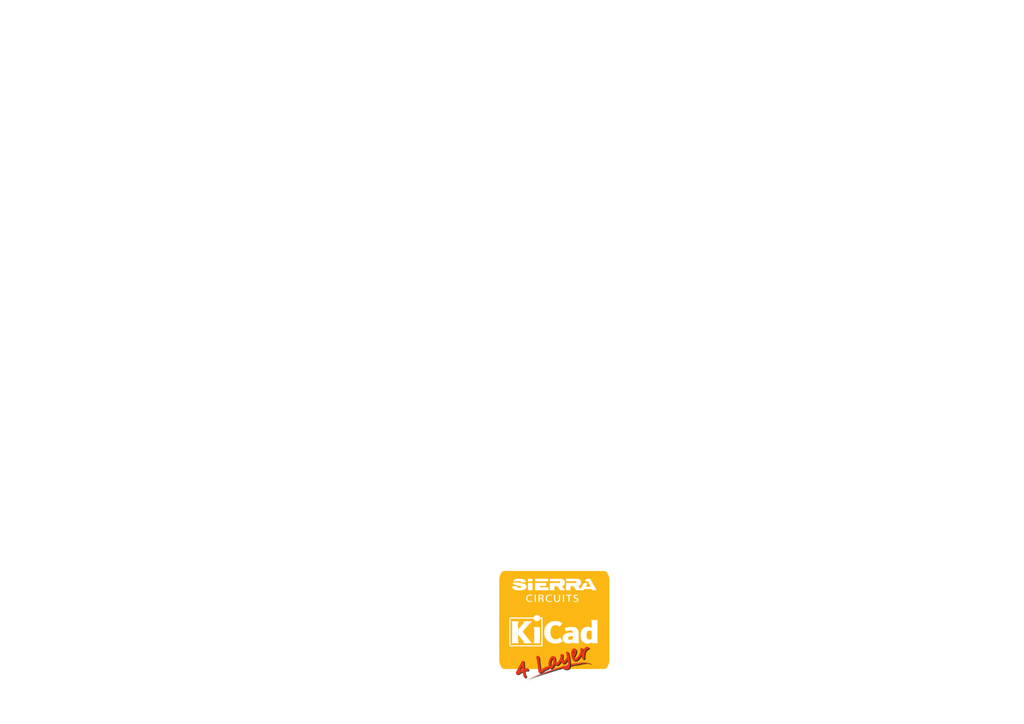
<source format=kicad_sch>
(kicad_sch
	(version 20231120)
	(generator "eeschema")
	(generator_version "8.0")
	(uuid "05698ea2-cda8-4ad5-9b7a-a85f2302f513")
	(paper "A4")
	(title_block
		(company "COMPANY NAME:")
		(comment 1 "DRAWING:")
		(comment 2 "DRAWN BY:")
		(comment 3 "DESIGN NAME:")
	)
	(lib_symbols)
	(image
		(at 160.782 181.356)
		(scale 0.236667)
		(uuid "044a1efb-e5ee-4a92-8e56-3631f25af61e")
		(data "iVBORw0KGgoAAAANSUhEUgAAAZEAAAGRCAIAAAArQxkAAAAAA3NCSVQICAjb4U/gAAAACXBIWXMA"
			"AAsSAAALEgHS3X78AAAgAElEQVR4nOy9e7SlZ1kn+Ps9z7tP5VapSiJCKiEBEgi5Qs+AmHCTUXtA"
			"tMeZpVy0Z612xkY0gq0oOLh0VjfCcPMK0oDtmrXs1YDdtuMaHUVtL5gLN0USEgQScqtKgECSuiSp"
			"1P7e5/nNH+/77XMKau+qUzmpqiP7t86qOuucfb797e97v+d9Lr/n91ASllhiiSU2Cex4n8ASSyyx"
			"xDqwtFlLLLHEZsLSZi2xxBKbCUubtcQSS2wmLG3WEksssZmwtFlLLLHEZsLSZi2xxBKbCRtmswQc"
			"iupVN+r4SyyxxOaAAAHI8QvjvxuDDbNZBEgBKaSQ6CasbNTxl1hiiRMfkkCIEAIywARAGxnPbdix"
			"EiFYgoRRhhS55NgvscQ3HdpDT01Wf8IT0s8yOVMmAhACRsCwoee6xBJLnOigmKCQDBBAQsENzZtv"
			"3LEkGMEKgXAhBXBDfcIllljiBAcBWIIwtDjLSG5oOgsbFr+NR0nCJJHckMMuscQSmwoJmSCQREok"
			"CeRGps43LOckVKIIuP+6+sC1RUxAlrZ0tZZY4psGCVJJEqDKVjvz+Tj90gB8495i4+p69QG/8331"
			"zv/g0wdok4rBNAGGXFLAlljimwYmG6y6DMi0CYeMreeWp7we575io97iKP0sAUQiKSMA7vrP+Nzr"
			"IgZlXUaFSyyxxNeBp1/CS3+Lp18GNusBCURLgK3zUEdlsypQIIggMm56De/+L2ppLCSXHIclllji"
			"YJDMcjqf/iY/5+XoKW9JItcdNR6NfUmEgWjEhht+Kr/8QWXtBYIlllhiifnQM37Dn/Bykp1oun6b"
			"sf5kk2Dwxr3Km67GPR+oSjMjW4HgkB08SyyxxDc1xGjf8NM/zXt+H43FeVQ4mgR56yWKW38ld30w"
			"iS2AcoLRWpFcGq0lllhiLTwpQEwxdeNPxt6bSD86fvy6bVZ/m93X2y1vb45VgGEH9UITWNMeucQS"
			"SyxhBqfMZRXiP/wIpruPjnO+7r8hDLE7brw6CQouSprkIY+zZDksscQSAJCwRAhIViP58K5629uP"
			"IpmFozQrt/+2P3I3ZMRk6tXMwuo3eFUGbHA/9xJLLLFZwQpmEQGAHAx++2/H/dccxZEW25RV+Zue"
			"ohLw8K689e2DEszkMAkqSdmhD7XskV5iiSUAqFAACiAkVwKDJb/4jmZbxsJd4ghy4Ytt1swSZcur"
			"BzHc/ssC3EwKgwNFh3CyllhiiSXWgClYIERWDmmcpNX7r8P9H2ukzmatxMObrYU2SylAqFABIMD3"
			"3227/gDqZDCmEssAcIklljg8jBTC4E4mB9FXotRb36aZFZIAO2ySa4G5qaABoIqYgojE3b/nIW+c"
			"+8ZjtUrZkpO1xBJLLEQCIMmUpwEYMA2ifO167bs50cS2/Ehka+baLKGMgoNAE5SQHbjzXdUs2ULQ"
			"SKaBYB4FAX+JJZb45oEIKUAfDACatwUOInDHewkXxvT3UceGBJLBLvBMCHHvn0yG/UQV29EtzZm+"
			"mqFfYoklljgkZCaDwuFJZCazuE4KC9z7J6y7qZaBNxzOai1KRRlcEigogLB7/1wIU5FEATI/On7F"
			"Ekss8c0GJukmQANJMxMzeIA50bA37/1zAAaHAB5mWNcCmzXGn616SMaX/wjIZBrcVMSEjrJjaIkl"
			"lvimAmWBIdiDRKlNjijRZEHvu6ZVDJOBWVZqDhbks1Z/laS+8meMvWt+kgQASyZgS3driSWWOByM"
			"fUbEaFuYLgCpr/x/bc6FyYVcbE/m+1nNhxIAuKCvXQuTcplrX2KJJTYOsmRmPhx7bwSzZ5sWctHn"
			"5+DpklpHtBB88EbWtKXJWmKJJTYONKXoqvrqn0GGwzlZWBQbKpoglgTCY/d1Ml/ysJZYYokNRJ/M"
			"k/LdN4gYe28W1wbngHAAksjEA9eXOEqxmyWWWGKJuWASSJoe/McjbAE8XNsNHTDsueGAyTTR4R23"
			"JZZYYol1wGSE10fu4PRBSYe1XHNtVjLQuFlIxb4tsFClHYY6scQSSyyxDiSTmRxchgdvOpKZEnNt"
			"loEzxqju/1hAbgZNNupUl1hiiSW6FLsMMjx0p45g4vSCmawGZBAG43B/AlDrYzw+Kg6kJEJFNmUW"
			"WkgMwpWACa3i0CaVUav6zrAzrgrb4jnk9su8bJeQDHvobj1yd/VcGSx2f6R3DLBL7ghGGZj9J3SJ"
			"rpQpEw5vWtKUCTAyx9KEsXPlDoUUQVkaLWVCWDJLazJPiSYKxESIjZ0Vvj7IwupKlMEGg/fTzgKm"
			"AMoMNQnBiNSxo+YlMUlNWzkbnDXTpqlUDgaHTEwCJiQhoGhyoDyyUj0s1y3j2xbAOBfGZIlG0Z5f"
			"tmJSMnlbJ2ZQuqGmeZvXQMExqaoOzs+yJDgZ2doJmCmDZV7zcFtIniWZ1WOlTmLBsU9YMADEgXsE"
			"FfXWwHmvnW+zBMCcgBD7bm7PMLRyWGb9YwSl06psSMFZlUVWXRYmz6a/k1Dhtot11gvslEvtlCdi"
			"2zPBk2F0gIKxlRToAliJMlGAbhJjb+y9yfZ9Fntu4r5Pa9/noSozTwQNEqFkVKE4I8KzANnXCsap"
			"uZe9hadcYXMmeFSqqJkAeWZ+6b/4zt+rHhaFGiZwJavTa3LL6XrO/+unXXqMr/AMjsTw0OQT3z/s"
			"vcGcHkxWwGzHD+UTfwBprctVJn/sy8gB+nC/9t2sr/wJH/ysEC5LpAmBoJVQGCimK1MF2y/Bs/4f"
			"m2xvf75FCZpn0yhZB4Ru5oRIOhR+4Mu5/06b95FlwcD919cvfZAP7aSLNdKYgESqGCpglSEvkZor"
			"YKCSOGCcWCpYiMqn/nw568oFik805L67eNuvrDx8RzItWT188yhEEUkUIfyhO9TDu0Unv2C+YYWK"
			"CAL1z87ytGT3FB6D0z4C9F00iBVKYZXNn2SiTak955X8lu/Dqec0Hq0AoJkbjqNrK1TA7JMZkZSl"
			"kmZEG42dkghX7sG9H8ZdH9ADH08IGhyUuZJCwORp6aqJCU3J5OA0++6vHaYVihAEEkh+7ZPD372E"
			"JAXBPMtQDlgtNOGs5/qz/vD4tXL2LU63viNvfStgDgYqQH/xV1NmGKfxEq19/jFFm1je/eiHd8Vt"
			"b8Ou/9w8vvSYVA/CkAkTk5b2lDfwwtcjBZMQ1ETQ0U/eTIDN15qZmEPfY40rDQDuu65+/he594bx"
			"eQmwVOUWWE3QKow49AgFKAmTK4NGmc77wXLpuxd4tAkZCCHjAXzk2zTsdkWQm2saA0kp/IwX4jl/"
			"kGhionOxUItmdIyLJhUU0cT/jhccYVGEYTBQMBlYeeYL+ez/yqs+wvNfrVPPRhNEhAFGzQaXNWZs"
			"gTQarE48owX7b5veGEXAtuHsl/PZf8gX/h3PeUUrnjYiSWnxHRPJLbCUwDRN2AzgAv6aAUw0yltm"
			"ehicuSKYh9LlsQUmAR46rprUNgp1qDW1VoYwAQxJaw8wGc2+P/aGleqj0hOGk8/zy36Lz/9rnH45"
			"WCVWr2CGpVOkZ5Ai1KJ0ApPxSh7F9Uy1NEv/jDamIOacZ0vLoALAWVfaVX9pF7+VWWAiC4ECDkqa"
			"TI6Y/xwZwUwCMFs5o1z05vZx5r583NxYzsCTXyUpuTI3P3HiwQTBEhWwFtEfVvRvkRZN+9v6wDXJ"
			"ak3g7/iNLkxEwDEhYJ4AbDj1Cf5tf2Tf9vt25gv6ebV7ZQ5gzGklAWi859Ysr4AkHQLhkEHon1jN"
			"0oEKkDh5h13+a7zqL2P70wlUDtHjIQP6oy1ANkgBWS58iCUjIKSxSAQSrFRJV2oKTj0ERfjx5u4m"
			"m7mPzHR5mixSbJJEyEikywgdCxUipiC0iLXd3lMu8yv/kjv+pQueAAKyzBSmRopICimSCSDbePOj"
			"cTqo/rVq8hbdl1a1av29ZiDP/9d83l/llidKygCZzlKbI7XgTZHM0tKFOP9/V9nWvKiFZzpemSe+"
			"yk49V1IuylOfWEi2AMiBlHomVwvFF+ZzHaD2j8EzQco0QRy3/b+thcwqRkLc8UP+/OtwxlVANhnV"
			"tkxX/4AQhuY4V6pL2qsFz5xFuIK1xDuZQB1/iLZhMw1pvvWK8uw/tnN+2IW25QkIorL2rIQ8zUn4"
			"gmc4G7ktCYPA9iko2RR0wgGpGIzaeyMW+saPOYwiJExYVEsQk8Hd+nWWucMqA7BjkoLPFimoxftC"
			"i/V4xa/5RW8WJ6kCBunQxNSCOcoEwVFl48aybhiYYwfcOBVh/p7dthlJYHfaIdjWi8tz/5Zbn0GL"
			"lCWnRY7DPEXZg6OTd+DJrwLqgrIOxo/Wt+zJNl7wRll1bRpOUmOquwwwHdjV7PliDdEFXAcBlqpU"
			"zRWXaEAeg6TrHCTNkqQn3M/9QbviN5ynYVSVIJsTM67snl9oAl9ZQMiS0esRLa8kgCDSQCAAgwrY"
			"UjXwdrjmOTFVtvGyX9c5L6cFTABMoDtUXChwtodjwTNscmTPYhgs6bRQUgaJJoBKMguHPccg5lqI"
			"BDIpaVCpAGqpmSCMPQZCgQtxLKSIsrR9gUgCMZ4Bk3jyj2LHy42iPJkUkunNiW7pczn7LVn3mapL"
			"mxhWF9WinpK2XzbB8bauoi02P4XP+HVOzqSMapUA13yeowhzpCqf+gv0rVQBtWjkQsvntq8MnPMD"
			"PP2K45vDWR+6zENCxv13H8lfLPKZJdEKUcqBIJnHtXdHTJgh6soZz+VlvzX+uMVoRPOl+81ra3xN"
			"RNBWnHw1H0Em2zo29RdDbHtyABVNChamnr8HiHL5b/K0SxT9LSxoyLAcVA1pB2Vqv+H8YVLzsbLZ"
			"vISKJmjLPQkgWj19ctpGXbSjQgLGNIhJY3rvtG/5GkIc0H9yLBS1ZehPuApahCgTIJNgdtmv65Tz"
			"EpWUrJIeZHOuwV5Bh6D1nynHZC66uWxJzwXoA2P6nASYt8VG56mX5SVvEuFpgw8AEHPPx9MQk3LW"
			"87jjZS1jwbSF+U1TczAEGQmzp71lgU080dAIQ0GAVXkAgLAwL7zQZtnYIy1ZLy8et6Jh0wxTlTmu"
			"+K2ZQ9zz6zZyaFb3wxbwZaeoMVtahOMrOKb6pCDQ3B92l80bBaQ9ki2j3yJtibrklx3eCt7JSBhk"
			"xrZQ4zA12uYgNGaTBFm06LWnhcyQssrTrngMrt83QG2dZ5e07VmbbFu6rFcPiRrMcTME1SpxCaE/"
			"Kht2Omud5NWfEGDLzsxy4Ww/bBaBduEbyjhFheGgyJl1KVK0gzw6jB8fgBDdPFVgbaZpNXfMNUkK"
			"AiLKE16BU86pZpYuJm2u39cdyQtfT4EwtQHMGq0Sxju15soTrbzTH0+edaU97nuB2UCsmbXNuUSN"
			"4wjmuD0YWdQekIWBxqbxIU0Jm6icNnzujZNTLsOsKNjYAkC7LxT6mo0Crwk6mZkyEJZowTPz1LNt"
			"23fglHOptoYw19wYiUSzXwS3PTe+5Tm676OUybKAlQlZTSv5kOz0eVebwrisEzAOD7fDSgNhRmZW"
			"amIy7Pvs8NANk1OfseHXcC2EoLzTlhoBV2ZsxEhj7PN7/3jKdKGEy2RCfOY1PPeHpTBBra91Nhn4"
			"0Z/PZCu3XioZFC1rPqsCzfsAZIqws1+W//gGH/ZXRZap3f47cdI5fvIFSNGUBBRp7hsUJAToZz4H"
			"hFCYQCOraf6pCmSCVs778fjcz4MTpBlyHu+zJHLb0+PMq3zcXMdsRiVKJ5fI1ENCQ0s4sFGgDQqQ"
			"vPhNuvePYW6JCre+7spgdRPxtuZhAT+rQ/ddl5/8/mNzNgvRPCaHouUz8PV+X1uVJpgUvdgdXsyk"
			"AbAQwWpWUiTSlHHWC+ypb8D2bycXFXOk6KmxtjR3faje9JrOl2iRnQSSp12iJ3yPzXmGpQo3pgGI"
			"2MudH2Q8kGqEfilJstPoRz73YwoHq6qZKb01FZAMVcJJCoFwOiA5WCHLgK2kKkm1cCWzcCXWnyo6"
			"JExII3a8HJe8xey0cUNa8BetwCSS8Zmfxt2/iy50mYOZZRhXAlODW+OmbBRkXDmN57+aF74OrWXi"
			"MH/QGVR45M74628TBtJnvMJDHB6WzMnWy9K3k0qI9JZJro1ols5L/h1Pu6T59m2a6bjokjBkyDw+"
			"/wu8/f2QyQZEacp3J76WlL34q4dd+ZvIZjWXKtpwtCCSjfQAWZWSKJxRTEm2Op0porqdlFmNbORp"
			"40qoukGSyfDM38TjXzmPJ92WhWa+CAz779LfPitRPT2JYJoMgCNSk3lrkfBVKixaR8GU9EQgSTNG"
			"ptGSMNMGGYKFyMYXraqkty6l9kECMjNJwZbtgyvTXJl0SPIsYZXww5S01gWZmI7AyU/C8/6Kvr3V"
			"4RaECZJIQVa/+Dbe+k6SSoowNp45SRdrWnjMvS9HAVIp9wt/lhf+3NgfN3fP0xhRQoq/eHwzGwsu"
			"GjNUDNnSDQEY4dmmi/YmCs9zf8gv/zWkrdU/B6yfiwAm6t7422fbgd3pQnhrRPNErrch4NjiSGzW"
			"Cf0BDoIMqmxRClDASQIcEkGZobSoXu1LNV0pKb3YShv1Mab6XJKbZUJSmutzv0Kbu6BJqpEl2qaq"
			"gSefm5LnpEICVqK4GumRLft1yC9GTtlmu8FkYiXZT96MgXQViIxEJGLecTbuyyAbWjec1DhBSYRI"
			"RyJM5gJJS4VFb+WMlvRCyQ01WGjdVCmWeGgXd/6eUBcbLPRSnQkqrbqnKiaQTIHpVmVTKLx1L2wc"
			"JMqkO9+PFEQmFtT1qJEGwfQtO4AEF+WV0hwxESMzRTicClpY21HkSfC+vxWawUoAtSe6EmOcKliU"
			"7f7EV4vOaoMNvevjn4TQ8ObJZyETbrIppxObBAIoSW83gWNzMnP8RAG3kJLZyvTZHXKZISkm2Tlc"
			"B+7ML/wSbdsh37e5WNHKG+1pne4Fs+1mxjLYUESSFWbz073pMaFFwmBpSsgC5hRSsmjETSCMBVJu"
			"pF8wDyLY6glmUPaeZ5OSRLbJux4+LVqpJ6dNRVHF1HK6dMXGbtopJ8OcmO7ueff5PonGW0MqgHZb"
			"0wiF1Ka7gEiQQjkKrsM8tLxECUPslpFIsRLz9U6apl1S5ohHAFMq5/cAu5AWpU6GCS2jItLDk9G4"
			"FEhioulO7b7et101sqYNLYpsbwgA1bPoqT8d9/yuP3L3BCvAgPba40cL3yhsGptFeqry3Jet7HhF"
			"EkZaKs1NCAxJK/KWbcXJO+yk8wBAQN033X/DykDsv0OP3FMfucP23x33XdcSSKaVUHVguP1985hn"
			"npiaCphkMr0aPCGrrhIe0ESlUhYyM8vQnPwGyUg4iyQoDG3Tq65SOXhODDVpBcowljgCXexHB7UR"
			"c0impc2UD9plsLaf09OmJZE2BeA5CUKIQjXPcwPXfxATKeGJame9SEg20tqc17OTv5vlp5CJ0uIu"
			"ukEKETQjJfiG7gDMkkw95UcLABhl4oIUPAgzQoqs9wNwluQw79KlUZlZ2tYhiZYOGVkBWW5Jq5aZ"
			"n/5JfMenJJHu7T3kaHwdGlFgCWBy8dvq3/9Lcmh5t2OQJz0G2DQ2q3IwgDt+CGddOXNwTQCzl0J6"
			"iaUvzs5tmWxdmTwPAHAlYZMW4jH5yJfw8J26/9rJns/mgzf6/p1z39ezwImkQprAm+R+Zlq2BnIL"
			"yES3rRcvyMEDmJCKNGdAdsf7NH0YxmjzIlHD4GnBgXQ778dRTn/0F20BGpkVSeVDedv7qQMklT0C"
			"FFeE8IwwQMVVg5ZMnnGVkUOrtoLQyDF91CgAJE7O8Ce9Smc+a2F/S0OzaOkyNT0iG4pMadh2qZVt"
			"aGyydKI+iibpr4fL8qTT+C3fyx0vQ0twLizgrPpT8YipBhyIJh1z6JdLhEeGUxRgGmWRwNwSPmWW"
			"wdL33527PmjnvrKv89ZFq2C3XGiMRX3ri+2sF/C+jyQMrEdwVTcBNo3NYhYxef+1OOvKWYmw91U0"
			"AkHLHzMdRYpvIDyu2jXCcNI5OOkcnnkVZmvq/uvzwRu5+zPce/Pw8GcZg/Hk5IHWBiLQWKhkGpBh"
			"mLF+KAvCkfacP0TZPu/8W+61PTqOjK3P1t//IJNNfitpFIKJtHzK1X7RGx/rWzNrh3FLnbxDn31j"
			"jvkj0oVgjyQMyN4cfcW7bMcrJEyYEMiRsrRxWBPdHPTNfJiI3HczWClPKna8ZHL575IQkp1pvMEP"
			"6trDGbH4+MSoI7L3U9kcvnZxmU3SgzKw4smv9qe+WZ00CGP/pgkVqOf4Mz76P2DPzSaj1bztHXb2"
			"99FPa2/ThN76mzYdiCQM9tSfifuvMUH03NgU5HHCprG7ToIZO98fsUew7I3NOXIjO3PZRLTc5Tqh"
			"M6+yJ76al/8Wnvc35UVf8Gd9SDu+3046n5RlFCgDQUxbe6DMe1oHJps0EzrfYGFmrkZY8U6YPrhu"
			"a2Zuk2N0X1gbbc1OvgywnE90BGAy7ngZkGRGk83Y0NjwKNAlHwR/eBe0IkDS5KTLACRm/N7D8tcf"
			"c/TIcf/dACgzFYN7GlRIVoZt/w676N+CyLaeCXY6NNDLgAYA932i7rmpNfxHsjx8j25/N7rgZAbb"
			"i1NIWKPiEwqc8Tye87JkRmbRP4UxNJvGZlVOAXDY45/+KSjYyLOtt0sgrHGDCW9NMusFmwpr29Mm"
			"2/m4/9GveI+98FP89mvygh+Pst0cRV5UvCsfFQBCBIZWARw5ykcCI40c+dI8qPnWrByL+yIApSIg"
			"ZHHITFwQQmWvzZkAT50QQ5jaOcTuuu/GVSlKt2ASnLGrj3POuTdNIx+6qfFmEkhEGmWVwIrIp72O"
			"KG2nza48orb/gtlXJqBb3uaUIRufNzDozt/J2NfoymOPh7VBzSQbtyshXvh/tH286p9C3XDT2CzT"
			"SZAxpXv/FDe9DsPuxhxKtPY/yVqRG7Pew/WB3hQwDo75k9suLhe92b/rVl72bq2cCjKsAhk2COZY"
			"gSGgJkN8uLdY/Va5hhk3tp4A+EbP6zFFW8KpA2xzlRZogHBKzWjZHCm1x6JLeh76jJYv/zegyckG"
			"YFI1GDG64WgZouN3kuwdTrz7T2glNNCidY0ZPLPyvFfgjKvGV3fKeu8ba01SdBF44NrcfW2T3rRc"
			"oQCVrPfzi+8AIDRJVAgCZ21PlGQiTj7XL/xpS/rxbr7fEGwamyUMAJKZAO/+QL3+RXzg2mwVLshA"
			"wsQ8+jBALY8z+uQCBGm0LALP+QF/3j/Yt750zBasSNE6YDo3FbbY+1g7B4lkb9ju1J5jfiOYAAwO"
			"omhL+yyLtIlE0ZrUSpPHUNMgO14IgGRaful3wXSlWeuInHQOZ+cT2Gpz1/EAkWDing/kI3cROcEk"
			"o9dnMyu3nKWnvE5Q73sFoBbYQk1VB44UgeGm1woIyzCN8iRpwbjjvdh/R++UZrYS0OqezR6I2AVX"
			"c3J62HBcLsLGYtPYLKDT1mV1UNr+XfHx/8k++f26988NhAKpljwGcJSfS03zz1qQqS4rymbFAsiV"
			"U/nM/9su//cErFY3iCHArInNHQYbV7zaAKiXWBM5s0FYpMPZShHWeqpNOM7KAfIkkF/7cN73UYOT"
			"RLQ9I0cNPBOaSN9xXeSyrHuHW9/mYEqBoLVUU5oVO+9VOPlJ7KOUAaSIphdGq4lozYX1Sx+wh3a6"
			"jDJPBmFKAXCDot7+q+xj/UZSKXqOn11LR+DpdsEbmf8U5mZtHpsls1FextjyFaj3fzT/4ZXTv70c"
			"n38TvvZnteWz2l613sOzf61RIWmKC9FKk96a+wme/TK7+JeHQqagSUDZ1AOEddaS29PVm43We8KP"
			"GgnLRqde7Rnk3H2YauoVJnVBTsJw/CwXYdrzOd30mpbzScTILtdoebNVDAAcX0eLn/uFyUO7ojXi"
			"q1UCqwisnMsLfo5IWSZkRNfXavplcJNDYBpueSda7kMiJlJU75orhSvY9Z9y97UtbVZ7AD8arxTa"
			"6iL0pB/Rqecct+uwcdg0NktMUkH0FHiviyQAf+je4fb3xKd+GB9+XNzwv+KWt+O+j6//DbRqrNB8"
			"rvageos1hDRRSDJ5/o/59quC5qqFo6ocj/bJaBvwsQWbCVZf0ym5csE+3O0BD5aPPn7acrnvZv3d"
			"SzHdDWSyUtZUiVfvoVpWq/dRH6/z1E2vzZ2/nzSwUpZeW02TMl7yZjGRxjSTCzm6S2itCWgSu7e/"
			"Ew/vbEWGNIbqhOa1+/i1KSzd8qstuizjGmy7kbodzyYy55e+63hdhw3EiWmzGqUlZ+khAZSlWhdE"
			"ArA+kQI9sKc6V+bLH44vviM/+S/qhx+n678zP/Ma3PneuP+j7SirNkWzf/uMA1KrmSyMNak1TCF2"
			"5aYupeQXvj4JmVuGAGuqUof371bLWD2fDczUqQ76zYKLA2Bt3g04KpPX/TsBHPYUeDrbNR9PMQGI"
			"XXlmZE4dTPNfeKbRzrDlGHPM5fX0ILRGyXqBsR9/k6sHFPKu9/ETL1Hdn9JM3KrlE1cp6eMZH8Zg"
			"je2X6sdfexMP/mbhjqRVXa3x9fs+q+u/M3d9sOUrPAFWpZkmQOKs5/LxL2FrG7TO2dLIH2whbUKl"
			"7o3b3s8x1eiCkQHJSPmMbsL7rsGeT6y9HbP71a5MT+2d9Vye+fzxo6RgpiR8QU7gBMSJyClt4iFr"
			"dWYIVJtO4Na0fltgg8G4Mu9xJRl7/gH7Pp13G4ABYdv+GU97urZdblsvwxnPA5AMorlRa+iR3V1a"
			"O0j7UDjrue6nZt0PU6ODFh12YshGoL+LJdIBEEjlnr+3PJr0Kk2se6ef+Sn3QM5k8k2svcMSDJrh"
			"aNqMvZ9vSkZjV0zpFUdxtvaaaNecx2Y1oZ7mZnnPh/CFt+WBu4hJc6C6nPHsxetEMAmZnILTkOP4"
			"M44tjYDYuamxQKif6dlXTD7wMez6YN7zgXFqbxGiggRdFgRhftH/BQDIaGrodCRoGYR3W5MG0x3v"
			"s7pnMJ/XWyYMLgZNN/zE5IX/sHZi2aFx8Zt4/YssmUSyukpyik3FgTjhbNZqDJJFGGgrlhFEyRW1"
			"6mGL+Y8EwTYAACAASURBVI2Necc5pTpLE1dSarmDSTL23Fj3ftp3/UGwAskzn4/tl+nsl2Pr5W0i"
			"9eqoniRsNmRsvsbI6c/U/ddx9iRy0es3DOycf28JZiK/8Eu4473rTeC1iYEAjHQJckM21eJEhazt"
			"HJYWVnNeF+UiJPZ/KR+509Lkg6KQ6tnxcia3Pj27Er8JWpwHFAEU7Pxt3PoWTh+skGElMcx0dNd9"
			"amvgMN330TSGphOUJJgMqwXE1megnNoIFI1w4ArMKZU2DUju+/z071/pj+wSCtEnz4WmpklBBhBM"
			"I7HjZXH6xZ4CzfqYDICQ5E2prdHn99+tL7xz8ezbNHoWYbADO7HzgzznlS2RP++S2tZLh3Nebrs+"
			"ZLIgpDCtpKbzPtcJiBPOZoGZKj05TUqRBE55oj/3b2RbCbYcZkIOLpgJmg98LD/+fS5Eb4sBkBZO"
			"j85euP8aPPAx3fY+O+lcPfM3bdvzQfSRJ40FuPAxJSBYm8QTq688Fj62Wj8zrTsEez+j9dtKyyHN"
			"KUtWqoA1DUhLwc2FiKZARhZNAtP1jgLK/ffooy/SdHd4lmpBuJBEGi2Ib7nSL3qzTr+4da9A832D"
			"VC+0nXFVyNESapl2sId11NCNr4l7PmSky5BKrx4r8GkImmy1i9/uO14G9OBxEbeDIEynXeSnPhGP"
			"3NU6NC2BJkLrkRmGIiZsGy9+q6HPtqZGj54gZtYpDR63vlUmMEef9xAwWdAmKJGhW/5P7Pge2jbm"
			"omhv8uSfj3v/OA7smaQnJ9JgVk58OcAZTjibRcHJkJmQ9ESVzE96ivx09NxHEBwnbs19Vu2MbwsE"
			"sYJMeUCFMnNlwJwZTodHVE97+K7p3/+IX/nfcPKTmiYkaEJCXDwxXThAIETMuMuPfa63T6M6+CdH"
			"8c7iRJjCzLOkh7I0wRQDpCSQRiPRpm7ZCtaZMrP9dw3Tr5lWEGDXNpWyMifGA7r/+rj5tXblX7J3"
			"180H2cRxdPqluPD1+NwvWHSS6IY8ZnnPh6x5gKqwQlnatOUKfPpQ3vQTefK5dsa3NzEvLWwVAEDS"
			"/9l/rB95Rg4PkQwGlYIhbEKrzT++6A0sW4W23aaabA5ZEUU+LmmDgLNfWk56IoAFw29JZCbMgZSf"
			"Tt8mJG2+6C7AU87x86/GLW+vEFGTTc5n06S0TjibBWBQJRkIgKX1qdevYvSXAR/7IVrL+7zDGJ98"
			"9XD7u40GBOnJsDQnBkaxlcgMR4GHqdS9gx6ajG5b//+wudt4uDKsiQiyLI4lNwokIfaWtKYItu0K"
			"7v74em2KiKKVRK0IVx+WAA4iKbNcEacwWGSvvK3zPAN0TiS4LEmxRUUMVs+JROz5NG59uy58/Yyk"
			"esjjJGVdEJV+/qti9zX68odbuu3rXgjgKC6+mJIR6eZSJFqKM4USVj0sb7gaz/8b8HRwgTcIjIlt"
			"+rZy+XvzU/8qshoNMjILs4Ily/S0J6yc969nlFehzTNoOrezgzfqg/tZL8a3vLjXhOa9qWSMVHHM"
			"vNXFPdsAU+f9aNz9AT68k6RJUDmuo8vXhxPOZgmGpnsNx9jSWfd9buWhu3DqecIo2NATpIvWULng"
			"Z2PvzbjvGktrBw7CKAsTp0a3RGU1Mz7pZycnX9oVItq2f9iEet2nvTdChqaNhHDwmHhaCRoxhhaA"
			"P/1N2PEDGh5c11FaH5S3NIYEFqA6HKppJZklAg98PG99Z+YBuq9Xz8uUKVFZi1GDJ7O11MlkFKqn"
			"5a3v8Me/BKddvsCfNTH7yFWIaZe/K/Z8N/ffdsjXrusMGxI2UaZtiaytDowwmLc9IAkeuFtf+FVc"
			"/G+Zh0sXtPXI1ONenE/638rtv53oBei+MCwml763eVhMg6XQ+/klkaNOCUaFZKZEggtsOkigGBCs"
			"riIe5rFQK/6W7X7B6/mZ11bRVyW/NwdOOJvlAuCpQXDDlrADCUwS8aXf8wtf1x6xwDh1bxESvs2f"
			"/Qd5zwfwlb/Q/ddm3e3o06aFCVErVR7/L/i0N+vUczQO8kwOYLFWkJsftuRX/5SCsUgB0pXHtKtN"
			"Ywk/DQad/oz1vvlMpEXj946+81sjT9AFS4RxC2PIdRrjJEwZZpZqCoKmGmrD+CrRelVMn3ktrvyr"
			"Rf7LyAvv5Fvbblf8hj72P+vrH7O1jVDrgAvBAhwwmresEIKipWQGoEKTO96js7+L25+/4Di9wNhb"
			"mlCe/pa6+6PcfYNIZgkmZfVxzylnPadH920cQc+4d6mZloVqt2M2pjMRJp93hWbFbkcBkMDiR4NK"
			"0ZLwc16Rd7yXD342ZdxUeg8nnM3KXn1zAsJAmbcf3vV+POlVKNv6YzraE62WwxFIa/QWAG0HEnj2"
			"K3PHD7liZf+X8MhdYGr6MCYnQ+ZnPldAU7/CzMta1cmdqS+NbvzMjAm45a0AJDWtvn7ih48NV4v6"
			"M2PRlZpX/3BxmqYLgfVKZa/LHwX6262JJlYJH2uTzUKs4WcfqVGwVv1ACq26j+wFsrS0yihCWMWe"
			"m/DFd+rC1xG5uhq7xaxsnFUm0mQ9XW1nXIWn/Uy95VfJkBqnzC3YR9XjkPWTRZHjmHPo/QDsA3od"
			"Ajj0eYQ3vnblqr+Bb8OqmtV4sgqyFZ3Z36WRZS59Dz7xvTk8QCaBsLpyybvVj5+QtYss1N7RvWq5"
			"D7odxFyD9Y2f5BtrBL2s1M8VoLFvdMAlb7WPfV96Kosrk6l0mApYQRdOTP/rhDuhuTiwNz/zk9TI"
			"vrO18i1NMhOtIUsYuCaSIeVI0HHKuTjzKp1xFR//z3Hm83nWlS3+N63VWlplFQqI2e7ds0XZAkHd"
			"9b7Yf4djAlYXZDXMj75DZFy+Jz6O/APOguRuVxtvVtaVCeDBIkPQcMtbuffzUFnlx9IlAKXpcwqN"
			"LUURXS7qgjfYmc9NqE1jnFTRFF3/65Ca/PYNS/2wIhw1rEITqDBV9u+ML759bMKfzejVzOEVazv/"
			"WX+ynfY0XPxmYmJKSX7+T+CUc6FOXVbfm0GU1g61scTOiunIM/Q+83c05X1cEdPO+Had/dIMADl4"
			"BK2YEVkZJMHhKPzWY4AT8ZwODdb8yofzptckPIA2W6V5N41qxDFXSUwwti00kdk+hnfk02NkKjRl"
			"InJWYLaxZGOtd8ezL0PR27AmJOJL/zU+90aSIQkFlp4mBMZBvkeM8b02qAT2mGKDnihrY36AJKqF"
			"GZhUvenqbtuUTV2DTGZ7vGtLahlEpKw3E9sVv1HsTMgcHpZMmag1tvKwZ7L414KVoKxSgpvS7bb3"
			"875PCAEk0TTaGznPtNZJRLfTovPsH7QnvGQw45atfuHrWyWhaTD0Gb0jZe3QlvZRoOTKaheCRSMP"
			"aVbd7rODxIv+HU1QlFxpoxUkmibCkIeJMo8bNo3Nas9M7Pqg3/gz3uL9bmKyRzcc9y5BSEhEjkmB"
			"bqXY47HW0aw25QRfH0lkSzGACaOQ4/5kqYJ7PsQbr6bALLLqSgXVo9Q8Ai2abxaMH3a0yP3KZFV1"
			"OOljzSxcxL5P65ZfASC2uD4Aa2PAWrdQb5lKNrMFQSedk8/4dYNXDuCkLQKuUSI7opOc/ysi5Wbh"
			"mGQGwEzX9OYfZzzYtZKbwHRfHtaWlsaPDIAK0u2yd5WVJ9oFb1Q5tatiIZltj02xN+4E1+PEHgHS"
			"ZJyVktoQo3Ylm9cbvTp+8nk8/ydgFAZvWs8Ux2t4vPUSD40TLp81D9bGrDrinv+I/bfbM3+dW57c"
			"foPRrDSmZWsE0ZremxxHR7EXZRy9e3BeMawLZ49PCwAo9vHWt+j2/yAINJpamJOERYKcTYSdB860"
			"M9t21+1pf5hP8P3jaGQUZ3/bfZ8kbEWe1hhlLYuUlcY03PpWPOG7uPUZksiWUrQ+5x3RfGEagRaP"
			"iTJ860t13qts53sGHCjmTDvUQ7bowi7wIwSDZCiokS5Xssr33x23vtMvehMEzTi9raPn4DzXat7K"
			"t+KZ7+b2q9qJJMNAWM/PtU02bTRmD3ys5UkfPexJr45v/efOtn/7WJTE2Dxael5U8Atfl3d/KGKf"
			"olIOZuXgKMIGz4LbKGwam1WhYlTItaLd1+ra7+K5P4YLfkxlG5s+AZuNyjEl3zfAnrPv67OXZoQw"
			"+KEpgm1r6jc4gaRKfOU/xed/zfffKTbCKSFVhpl5srp5Ih64xs987qLPsCY3TNMqjZtJ9L1tVXD5"
			"hMSRn9nBn2LVcIRVa9QFWbaYj2myweA3/Rv/9r8m2Zr+GgdtjTfdq5zWNIMsCePTfi72XLOy+6YQ"
			"231pVeFD5eBtnRuDETW6/LEPjWqVijveizOvzMd9jwED6kRF3sQYRBoapV8gG1c2xbQzrhIAVsEN"
			"nbTBkdaA3tWQyH32d/8q4r4jPsNFiAdvthd8CmWr1CaVjeutBYZkJzkSLNvtvFfx1rfKXEqomIlt"
			"4uZGdBpsOE5EO3pIeFpmlZfwKcI5fTDueGd+5Fnx+V/E3pvHWgwEa2nSrt4HjIu1oU9e6MpE5KrS"
			"ljBTg5ICCiIZj3DnH9Rr/nt9+t+sPLSzT3VNS4QpJ7AMkDTURDiOfPZESrkqo6yDFOwz6xHoQxx7"
			"pHI9almqNlZJDsqFJeHWuJslWvzuMrky9t4YX3yHgDZ2hqhjpzoljs3wJo7KXwDKVlz6G0ErhqYF"
			"Modba2v+XT0VaL5eGGpn6hkDIdHBZBoZN77W8kEkJijRu15niv4xkyLpMu3oojJAMc3kimZn0kR2"
			"hbR623sHfe3gQtDRf3HYg9v+fW8yCHQjRbErziMZfVcQ8qk/U087P7M5/hXJQIB5AhosbCKb1bJL"
			"1ECZSoZVSDl9gLe/Jz/6ovib/2646TX62ocx7CVciIPVsGZlQQDoo/l64abv3qsvqw/ga3+hz/0i"
			"rvvu+Ivz4+arsf92AmEJDm3w8gQlaBW01gAnM6qpP8/D193+rDGTJTjo55mRwwlps5B50CJevJxr"
			"TPszsBYyh7c+B09LGmCWqpCpTBK89Ve07x+BKgBrhB8Isivu11a4aA8bBDv9Mr/4l6WQVQDDcGAW"
			"oetQJ7nmA0TEfCus0l+ZgqyEAtGHBsSDcePVYRWCJ1ZLNwB679e4xvr5p1DYfP9ZSqmfibVhFZm7"
			"sfN3SnDN0R7Vl6Tc9dvK3UDC0XNn7VeWrZ+Rq+veJ09+PckuEY4hPZrK48KbfHywaWJDYE1VLnsc"
			"2DJEUuiRnbbzS9j5oSR0ypPstMu0/TI/5ZI46Qw/9VJMtgkVKOy8mD7OE0I+9I/+yG5Nb+eDO6d7"
			"P1ke/DwOfEUS6BVT1ySZXFXq8N6MB4HpaZkaet1Q+flf8se9dJ5EahAlS1g1kYnc9X4jTZad/JUu"
			"DAZT8vZ3SQPK1sf+ih4SBEChmuzBO2hp0eVT8MmX8szvrT51GEmoCj7Pdvmd705byaxrFr6JmUBZ"
			"wxFFc7waVwugQte9gNufxzOfV8uBEhMdah6ZAMjBEIsUDhcsLFYq4s53i5XlDKgmJ4YDQIFUmQWT"
			"4NS1AtWh2KSmffVP524Oq7nOPhIVjQZKlGC994/4yf8F258viiKB2XnaeEXW/nuob9grQpSF1a98"
			"cPLIA7Np3o8eYvqB3cP13zl5/CvT0zu/Ybx4h/gDBzIggJ4lSmV4Kk5Ao3X4eFX3XZef/P5jczZH"
			"gVnuQuPqH3+YxJbQ1Prk88Y2LK20x8YexEpgSmwhpsQkdYBcNeLiAPi8NdRoE21g/aiYuqibvilA"
			"VEQbfd544q1fn4CYpkmqyksTETxe6OMh+5RsT01ppanCClPjRDmQJQgT+uzWQx6HndNwhDkRkzWz"
			"5QmgBFOoE2ypc3S7inJqoBpVZGLAYNVlppQX1JApaC5IYWaS2t0n0mQB0cGasvUx4ypigpOEA2Kv"
			"xKF57uu0NZ1t0+NfpoYJJrGhtUMHBwzGCSQghcLO1Drk+SRgaSwRpFdW0wo1HOM0vL34q4e1kpvJ"
			"zzo0mJZGIayJLnf6lcOrpuaQqoHQRJiCdQwYi8RUNVtRHgAmRLD1OTfx/yRskeA/2zQNmPdsBcaZ"
			"wIfeuROWHAwuDBaST6CQwsGwpsI6dbjqNMoKY3q8WKaCtQIYZMmQr0CDy5IVKKk64RYpWuyTC3qb"
			"sq5T3yopEzPNhYqUc0udaxJRaZZBEirCEMZJWkBprhhgnlTv/SZT3ubfFHggw9KzZKBOisf6esu3"
			"oFQ9YlyxlBRsJPej0RdDsyMGZlbnlqqKdfDLDgNJFXJuyazGkmNWd/7RLY2WkShCMifiIJQTME2x"
			"efJZ86ASUDWAE1OzMhlE9Ew8JKUYSjVl2saVDxhozTwRaJ0ljcAiAz2NrRI/720NlWo9RBjZoYsm"
			"lcoq4aasIP3klvyilUSJxlGkpznpjJrr3Pw3EC0NmAhZlWQZzBKWJjM4ZIEIhGkLZZy7bfeps0f+"
			"voMBzclSsM9tGxZxR5jGFYkGyEvTnO1sSUzALNELvKZCDI0Qk0yoJCysGlCG6TouDQAgRNLBTGaa"
			"R2/AWPeD3UIBA5NTMxNCTNqG+RC0IqYQZpacGrjAyWrnUyKg0kaxs4l5nJAErU1vs6zRA5DCkByA"
			"Poy+EWRaGypb8QcAM1vigQkmaez99Nn3N5NG8pS61vihESCxpTlWQs8uL3hGqUY3sqIJcopeRxaA"
			"Mo44kyIQxrJyPEedwkHTxNNKs/JNvJQQBmtao8bEIB5GvnRdVacCAtmy8sQEMmpRcsfTmu5jMhlp"
			"XAEDfc5MhQrpyUw1ebOW227yPfA0pJJVXPfsLFkFPTQkKlFbl1hd4L4sgrVOHmYoaSwL6pjrhgZj"
			"UZIZSCxezAA8SHorvFoLqFnyuM7cnYdNHxumpqRDY10GYzhxcOMxSUtjWi9dm8b7ET0zqRZfjm0Z"
			"Rhkrapmjz0l4aEoTewCSwcym7X1IqCQrDOQQSTAlay9WlsDU4ISLSA5pRxdrbAAEBEK0BIAqNH2D"
			"lVFrMFO01aLEkTOeDqNvxZTG2kiqidZMMN/qJVNiGoMVInI/tdLaPwELZlgANFqqdYwaWRuRlyS1"
			"IoRs4Dql0CmTqtFIV/KoR71RBtZkiM7euUFXyQ3SsTKVQIpKWhLUYCDn62RNV6onmBMaE6F0+gkX"
			"FTZseptlZolI9l6F1RaIFtk1o8AUJISZ2ubGnvZyobVQtJK1Ad4n0UsuOXyubBQrYW1cXTIAFDlS"
			"MeepTITlijNCau6DCclKMpTOIuagA47W5r0oLH1MsUZqwkzmdIkVVZ5Fhdl6pHrmJbQqBnwEWGTd"
			"evMNQExoNTGQtlBrsI08yqIVMIn2tFuF3MwAxhawhsWoxhZKowKmVLZJNqaV9c7mYOOuyoVMVufq"
			"cloXJBW6qe2dbqSYsR7W7mIEs2l0AXCFyUnW+Rd0EisAxCGTxgk9I9PNj+doyDnY9DaL6YT7OOEq"
			"Zw07LR3eK4atZWfSWKNclYQYgAIcFIM0mo+AgElzpf8alTs1hbHRhQKQlXk9LiTFaUbrtMto5XOZ"
			"pXlrFIYXuKEGH1WjzKOEyZJgFjCzdf9SBildaDrArSPdrPEW5uzb4tdFdgaMN2U+BIgDZY1lYvAF"
			"NkXpEyJa9yibxgNoSARS5iFZ+yBielgQ0AS5ukYGTOf50XPfVCFrOjnmaGOfjsrOmCqTdGUTTSrc"
			"0AG3rasQKmCV0MpUmK+5nAhXCsVMiQGAmzPXkp1PFGz6fFaOqkm5VoAGWCPtOMusr66JkXBq36gA"
			"2ZL0re95QRZZfZqp9w5ptERMzsZgqpXA2xmot0M2dVCNsjmUBVNSAmBNTtNWZ5cdEnbwr8TsetCz"
			"v5K1DtmjzZ/23iYAa+zLmLYjZyY+eRgDhFHSp2f8AJtvi5v/wvHgwTTlLJ8yXsyD/5w1wOYmq9P3"
			"jC0MtCKZzTQzmiE+6BMBM6ZYU0Vr2U+lrV7Gr4faapE8DbJEwDRSz9eHvialXiDmYzORu3vE3oQc"
			"FuVbxxuq9kqZOhXxhMOm97NONMjq2LSRliZjqILO0WVgj1UBAEwlSaOCsD4GmOJ8eYJk7ZM7BcCa"
			"Vropk6OyGEFj5JhnWWf7RbIKBpMgpMBeWOAYa7MXN2buz6HNK7OM1fWWqk9Iicm8x1uSdeJCNJJE"
			"tpboljBSNyKzD9N4ZNZoLQoTSJ9xIyQSSlbSAVPmQnV/I1JKsKSFMtcQSg/a0hobo/20cTQ10puX"
			"OGZY2qyNhsw609KSgLrgd3JoD7ypdcZ5L0WTJLOXtmLsQMQ8W9D4UzP3MBFAiTZaHQSMKsha4IHA"
			"+uepdHnfLGO7U2YzIkLv9RubTgxOaV7OWFab2vnosDSftc4/nwwYGG1gPS1aa5NlAaDe35s93SZz"
			"TKKNnCDBSSJMgZ4UCyBJT1km/n/23j1Ks7u6Dtz7nN+tUrf6pRZqjFqoBQJLoAeYBAkQhthrTRBg"
			"G5N4DDiezHjiADbxJCszeBiMx4kTe8VWMisO5mEIXlmTxCHKSmzwA+zJgxiEQMIY9ADxst4YSbSk"
			"7pb68d3fOXv++N37dUuqqqbL/ajqvnv10mp1ffXVvbe+e+557LO3eR69Rz7IgGTzBpw3Opd8JYeC"
			"KzEGwmwBd8JJwRSzjjeSSUKBQWhgJA2N04BBZRW9UkQnq4KgRuQburnND3XJtz9cOTbxQhPUapNO"
			"7CmIVahkU9A95jyrcWWFlhMmSWZbTBvqLxMAS6bQa3mSdBPqwbhx1bqELStc9sq14Jgmq4ADkaMc"
			"rYD2g5kGIBDBXqTBmdETTk/0IJClRa7MnjTQkNkE6Zc+X1KKlroaKbWibxRle+rrka3gUiPlsdH0"
			"1iL38nTFuu9nrTXQJKaZgY03wYrehnVYtD4IADT/5mHngzTNBwNixso6XK2HwqrmmNf081IDOYkk"
			"ijT0nI79BIZhK8fWnsGZwkB5z2QLrplY3hF36DM6ZMm+1cvUymKn1uksqFBh8IAadXPeq2oyGGEZ"
			"BEioi2HoZl0mRlH2FnCJzlFaMogVhr+AFEPHc/h74snTg/HCDH1DG5prEtWqxSe3ySacUEwx6zhD"
			"zKGR2YoaqWAxOZCwk5jvDDvclT5q5iQkFMiQOVdxWfL9WyeY9KaHB/XEIphEZzJlbcuPyWzZzTHB"
			"hh3wkER4Ssle4wERXUtMKDOtxJ8SLDMJNL6bqTi84tByryeZOghWUhY0ZEpIUiLShk3ypugAF1zo"
			"sAAgLGXz9M1aRyx5SHRJQhzRv1/yD5pWx3DM5pp7YTwRTT+owF05V/iCjFmOLZWd8BfDFLOOM4aZ"
			"C4a1niA8YjTrMbVwBhdQ2efhmiJNHVGFmXExVnhsD/QxG3VNPJGVvZi0sbvETuKcnnZMSBSYQCcp"
			"9FAMTLdBoL2viLSOpBAr74TLmth+Y0lEQL786zOsdoUy0itnLbEyFqgTURnD3lXbRTfOPKmwIduq"
			"hCcCSM/esSBlsicJxJg5Lv3H4UJfIbAjYEHmkwu9kRxjZiUQSYAdSWhmjT0zFYYnEVM/67gjueEi"
			"bn8JNuzyzVdyYasO3FnKduy7DULu+6Ie+TQP7aUxqA45tM9bkwjCWdvtrMtVHLs/ueS7D/0sZjDU"
			"nddt/G5a1/yghF4w0j2i3/8V9A95Hnt1aERmQUmidlt901/ybS+uDheIIlQQ3u/Hnptiz+dLxHLv"
			"Xzde0C1epHgk9t1OZHpH9Z7L8rxpUTZehsduU1q4lSjGmpy5PAWaIZMK2YI2nI/FXcWif/jGhVBh"
			"B/QOD1XA+g1bFs66HO6JnlhsMWVFSpiJPdl5HorHv4TZKPd+hKlEK0vNaGVB536/Nj/fz7qI2Uf/"
			"QKpy/73c96Xce8sxXugJq8QUs1aJYHouGGbBUc6h244LfsSf+TZsOF9MZrNfAM95qQDsuBYKowMZ"
			"d/wC7npvawwX1drIygyow4t/T5sucVjc+xt+67uqAcx2q2tk+RPg5iv8mv88uv6Fw1rzvOnMCSgA"
			"D9yrB/8g73o/D9w3l0xhFkP2zZNxro3HRLJtFDANi+di55vsGW/qNn93M3AuHO1CBWMiDZZd3Rt/"
			"8hN65FPzMAqA6KADs83POuvq/6ZuK5H80/9VD3605Cy14nLfZf/Yzn+znEAufOwZ2fhKrXdulES5"
			"DNpymV39EeMmAOWeD8aX3ylmCa9+kHKodM98K57zdiq8ye81YvBIYWstuYHMNXbuCgdNKT70Mfv8"
			"T8Q44QUpVOYikLa4yZ/9s9r1ZhvdCcX0YYYLABZ78hNX2ezbyWFY4Im1qae+3jFd01WiS5MiHQRk"
			"1Xb9tL/iJrvkl7TxfCAIS5s/3Sub78zgwWnc/rKxpY1kh4F2X2XVNz4PgCTfcHl41/jWyRQHGkRT"
			"/sIzXg0J1khYTnDgKgkcmJnAWedj11vs5Z+wnT9qI9M1rKZ5l8Pwqw03KQPZCwbqWT/hr/wcnvuL"
			"seW5JDUYFB3pf9sMPTPKNmy9vEWBcd8ghB7csNjtRNnaKibfeAXFVFcZWp7n6hsuh1Ht0jGHuWVj"
			"pSaHsQBZfIPZWSDAtLMvb18N74YlQptlI0XIB9qwcMSgIFvGRZiIgA3aRBropubnHGqSys1oTmJ2"
			"8N62XeKv+Hzs+ttDkdis5ACgkTkAJH0rz3pGU6eAAiqB5buSE/4CmPKsVSIIhyItiXLZr3Pnm9TY"
			"WJToOHAPH/5M7v2CHrvDMtI8u83dxstx7ku4/XvzgT/AQPW2YF/UtaUzIGFo0Sfdqw4WmKsL9s06"
			"xVSDzmGj2JuQTsQe/7N/GdZDDsrK1th+Tdl0eXuB21Zc9h7Rdd+/6VTCMqPS3DKqszShcwSYXdnO"
			"K/6573itkGwuRTIeule7b4wDd/u+22u/m1uvdG7Dtiu1/Wr3bfnA72cTxhh2nBJIKYCz1Fj/RDSp"
			"V0unpEZiWALpg5IYhna4U8ZGxm5KjYPf4YKhSAKo0layPHDIs4iVRvvW72v7ywWzEBxST5SAfPs1"
			"TWVxMLh87Es2eyTbdTAYyAN39Q98vCOkbCYPJgQTmy7ni38XZbO3/Gr/3fXPr/cD98X+O23jxba4"
			"grhNVQAAIABJREFUM552tZ3zChy4j3tvdVrKC9AzF2BVFevEbXcdYYpZqwUT4XSVy/6FXfAGDM4r"
			"xMOf1Td+2XZ/ps71l4kUZaH6sbwrlGYc3PPEMJAKNEcNeKI3dSCk3uGtQwwEWTIjwLaCR/mcWWp3"
			"/oa+fh0IE2RKCShx7jV+yT/SlucBCRY+95/4Qx+vBx9GekGG6GjGGSGkydRtsav+EzZdAQE0Ebb7"
			"0/jGP6u7P9Vs0GpjADz8mcpEuHmGb1HdN0xBB0J/AausJ/vBqk1IVffmu7XSwq0wc/j49SALMMrP"
			"j3Zqzb8LI+0gdMjVKFwy1BAZjr1fys++Dsygl7ZxKAGIi97ql/7DQVb7gT+MP/2xpqQayOZOmMxC"
			"t1zo+bi7p5BMl/Hy98A3SwDBuz8QX36noQvNCkvdfUM12jcMstxwPlBS4ZaB6NL70QNswvHFVBuu"
			"FrJw4Xm/yAveBIz2MF9+V9z8Q9p9Y1W2WqVCYhjDgCymIJGZaVYAmBYoC9HhbR3V0LU6y9VRJrUm"
			"tzcBNsKbFF82nZAkkAmGJdGFRds5oYDdn5x97ge5/76mgq/FjXja/0BqlHxKAFI0Yegk7JJfwaYr"
			"huhQ99Xb3tbf9HrtvtGHpn8lBuZEwoohM9E/3mqlYTl9sJ43tvMAWu+7Q9cGne2/y11OzwUIGBRv"
			"mhxzjtO9wwSokSSVEooWApTC1CXRBPNiMB0tbPb0Q10ZvvfWgZyKrI99ESpMahB6B+nBkqhVtcNi"
			"27kTDFsv15bLkgEmd9/AO94JWJtIVpB0J4lMQAe/CVYzy0xvtibHpHkx4TvGFLNWCSJ57jW+66eA"
			"HoIk3f53dO/7GzmATYAcWWwRaSbzWEC7i2B09KrBbEbqrX9iVjITggbvk5DVJEBvLPTRBU+Dujlb"
			"l8mctJBwCHKqzCmOC7O9+vp1jclJwM66SCiCBU3MJBakYHoWe/oPaOdfH8oyIm7+QbvveiODCIIy"
			"T4hoMrBNA77FMkbrZJmeEFlsHnFESLWt3YjpXF745bBxNwRD0p9cRbb4NfwIto0DeCOjpwiFxj1B"
			"Y0DWln7De8GjRVKmwKICU9ON8DSSVbMCWYBeqhJAWHUldryaAiHK4pHPxLCBUKDSGLwWbBSWJlWa"
			"qmZWmdUy/PgJ+E04AlPMWiWEYs9+OwCqE8F7PpT3fLgZqzaStAumEnmIVBBpsyBoC0QqQHZjWW7G"
			"yKxgbbayrdjSIO4MKcBoS3NqGpLJkdmdQGaGvAAGRlht/XcHA4qD97QSLRHaduWYCrXjt2Dp0pKp"
			"S/4B2fhNFnf8AvbcKqbJoL4twiTlWYRAo2hmBgRmGm2ILHYEV6uZ/Q1k+oSbDXSBWH6dOFt3v4Fh"
			"3laRxwN+YoI2nrzglWQTU227kN4kG3PUUBl4XpS3fqMZGJy1p0VmCrWxtxKR5sIh0MX0JgXRrGFV"
			"0DyXADGTSRM8gAzCBcsIAnRKSpoWAFjYxNs6EZhi1iphG3by3GuAClbEnvjGr9ChXGhfJBWo1VsR"
			"15ju8rZhAytE0Wy+Da100jGKXg5N6FYqDqx0lxiZoMegACMACQJm7baUQS6JZi4EBhKmhrUh56O3"
			"DYFBBpk1JWIjdrzKNj5zeM2Be+3OX4fRm62ZWVWGpeBhVUw0/WiTcSERHLYr8wgplbkQwnAuNngY"
			"s8nJL3c9RyL74fOtSjViwfjOnHe4ALQ6MUq7UE2CxpUVAdaYkwxYiwyBMsgxBMYNKhNIJktg1gr5"
			"Yd7KyixtKSr33wMM0kW5841Na6irkuRpQUsiCA0KQmFcHI2d0uwJVrsTjhemmLVK8OmvggCUQOG3"
			"fheHHlMSrKOwCcliKc+5l99hU78AgzbPRA43axoXgADgoDAQfMZ6Z7gDTKbBOp1CyuCy3ioB0Dm4"
			"1BkBu+BNc2YWDtwtgMhADA4FpJL+9NcAA48h7v5A0pBso772Gh/Fv+ZbeJQJYXDg8CL0U+7OVi0C"
			"R478l9/L8/EsoZFWbuqyNCGM+cbyYYUGwvMJb8hRvmbOIxkPw2TNZMJIByGOclEAATtchI4KXEyw"
			"StJDvyfEcDgbLvAr3s2FbRgcRsyyLjSRKZkJQqF6DqtCOtx2nHBcMcWsVYLbXglCkgN68L+As6bi"
			"dMJ/LhnWD7wpgTBAyeyymGDZp2gswcTON3LnXxsIRPv/vL//t9D2H401IUabwenclzUqlJC2DPn+"
			"JGBsgTX7ZUsRy4tbnIzjgZW0nO3h1/8fWEqAkDvf4K/8LL/77bmwLZlkCXVOga3zWGXeVkBdC4Rb"
			"HrNHxoSjYopZq0SevQtowkyZu/87SRhPhuuuZCgasjZAfViakEBYws1luXHnwmXv8yveLRQCIOKW"
			"v2HW1Au6SFtE8XTIDBkbnukwKCmLfV8+8SewNNrKd+uyE2kMrOBEdlJQDUWOr/3TvP/fci7eYNtx"
			"8d/vvv9r/j3/ijvfCM6UbQ7AIkZmupyq1ocqJ1bpCcDEz1olbPPzGkkdNOTeTJDmieU8LI4X1JhQ"
			"nkYAPdD5M9+qc15hKRlNqe0vL0M7LAHDwXvz8z/OvV8yoUIdozIjO0E05raXF1BIEth3B1hXsVZ9"
			"XFA5m38WiU7S8dVHP1YQmWJYAslb/37s+6pf/A7rzgaBNBB4+mvt6a/W836Zd74/7n5fxL5WuVpA"
			"LFTAUSMnLcDjjinPWi00ENZbE93ViVlP/OVkFoc8QCTRQWC3jdteynOv4daXafvL2zJNY7Hj69fN"
			"bvg+7P2KyXpLN6tgcwUstNSM1gaABDL6R5Yz7DgJsIUd7S/CfBHyVH44JRmjyJvZIu56f3zyyvj6"
			"dbn/TtmQc0liORvPebtd84nu7CsEGBkISQmLNJsYWicAU8z6i2BYG2bZkDZD+En4iFavxKI4zM9E"
			"NQl59PsGT8J2vzd5+Ive6k9/FZjJuhAlm5SzDKYQnYb99yUlI1Bs+9UraeCcYNiGS8CB3CCmrJJc"
			"wZf7hB+PlaD1qFCA6ZAOPYKv/dP846vwJ38zv3l91keb2Hwgc8OFfMlv+5YrI9MxSBWyaetPON6Y"
			"YtYqkY9+qm0Piz22vgitO37i05ROHuznlgzJyLvfnx8/r/7XXfFHO+Lj58XNr9NDf5QQSZXNfvl7"
			"8pyXBq1aUpaZTikSrEz2B+5qy0ODbvLiOSf8BJZDY5/BOSxFl2OyoT7+h5NyweCtZRmgccGQroxv"
			"/37e8jP4739JX/9V1D3NnkRla37Pb3LDljjCMF4+9V6OP6aYtUpw/30AoADcdrzamkPvic8L2p3s"
			"8EY3d5j1jwvm2YXkMj7y2fyTv8F7P4iRf1CueK8JljIB5IwkulHxrtOBewCnIMLPe/WJPv7lkBTh"
			"SEAxUjGX1jg+WcfTJCAoiehSTPa9ZbYWsKTZY/H163DT61D3iaDgZ+3CudcCcCWRZJ7asHu6YopZ"
			"q0Q++HEASScMF/xodpuHf5eGLTwFGvVTxZSDhslh7dBBgwnjvh7QyO+jptXIsRwX+oDDGsHQaC4L"
			"WFtYyYG6nUIIJW7/eRy8t2WC2PAM3/LCJGQUapcIq2ge9yZ++wYAjS6PnW8cj2cU55SNP3F+EKWx"
			"5JsuaDtIVwcEZJ4lBt0JNdorNuzieBbWMtOkVElCprboQ9rIwVI+hkHfqgNGidcnPwwSQtgT+PEC"
			"BhrW0cFRf2IFtDWdwOA8JGbxtpeuUmjN+U17bs+7P8RB1Qy+4weJjGZXnssa9E74i2CKWauE9nwK"
			"sacJYtE320Vvbs7JbhYa6J2SbCDvGJHZxIiHJoeFZTksg/fkX8ScPDnqQBlgIxvgyccCoHnBtsW3"
			"xnHv733/KPJkufOv0ywzjR2akINkXGDU+Na/BzMhIbX9Zdr+sgK6MjMxas8Ph5FhCFoQHuidheiA"
			"FBEIEZV9GrtEffjGUY4Y2nIFBmnpaFRVOogFpsRse8V+zkuGM5G093bAaCH0gi9z249mq8PuziDD"
			"H9+Zxl4zQmpBc7nXmFAtoYVR07nZihNAgXqloyk3Bx++UaxAStDCVjGZHSmwaprLnwBMMWu1OPAo"
			"7v4gALAKxl1vs82XA8iA05hKDtsbLY2yJnssYLQsduWMx7pGO/99PaVzxiTgWWZmTLrS9tzeviKC"
			"W65sOvRWMywLSCpwEHT79o3YfaOBBCiUS385unOqiWYYuO8JWRBpXTazL6nZPqdmaL6wCENxMtmL"
			"vhCGvY3qlbb5edr4TCAdC4IZKiRDNi96qGQmzv+xYesb4GO3piRFycXD57tUcDHMd3dSye+wkDzC"
			"rX4lH+ywXIgCzowC02GZaQaTVRCOIEwotNAMKMPiAbLloUySjmP+/U44OqaYtUoUWr3rvTowiL2g"
			"nK2rf8+2XNnMRMPSBcvWSDa1TRtZb2h6WYVmgueyz+HDRjLt76OG1PzrT/kGa0YQLiSzOvnQpwb1"
			"PsHOeVkTiEknkoEg3dQlLdDXr/1cewcxseUyf/HvZNkODYuGjs7Yd5muVKOEm4IWkHFhsK4hmeFp"
			"AHrMgtAjn+awOAm79JccHRWUDeo3LopAWoqbLtJ3vbYNFQjmfde7mahqhxpF68iu0PzzqraS0+pT"
			"FaNAXyFszXn2TTbL7IilyKVAWTBdHkrQK9g1FSFWsJqsLVFXsJz78sNirY9+CUhIMkUmJx78CcAU"
			"s1aJgNjvwxd+XHWfABFum/Gy/w/PeQfLdtEBNA1SolIWlmC6IhPFMqCgzb28VjY65nxIuMzXATRR"
			"J6UHYSreVEL3fgVN/xfgjtck+5TMTDAmZf1COm0Be26NW38GGPxTc8ulC3/l89z5Y20hsaomS9CS"
			"SavOotrW65AIsSlPeG8GpMGdBPu4+30YSrDEjmt1wY9UqDLI9n0OWAV51jZ7wW+ybCYAJXbfaI/e"
			"kpmmBWbRk3YMn3BNUDlziPRkb4JyZQ7qkVI2YwjT8rXbYBQiO+97kYLaCmdnQpMVUnOP3fR8XPjm"
			"sedo/T3vI0BHQuagpjzr+GOqt1eJZncej97mN/0Qr/oobLMMgPnFb8dz/veFB/8oH/uidt+YgsAi"
			"D/Q49+W+/Rrf/rK89Wd0//WujPGZcYQg59g/esKNmkc8XfJJT5r2SlPXRDIzQaomaImHP6XNl7Zc"
			"h+e+TA98nFZ79AtaSHOqr+wtRKfuuz4BXvHuQBRQvsmueLcufgcf+l08+HE8fjcP3gfAovCcq7Fp"
			"F7a9VBsv4K1/Lw/cY0LTbE1CmURxeOy/N//sV+xZ/6dAA3T5r3c7XpN3vz++/RmjZJXdtsVnvkXP"
			"fgt963BS8fjsS292c2StjAV4POVkjww6xsW20S1jqpAVFssF9nGNptWSXRNBXfFBUYs6XfS3cOk/"
			"Yt2H+z6cD9/IfbfEgfvpvUI696Xd+W/ABT86dOtkec8Hy2P3qqBP64iIdFsAVu70TzhmTDFrlZBJ"
			"orHUvV/0G/6KXfEebn8JUMVCGHZca+ddq2eDoy6BC22nmoB2vhHf/C3RPTyfZJuquTtCbXYzwCDa"
			"N+LJqXFmtJKHCUSSXVVvVqQSD/yB7/rbQ/tmxw/oy/+3pxWyMqkK0EgVNRmcvP96O3Cvv+Dd6J5J"
			"g5DcuNN3vTUvfOv8x6sJHA/y77V+17W48wOkmyLRk04yUUNVBL76K7l4MXa+nnIA2PEaO+81xsS+"
			"O7B4Pha2NSeIlqGw7omb/5o//qAQIA3ZS37YbBUYiAfBRkCnWDOGnG1RdsjgqUGmdAmMOj8EpQNt"
			"5ArU5UoNkjWrf9cPUIayFbvewoveksiCef++tbQ0PFy++WF96V21iMpFWLR8Vv1Uyhx3TBd0legS"
			"lCVnBs8D99WbX4ubflgP/GciR7JAE2EZ3NtBDDxPwPbeQUGqcUTAakVTxOCvU2OW+ZRui+Yu1KOk"
			"nSKiB9RmdmQXVkFvLCc++knEnuF4Fndi4wW9IcAyxNIiCclqaQKReviT+tQr9JVfyAP3jfrLsjGu"
			"AACMqDaoxZRmRB+IIFqRqGHoYCRNHW/5Kd7xLsSe9h5tCqlNz9PCtnYSTRaGuz+TN3wf9twC1iZK"
			"Y+E0qbnozM9eatenjfzy8dsA0OTRt5EjB/2ypTC0unoAh+r9bSKxwudfohnyrvci9gEQgoIPKfDQ"
			"qHMkScWjccfPxy0/7TKTFS1URrP45qQHfwLwhM/EktDuG/LmHz45R3M6YGGLn/092HZV3bS1LL4w"
			"bGYymvDtz4oRD9/I3Z+meniRquAESFnqoHExPRc32oU/BRB3vzvrLLMeuWTb2OqyamU7d72ZAuqj"
			"/b0fLKFlvVe3Xs6nXUuayHzo98rDX6mtd7zM7SqYq6a5bb4M21+mLS+wsy4ADFsuU/9IHrrPe2r/"
			"bdh3a334v5XHH1xOLsaUSTNlQFzYYTtegR2v53nXwLaML0kc/PPc/Ql98z8uZ0ALNPObAs48jcKh"
			"LhbPfa22XIm6N+56PxRp3iWCaMply70Pu23YfIUUXNyeD3w0gYW6MCszX75tT1KqgcXunBdx+/dr"
			"y2Va2MSzLuSGC3Pfl222Ox+/PXbfbA/8NslJ3u+4wK596KjXcYpZxxlSEB1Myt6s06g+arKwXlKR"
			"JYbVPwCN1WUazBdMqO4lIoeyKI1P+B2ZGgvJWtwRAMZon7UETEiXBcOaAl1zcn5qn2g8/kEWJkab"
			"1Rxpqw6JGWYL/cAIDeOClunXDFNPUlJr/KN5WByhMHPEp3PZ4wmmDcOBBBdTBx0Lg2M2kOaMaizJ"
			"vikmLveJTwSbyCpApmREJxxczrus8c4aJcTMKsKA5sstmKXkZhnRzHBXDJcTvnN8JzFrqg2PM2gL"
			"sgpVs06KOeMxmBSJ0sSRbWicJ+Fkc52GmNXpNQFk1jYofFIwmpEkhR4YbhVDWaKKHJEEazamPOlh"
			"PYAVuI5EY0ce5twDYBYoAKR1lb052EgDWGkuxpFrPp8n2BHyMqPmavufZWsoV6N0uojUQWeTpbeW"
			"YXmdOZiaUYeNJJY+GJJzLn4Wh6cOEivUkoVqVhqUgmqej93Iy3dJSVACiaNQ6iccT0wx6zhDkU3w"
			"uLHekzMARAemqYxdKGuiBcHm7jBUaszCSJiFpZFLSi85pUAnQuaqIpot2fJHlPKFRIAe0NAOXz4p"
			"cLBtAkOh0ZlioEoCTXG4qdpjZFEsCcqg0hpbBCABGYa2adTk24VW08FWUPdrqoqaGdzgJkihMcMi"
			"Pc1BJzwwLgMu+TZZmtZCs3oOtpi7og/QYZhxMVh6zohEW+SBhzVJjRhD74STgSlmHW+wkt4kXyhj"
			"di1zafsuw94c65CADM0UOjwRJIkuvB+bvEvcCZ5GU6scZU1ljivEIBGB3uBtuu/wUQ5wafSoYRk0"
			"cLSPB2KYkqHISy7a4ZXJ5efOJlnbaBFk892jxn4HU1bBZPO/WT72NWqCoyU6CJF0IhcCxhKIca8z"
			"ytEa3gY3WYkQM3UI9JWuW/vT5N6RYDVUQ3PviXbjeLrJEN7ItBNODiauw/HGaFwMDM9qI6maMtLZ"
			"5vUirDQniEQYGAhnkXoQFjb2ko7EIIMXltbijrMyLDtkmvty/SzPYlKaAKQpNCN9+bZPMzHMRiYY"
			"HmkmJGEpMGSwOra3zLVsuLEMwLJ5JrbxqIwyudoMjrIW+1burwGWzb0nwzDmd7BqAHuiKcFEIjwX"
			"iGWLQ1mVTJCZEzBsyEjYU603RjCHKW3jdWRzcfOmURbMHgErSIHKcZN8wknA9Hw4zmiNXsoGQRIE"
			"gKS16iGlIOQlEYGDjbgIWEriUIuRWkbrbqgfh5iYXMizCNC0gkRBMGUi4DKHpxoLYfkZv/UtJHGe"
			"hjQ7WLBFGVOr7FpDftmfK2MLWMPVyFGeIclsy9UIZgwt+eWHd0hXNudUGFru1ix/Wg+r5yGYnCUw"
			"0/LH0w6gYxFTUmpGW2nU5znYQOuIoYHQJxGQkUUdFYN5op1KGegzDVOedbwxMNrrkRx3NmnjxoFi"
			"YzYCcCCTqWRnqkGHNXk5jvPEI963SaMY2r+zB1GZbEvLWDZfGAiqTJGZ2dGqBIvlVvM8u2RFszjV"
			"mPExDS4oBqPm0bRxiXzwyAPWfOjZvo1Ac0LU3CftqJeTmfMX53CarVAV4InWRyfgZkxfTto0CTEr"
			"AurIBFyjgM/SrzcffpVDyonGaAMSpsgcFF+JzJw0308mpph1gvDEIMIcZZdtbsUy6EUBNAVIItu+"
			"cfvqkvfS0A4b3BKb1et3cr+wlUVktNcvn2dlE5+RxjXFPLynfTjKzB1Pl+8HNSOyJSrWY0vtV1h7"
			"5uBROLitQkfRYua8DTd++wrkLIxHTs7beqPxop4wHTnyBRNOAqbacMKECesJU8yaMGHCesIUsyZM"
			"mLCeMMWsCRMmrCdMMWvChAnrCVPMmjBhwnrCFLMmTJiwnjDFrAkTJqwnTDFrwoQJ6wlTzJowYcJ6"
			"whSzJkyYsJ4wxawJEyasJ0wxa8KECesJU8yaMGHCesIUsyZMmLCeMMWsCRMmrCdMMWvChAnrCVPM"
			"mjBhwnrCFLMmTJiwnjDFrAkTJqwnTDFrwoQJ6wlTzJowYcJ6whSzJkyYsJ4wxawJEyasJ0wxa8KE"
			"CesJU8yaMGHCesIUsyZMmLCeMMWsCRMmrCdMMWvChAnrCVPMmjBhwnrCFLMmTJiwnjDFrFMME4AU"
			"DDIAhCsJpACmIJNCAJCubvymBKD5W8jav0yYcCagnOoDONMRBAgqaUpkpsxNgFJpJBJwAER3iAed"
			"hGx40kggAYBTwJpwBmHKs04xjKQMiEhAnZtRRsGYBawIAgUEUEDPQpnLiKSZFKCDNE3PnglnCqbP"
			"+ilGZNJkKCaSSgQYkBFZwQU5gJmJmhEeVikkZHKIQZdEMVmnx8+EMwTTB/0Uo8CZRRJNDQZ3hKkY"
			"WFnD0gVnkcQsIlKlMtIDEgWwP9UnMWHCycOUZ51qsAcItF67GUtmJV1MKLqtL+g37iqbXhCsvv9e"
			"7b8Pj/6xUYArgujAmoBNz54JZwymmHWKEViEDhq7kGgJQV6su4DPfbs94wflm9qw0NurBQD69h/i"
			"/n87+9YfLAghGsrUhp9w5mCKWacYriouBmaGRc9Zv/i08py/ywt/GsCc00AkZGCKBoBPexXOe1X3"
			"yGfql9/Z7fviDNml5RS2JpwZOIU1RQIIQoAJKZECIOmpL9XpW/skUwiDy2axuL276j/qwp8ayVdG"
			"gABg4OH/TQqCbXtxd9VH8vwfAzIBUkCYIAVkAkjaEtdywoT1jVOXZ2lBTFeKISwYeuUCOCMPhydJ"
			"JAEQebrefUkzQahenmYv/gg2Ps/AFqiWA0ERgNM32xXv9nhU3/o40oEukUZP9kU+g8ySOm3D/YQz"
			"E6fuA81DRglgdpXhIFiDJmD+pyUPYorZUozT70+jvROFl/8Lbb4URhzJcX8qBAJsr2AC8MvfXRae"
			"aQA4k9VQLYlkuuA5BawJpxtO2WfaxEQQKcKpCgazBJe4sWWncbJAugm+7RXc8WrJIEhaKc1iAnVo"
			"ureQVLblpT+brCYrcmeZWZEIZKyYr02YsB5xymJB0kwdYCVTASNdEAnkGbU9l4h04Vk/KaahtdyX"
			"auk94XvK0OAztG1EO/+NWNheGRUSwlUBAMYz6UpOOENwyvpZQQC9Ab2l05QUCPTYcpW7ky5RPP3z"
			"BKJQh/D0VyfSJZiYBstlHycyGdi+LpCOFuh2vc13/3EbZ1CCWTx0A+20zU8nnLE4ZTHLlYCRqiwW"
			"CEt0W+xF/4bbXjr23VfuRJ8uEERQMFoYfKgLl401IgJRzCW1Xn0iTM6L/x4u/t/aDJZpSZTcUz/7"
			"Ou69/WSdyYQJJwOn8DksyDLhQm1tmUt+Gee8lORSdIfTt8ZhtgqOgreBg2GF8x1WphUkgwnANAa6"
			"oetnAMiavqm88LdO/AlMmHBScQpjloM5T6kAYOOFjYbE1tARIAgJnc78LMCQFCEmkISxyWkthwRk"
			"ggnVW5AaqRFiQi3aiSoGauP5J+MMJpxSiGlK5pB0++rqExmQwTQZkA6akLYWS521x4MXgsZ9X2a/"
			"J9A7OghA4HTtbaXn4kbbdMXw/CCQxuX7WWFpMlJq+jOCmJRh/z04eC8MlkXnvrjtMPJ0ZbVNmKOl"
			"5QSoFN2s5pAKHBtYTSXRi52QFSSrq6zBT9Dai1mEJ+KO/yt2fxJaCM4aL+I0pjsAyGsfNAwlMc1W"
			"yH8dEAFYEAQcoExEfvXn8cDvMo30fPUDnpIJPJ0v2gQAYpZE0GSVlLTKNIvpKKAoHaAKPBCd1mRP"
			"Zu19plOy9uCAWDV0Z07TJAsAkiS+9THBCCMsESuQSjWyTsuwOJ0i2O/Dtz4edBUkqwNhA3diwukN"
			"ysISTMo8XYCtavNUphoBFYeDFTmIIx33A/6LY+19rC3a9hzpSBLpcNZTfVQnDCYoaXf/SwqNm0b4"
			"UXQaNLSuWqueAO55P1hdLdYbkD4kpmvxOTnh+EJEtRQsW2ezdljFoqmJJiCrKoxQSXFtNmTWXMwS"
			"igOSMqtTFars5WvuOI8XwiBmPHyj7n1v03rnUXbCc2A4DH8zHbgn7vqQYAJsPjo0EfNJ4oTTFrJK"
			"2WJ2FCwYBAtbmXJMyEBR54J8AUkwwd7XYpq19vpZFCDRLQnIOjKziuSKS3jrF5SZEDbD166L7a/0"
			"TZdBIJftwVMGAmrGFkTdhy/8TcweKbLKSCboSMEMQ+drwukMgydUM2FSoVN64W96t/lYH1cOCCF6"
			"l9JXfy733A4wLCg/QUe+aqy5mCUmYYo0bUjrhSD9NK5xTOgtTSX7vfHZ1/sLP4Rzr1kp/2Xj4hIJ"
			"5l7d9Lrce7uIauHpAQB92y0nTvPBxQQAKbkQHhSYVo3la9fh6t9G2Xqsb8VhQO+07QKYa1RLcs19"
			"plseIXOgWioBqKwiZo21UquzEgN9aXl+eVNTUPMZzOHv47+YsvUIms7ESpxPUkxPACkmSCbH1yfR"
			"pSTm/AiD6NKImuZl9lB87g355Xei7suBngYISGg4JAjW/l1/fn1+4nv46G1BcyXlbZLYLiAfKyG1"
			"AAAgAElEQVSBUXXr2JCIdqaVFXSbXzG6q2vnrmwkikYFMwFgN/wvmdJwxY5UQ6Mf0dANzbUrZO2K"
			"tUsHkmSbSxz+FSDFFAD6/CIf84mdphACaB9RNOsAPX4L7vzAcHlbC2GQcjraTcRhFWzgeq3VLvIa"
			"zbM8g1RldOnJKhxz2HLVANOMqoCJgRWzXAJAgAmVFsrFJDIsDUAWZCbCscBcqV2QCKhUSxBFHpBZ"
			"62omYFRvVGuie6JCLaZJiUxwkTHLuz+Eb/4H2/mm2PkjvvmFIISgXBBIHLhPD34s7/p1HPimmDJj"
			"RhiOFxXL1Cl6hy9qsaKGaUjW1AeNMknmEek0h9SukmUvQwqUOqKy6qxnY8N5tA3K6mk01YP36sBd"
			"kHkups3EQYNVgsuqyyuNEbQkTGJr1mQZl70TGti2R5G+OJNAdMnMln0LRJdxsP/zD3fPfbuQT+DN"
			"yHQUZbb1gTUXswhDSl4SFeqSFdAq9AmCZlS7n4s8q9P6WEEDT0/MSlpWLJTFC3X2rkyRTkukQSuV"
			"qy6rlFsqPURxJi4URUUAlqQrNXss992erHPvCcdCIhPRmAzZ79WdH8SdH+w9bOsrUZIzqSD338OD"
			"d5sWgUOCSXKlwNWloktfBvRmJSSwV7MxQ0Kl8U9IiUrAaYkZ1TkyTDzne3PrFWXTZfXsndh2TRmu"
			"5JFduXQNOVR99KZy6BE8dnt96I99/x3R704Vy1o9PAuRjs7Uk50ymw2ayQBLDkN906QlPYIVsnmz"
			"XOjBrjx+D5SgJYLwsSe/5oqq1WHNxSwIMCpnjjLrti1c9dvY/PyYmzgcOxyQwuB6/I686VqfPb78"
			"j25M9GzyxYApie/6IbvkH4BkU6saKq/ldRcazxNoisktqRJZxpOLh2/wr/2z9LAoVMgNUg6zwnQB"
			"sGA6WdlbFDzyCYlkEURWktZXORqBsDd0manjtlDu8JAkOQmW1AxGKMISYCVKFDCFcD+n7rzWzvuB"
			"cu5Lo2xzJGA+1IOto2aHByc0sAntWNn2EiH59FeXi/8PSXz0s3jwI9r9Wdv3RUMVmVnTnMhEEWYG"
			"C2IkexuQa7M3fEpAOMSB0ShrBV0Qtv+rdvalhGvFz+p6xJqLWckwuIAK2aFH8qbX2Ss/7775mO9J"
			"DZEDTNJRH61/8mPdoceXLesO25pmaxAAoKXt+dzQW4ENtcyK8UHtwyOSzoGXYMN9DPLrv4pv/Epv"
			"pARm0hOVojHbwcooJZGVSYEmyUAkwkhlATM7JKAECctIdLJDVHeMF2iZy0AlVdBlHgLd4Skk6GFm"
			"sAA8cM4rcNHf4o7XduM5e+sYDifZttwppBgGx8AXmj/tc/ivjKCf8xJse4mY3P9N3fMb+tbv2aH7"
			"W4LsAlBy5HaMP80IB+K4nO96x8D7JASk1QJaIpmaPYiNl+LIYpDJ0yJ4rblzMDiEIkIyT/UP45af"
			"Xs0btT73sD2MuPsDduDeFfpQrSOuoSRsCVcVQ2c/VwAUwOFYNXY0l/xjUls2Gvr3TIFiPBZf+J/j"
			"G9cFzSs8C5Bg7WLB0M1/dEpAOtzUCSYFAGNahhRgkopMqNDkQuGCmJ6Lq7lES6GCLlAii1GtfUtK"
			"ZE1g1//IV3zervpPdt5rx+8Y4/JA0NcokhPUIOsIgGopkoGQ2PbAk9G4ZiKYhg0X5KX/0F/5p/ie"
			"/zefdk1Rl7QcSS6UOTiwZk9be4BjB9NpYhppQIWSMBXXk9KRwcPpNMCay7OanlQaSKUKhXzoY3js"
			"Vtt8xTG+j2lIeAACd/8GsFKKRNkQsIZd5ZoQcFY+/VUFCTgEte4AsUKsZwLEvGVOBczZ78XNPxyP"
			"39qJktJYVE1IWPishelhSggIVhmUKHOqApKRJlbPTJgRLQ1NQqqk4vj1VgmYSlgPORRqqZwT33Vt"
			"+e5fwsYLxxAyqE+I893/BK1dYAGAszXL5+1yqfGqSQLt19LqO2NCBIjWJbYd12rHX8XuG/WNX8XD"
			"nybSIJn6bGkcpmbWHMwiCEqiFHbBFCORzhyVIdvUwnhaNOCxBvMsIYj0LGEytkYzdf/1x/w+BAWS"
			"kOHBj2u2l9RKvF4mmwtXEkxR4Fld2VGe9mq0jAAACR7tEW853KRsK5NE3VNvfn3svc1DyWFOHzSg"
			"CPC0bOm9igutXcosDoVlgIZWY6ak5Hz2DwAmGMvxHgZlMiFvdHyT4exn+V/+qL/wX2PjBe2JAjSJ"
			"VABPnldSIOpcr5FsMjtDLBQyACgP0zgAoWqIde33NT5atl9TrvpIueoj2Pnj6s5hymyBZKNKTJgj"
			"OQNLMgN9+/Ck2ASL5q9hq69Piwu35mJWY4gEwtNTajFCe2875vcBNJYV2vsFI5lcydNBTY3dYAPj"
			"qOQhvfA9I9PJQXBeAQHzZPupH4MWYtr+IOvjcfMPY98X0d5mPDaMLJi2I0YAzJxncMwAfbilo/2j"
			"HZ5DDKYeOdAgVvVLJAf+GjNssEQ0jZ0mplCQ1MVvsWv+K8+9Zjj+eXxsf3mCmOyopfPE5P2Ilxhh"
			"jqEfPxdOI0orKlv4i+G50Hr2ie0v8St+zb7vG3n1R7H49JRMvgY/t6cMTEOZX2FJYNqRsnSHsRq+"
			"3hrE2qsNAQAijIRCkmHBchW1QApstcbskc9C2Zmt5A7BhApZAUsjs+Szf9KHe3VJmFoxdIRtF2AV"
			"5gBTssp6IG7+IT5yO33tKVlJBV6tL7lY2YstUFrr9BOV3Ua78t35tNeAFSd+9tRs4SAzJgYZ+6QM"
			"kixpxr2358H7zBEx2Qmd0Vhzz6s2oRtmTypQl5r1B445zwJsmLQrFmd7Cy20Eq9XDJJQCaalsO35"
			"fvE7Vgg0bZQfyGQMM0dZs8QRBJP6/brph7TnNlhRrrnBvBiHUE1dagbAhRIl24ASibMvsr/8EZz7"
			"GgOgcnJ0Ytv8az69VRuhGAnD3i/rjp9DUpEqS6pvTzhTsOZiFjSoR4lpqGg9jkOPHPPbjKmBqH7f"
			"54UwdVw+3aGc6sF0MhbO9st+HWXDUZ7nAiGTQ6UN/gIGtZLU9IX/BXtuIzJwUGuwZ5xWDKkKB5G9"
			"1bb5QZm2XOZX/5fY+nxAYOLk9G5lIyWiRa95GZ7IvfXm13q2r1upNl/imXAGYs3FrNbPGogCgNAT"
			"nemYZ/kc6VRAMRQkDZkrrHxYJgroGVZe9O+w5bKVO5btjQzjFiBAmKu1nU23vA27P9kbTNZltwZr"
			"GYe3XT8AgBW1hcG0LZfb1b+rhW0mwnjy1GzazKRxuFqfKxvTwuJPfpz9njAIYSwJI/qTdFQT1h7W"
			"XMwCGseHgIkdm2oiZ6t8JySBNDcNA7llX5oGk3LWvfDXtO0qAByk6JcHEyhii1NAqllR5G0/E/f/"
			"O9DbvmFYrpDfnSoke0hAVhDI2krjrVfyqt+Bb26zAQHJODmiGqP5xmHqvIwC+NXrtPvG4UkGT81E"
			"cNKMPoOxJn/3JjMDe6FvFKtVbMQO1EZZIhgVwxBuxfNN+nPfgWe8YSS+zylTK/wYjDrQCiMUuP96"
			"3f9hM1PWZE84kGtwyCw4kCbrEibzNGy60l/8OyhbG0eqjT4bi/2khC0b+lkcmpoE8MAf5p3XuUyK"
			"lEiCnWeJtVdqTzhpWHMxq7EHMhPgoE6No8WapUBSCBAmJ3zgpq/0HWk7fxTP+dlGbGGjGh0lPxoN"
			"nQUZTcI3/0Pe+jMCMozoAIgpFF970uyNlZ6uhAHIszbhyl9rokucMzg4Mv5PQoWoaHXq6JuQOnBP"
			"3Pp3E9GEPYyCKpHhByctmjMZa47r0OhQpCADM1Ykr6+MgdA0LwllGPSqIGu8RsPI6Lbt38srf208"
			"hmy70I09vDQ0yOawrTTKYt/tvO3vDPQ9E1BH5lSuFCxlg+KKkTEju2SVxGXazCb0Bhck0QwSjh6O"
			"l7w4KQo1ZUyZX/YezjcNOL5k/HWM/1KFkkjDKJc6INWSILUgnvnITfbtT9VHP4O9n/fZvkQZJGtk"
			"Ovca2/wCPe2lPO+vCkZk09Mh26aBOPw4iz/9n7zf02i0Ry6lH42PltBhsbq5aBrbvwPETLaYWZvK"
			"hJiebQcbrkxCMMoMCCKZpnaio+nkkhZQw4kfB5gQqGYdAKaSGPfASnLm7CSRap3ZZjPBkVo4lz9Z"
			"c1n9ccWai1knGl1aMKlxk0EGl519hb3oX7eMKQFKYKXKCo/zVkC1VWDQ8rFb8bkfVh7NfuKpYKUM"
			"bAx5D6shLWJj4NBy3+FCRSyyKJUEPJDHLOWaRggohoQ96ye541qhB1aga7Z7Xg6DdHjC0e6Wtjoe"
			"j8Vd79P91+PAXTmnzppLbQPcwhIP35CPfBJ3vs8XtuKiN2vXW6xsaczaIBzRPpNx29ts3+29yY8x"
			"xROMdrimn8cXwdgWEVCUs44lRFnP7GKw8rZgG1amrIaMg8wGxiHmEbuoR14WHLeAhUHwp4tM4/gg"
			"UgEyER0WQxFMV1vtLBa1BfuAjIqEURK5ehmUdYA1V7OcaMQgkIZBw5E9/Ry76iMqZ7d1X2tqjYPU"
			"yUoe9MNSNKH+0bzpdZjtha9CbGCwZArVZBpY4Fo+YAXNIYeHGJags6avSD1bGlJTHM2zn4lLfhEJ"
			"oluBhzXMRVqoN2LY2qlQtgVyPnrDoU+/Qt/4JzzwZ+2m4sATDSIdZNsYRwKiRdS98fVfzU++IO7+"
			"AIxgNUByAHnfv8d910vqjr2mLvChwfjELQWXKUlTC0wVAivUDXnTkIIlUZsS0dBInV8QunK5gH6c"
			"u2sua266VCGSFgLcLIhE+LiUY6hBSBFyoUiiyVQIX4vcmuOHMy5muZqAHCS66N059uKPqju79Xek"
			"QfaXQ+N/hXs4BqvB2Jefez1nj0MWq5LPJEVZlx1goSTZr/RryZiLIMqgmYzBY86XxZRoVLns1wiH"
			"HaWiIFyIoT8uQAFCKKCJpq9f19/4um7/NweD2LZxpeBgfda1GGGUCVBHdJZBkw7t41feVW96Herj"
			"FEDGY7frq+8CAJWwY9d6REgC2vaozWv7aKVeRRF9mEkaUdulAHOU4TaTNcKdWaOAmABGwpfcc7Tj"
			"fBOZAn0bQIMzk6mawRMVqSI3gagCKqsL9Lbbnylam6uswnVnXeGMi1lEHdTRLCvSXvRhbLmkCQog"
			"NZIVexxNGpXDcNHw/7P3plGWXtWV4N7n3BeZkjIyU6nJUiYSRmAjKYWYBEiMVe1lSnjCNo2gbS9X"
			"dbVdZWPMapenYtnt5bZdxoYqUwwuG3e5yhMG4S5QYQxudzUYIYlJBjRjEKAZNKSUg3KId+/Z/ePc"
			"70UIZbxQBCFlZCjP0sp8inzxffebzneGffb+hx/T7utpko3LiioJeYNWCyW1cWcfxWH/y6QAAIwu"
			"CE6MtHy8koeFkaf+ALdd1Ondl8KOmhyoA++7C8EEAF/3M/GV3zEKWSSSDTwT1qNIJS+NSZSYBNRh"
			"rgaSDNkDV+JTP4T2IOf26trXabzL0ADYikjBJqAzMCIHqk0O5VRWRDRa9Hn5Xgok2dBIBlpKnAKQ"
			"1HgoyenDpGDmZI9pB0AtoKIg4Q6XGh3BOYrBcRibhVByzBCwaCBgcJoANGvNoq3rOOsJV88SCtnA"
			"SjkveCe2XtgAT6pBY+cctFGyjE7bThadr//Z9sAVhEkJd6zLLyUk9R0ainHOZG2++H0YIylUEVQL"
			"5trDvGCZ4ywNzUl+x69DhURDuDQFXy6IYAULLHkZCYiu2/5Qd/w3ASTCiAiHoNJlKRYcSAZdcJmo"
			"UTVZMBsZYW2m7vs8PvuDZidh9/UOCyJcbG25DkJszJ4ADKwUQJfGGYq66njko4qGOeMGbTzdjzsT"
			"suoxUjm066Mbwqt35REnK7Lo3ggrYguFxMWvzrdunqrzLDXmmm2EtYY2mn2Wyqwja1Zw+Hj/F3Bo"
			"z9iqCwAjRQ8gwwyHDux6tSeczwqADeQGe9rP6YxXAeFB0JqHyaj0VEG5hu7h4Y2qN/0q73q3wmnw"
			"ZtXkK2jglS22+RmGIIpYs2M1he/cZA0tQUykO6LSeP/Hlss+TYz89Et1whk5iuxcqpBMIlDoCJg5"
			"EA1mu6/Xjb8SbCNtrBiTbmo58UNLqaBJPai64DKgBANQRAWdlGTN5yDjg9dGOAvmohWNGLGSiEYe"
			"IulCHegGx9QMR5t50kWcfcboxIs42uSbz590hZWPgbCBAVjJaHbvjai7uOd6HPo6Hvgcdn0yvAky"
			"jiQJYXxMxh4b4VI9/gyedolve4k2nWPHndlRa8l+i4CssFIF+26Mvdfq/iv14JWjh+7o5S2nrV9t"
			"PTwBfRZYacTpP4yn/HyqAA4dqwQ3dEgjO65y0c3ojvfabe9CCxrZWjOCaCjLldtQfcif+ovY9gKT"
			"KRfAwMBscJjvI7x70pAMQCHaR05Z1k6RRZyz/hVhnSY046jFv08EDIKBoio48pBueD0y9NMYsNAh"
			"2AYIhLMpQR69VY/OOEpUwKyZjNH6G6NjBWS0Zg3OUcojL/eg0gpEzVWDzz4D2y6uW84fbXkhjn9S"
			"9vgSNJHTQeooPDyMuIIQgrPnAvCtLwLmwBkIuufDvOcjds/7o85FPMxdrRiO80jj9v+F2y8t216Q"
			"LLVMPkgCCNIgBEmC+eTOPt1mz8Xpr3EC3/hwu+eDfvdlFs1Wj7d2Ddq69VkDCiEA8Lgz66GvWjPA"
			"ZWFbX8Sdb0eXKSxYwJLdeewWlPl6yXnQYlJWPe66TNf/LACYE6nGmH20Zb/fXLV+7kfLyz4P3yy0"
			"4c2/KHX3Ak+6OHbsYSfCYPKmOccoTNYqOAropBdj8zkYnreBQ3TqdgAyBIIjALj7r9reawmjLJhN"
			"t5I9RGG+G7HQ9QxFroEz34bNDttP18ZHiWIlLVjzpMlkY9v0DNuyE7Pnt83PKlueBRtBGLEO97lh"
			"YTi6gMNrwKBNCM7m/Rcw07982iV+2iXAf7Q734Mv/7YO3g650MTRSOOAN5pFc/jYqssCrcSG5nNF"
			"PkY1MFkag5WSaeRsyQdgskaz019uT/tNHH/m/J4flqrbsDIuWJs1wFO97rRL/LRL7Km/2K57g3Z9"
			"JrueYocf5ik9phW25m24C+O4M/3AbQarHI9mL2jP+RND4gAt0z8u/qJMHQp17CgIb3uutxt/dbWy"
			"gkaz8f72pTf703/dJloyq3pnSWoWFgxWyEYKwLjjVXlQk4L1Esbo52rwbfGlf3eEpYbVGq1sf3Vs"
			"/zEfbdLseROkq6mh67nZat/kgTNe42e8Jm59F7/8Zoz3NAAayao1FrPKKslBCc3nGDMVh8xmEBID"
			"GjvcA81VA6AZGTOz5Zl/gW0v0PJbfp7tzsSJkNj45PK8y3HHX8TGkzLRHNDRPMatvNYtwxUBUhLH"
			"NZls5kQ877+7b+liEQib/+LhTQ/nJo29N+CzP1jr/au41NAc77gsQTctuV9WsU7CcTBCNHat2XCO"
			"DTj1+xYuAcD0myEgwtFSxTpwx2Vx6DYdOfEbE0QRUXd90rddhNnzlck1gERmSMLA8b+K51MmNgl2"
			"1k/ihf9Dm88Ba7MKAMaqStmIparm8BZ87KAkWaWpaIMYcx5CLTSJ2naxvfhzOPEFeniA/2iNYEo0"
			"JaGlJIR2/Igd/1TQh8nNnNJfJ0WudeuzgIqhjS00YiTb6hd+EOWEgUwuFbwCmtbl54S5nGixh5//"
			"UR7c7avHK0AEjBw/qL03gGGrLZBMFmtOMlQbg3BrXk55BcrskBnZQPuDKbe1yYno059gu/vPPSzs"
			"iOGtg6CcGNn+O3XvR9AnigDEMLGYtcron1bLGFn8rBQ3nGkXXV5O/j7FgPnnDHqx3MGq8I68l0qM"
			"1FqzahqNohSVquo7LvXnfoBlcyQccCW+NXnF1PLwU/dbEMsCsajVBpEdUVs/R/LNFmXgkAsBtMYX"
			"/N/YdG6ynbD/6VnImIYbzn9iIPbYJ38w9t0FxzQermVaTreFiXN7BMv6wyo6LkkwGilGgQtzzSpO"
			"vijhlDG8iB/NDgMUAmg8eBfuvzoYriP26hYgNqHRpK++K9FYyeSRGWLPYb9ZMutb369RYMhBWMBm"
			"6wVvHW2+wCMBs3Mp75bMRG7BZLjPiX2zfHmE1ybySa+1nW+HkiVSg+rastcjZcauNinJMd/EPtmg"
			"pHXzsK+Tw3ikZQ03UCUrcDvv9232vA4aYkbUgEXPdKadh0wMLT7/eu25iWoMrmIRx5W6O40kEV2l"
			"ZvUs5eabqoGsIAtU7MSXZJVnSI07lmoa7p9gSufRefcH++KPZIXEimZMaKq8/4r6wJV9JPBh6KkQ"
			"mlY1NSQgtH5aQcFK2aoLLx9vmAUDnCEdOQzEPjFIq0ZVNkZRguDCsPVc742glCi3lBFZ/noiUwGT"
			"z7eSYmFDJe/5pXmVjhZbtz4LAEKekiTn/mbs+J8B63j3BGLnOwpi2FSAQhUCX3i97vlrYRzGxtXk"
			"ZsnOJaNo7xegYABsywVMTLGKZiGDm0orLZEHmj134ZPcyyhT7+ouvJaDBA9cTYwAi5Voi6yOEVE5"
			"JimyWfgd7/umAUMIkJFOrGp9ENEl44Ts3kjgzKaZp71JDMUc6ME5QxCtMdM2Ss3MqLEAV2Bmq134"
			"35HV0t6qnmg1LdNksGwODi+77E+yTnRV+o5y8Ue/rVuflUMWXQpw004TW8+EYnKnZHQzQHYWsxK3"
			"vKV9/b0ABLPQ6iZEsnHAgmPVvUEHU2Vz1a6LATJmA940UgucfFE+xolEk9oQbE5dJ9HJHFD04FXC"
			"WED1IxZnEW7wCjmcsrjzT7n/Lg7dkl6y7MArrGJc3C+Nhh1lwC7oSa/mhjNJtxibZoIQPLkiUhtF"
			"4TLPVNF2vpVlNkN49c70kNMtdz19HbmXfBMDME26pRrqtj1DPOpt3fosoFcfJy8f7/J880icYTpn"
			"OAnKP+r8/wm68z360ptz9Ndl1UnZKl57yrOsS0WX/VtVGTpK2USzwUdr8wUTECQB0ienZfp+E+8W"
			"B+7AoT0CiFhJMrNKFpCCRAitESL15d9eWH1P1o3hJzap3cVwmXvrGIEAUB/loXCCkRpOYP5FQd/5"
			"SwCCWVlLQRC4avKLIYcDTXbq9+HUSxZucDj10yvloeGPvvweGA8CRYihURgP+y0GyAyl1wdX4rr2"
			"Wcs0oQ2OCsjb8b6/ade9HoyUPg1vFhKPrmtPoTWr1nrUaXb8CpzipMlou79AaxzIW1Z7tY9+QVVW"
			"SacwaoVC3PcRtv1AXsgKGcJynUJED7oSrdRSbyB2XRm7PgsDRAoVgqBHEXUexgQ/9RLr3BfGKJVN"
			"RKAEBG9EEgfBzv2NFUD8s/affBQQKJjYew4LQLmVWWvvswfZ4SGAZLBY9lGtRVvXmNLlWpf8GXVc"
			"194bdN0bDJ5ILnAkjc28SbQVoP+OlImkRamFbNVFnvTSlQ2bCGAo9t/YAsYqwjQ6UhCtDGay+gzW"
			"Rswc2qWv/j6f+nNA8SxcTrpmIPfdhPuu4L7r2v5bufdmjR9s1ko1mcaiH3+Wtl1czv6lOP50w0pa"
			"bLJgbNbpl/jXP0xSGJNEwnfhRTxo4xIz/qRL28btvnzn0SHNk1IqQ/v+UeNduP8Tse3FDmHbxQ0o"
			"aGhl4OCJSdCe8sFHyy073Y75rIkFYQ3hMIKx92Z96ge87q8cUwaOoGbhskYVqR41oGLOtKhweA0V"
			"tqAxyEVngxa3yDBLB3fRRBUJwvhIheoMJwOpUWIGlAbgtj/yp/7iJPoAQ/d8GPf8bbv3g3ZonyQ6"
			"EGKyUbcCM6AZoQO34c7bcNdfaed/wOmvBZZ9WIQ1A7e+iN/4m7HqBoxaSJgDC4CqmNEoEDrrJ3wY"
			"BVvuAUukUWj6yu/hjr/k/tuCkFjw5mpBmZ/6Cpz2cmx/DWBCp84Jjg0jwcUK+dGUISxix3LDiRmA"
			"nNhF281r/7XXfWNVjwKTMGbQElwNW/H47hEwNSNdJmNOgHPzeSvajgkmifu+iCBizqjHR1/6sNYY"
			"meoWMNBcAVbM7Wp3/iUFHLpdt/xu/I+n1Wt+XHe+uxzcDwQdCEpshAhja5jXoBNDUXHdz8bX37OS"
			"wxIMYae8oikKWNFsQuuOMJaIsNnzbdP5oZX0nXu3st5vV35X+9Jv6cDXGs3RZK1BlBFe7/3ret0b"
			"xn//LNx/dcKThWYYZTuAKkfNi3aqHT3P3mNtArJeMH6gfeaVsefmQ6ikjy3UYHBZq9HoJjukoyYx"
			"BEgxAg0qkJlA27KSGREpR0AYooN0aTVxaiszosqIEBDESAS//Oa4/nXjj12gW96Cgw+ZJyd0CKau"
			"9+pEMApgBp/AIwIlYA7Vm9+IuntFizGcsIOjbQBcCGdE7+dQY5DccSkIW1GSZiDag/HpH657bzaU"
			"ZH1ocBfMzBSSPAoAO3BXfOb769cvA8ZdCWUQDV7tIYsjY8d81mDsQ/Dtwauw+3qaikauOgp4onFU"
			"iA1SULRFqWLWng26LGnBHPle/masyxQp7oMsOtfcEastUBYQyZCMM4KNUYuo/XfjrvcmmWCUcWLD"
			"g/AohV0BIIV5yMjOYwEVdFUwmkZlvCfues9y1yNIic6dPQe90CBwJIZgjeYCT7lE/cvLNgHxpd+1"
			"vdcTNdDA5pYcGCNJMhiiWR0apigP3UqNsr0o692SdeGyjvmswYaiupVTvofbX62grDZahRpBk6yC"
			"Fa0Qozhys8ErM2a+Ms+1shITARn23CI0tNRhO4KzO43wCLgQHAMY0RrobGNFYVF4aQVJU8NoPlcB"
			"yEwjsIoRAC2V2lq4ItlabI5BfONDy11PUBQg2skvSbRU0MDq0dE2bct5OH5HtvNW0G/l/jv0tf/c"
			"AkAYnHKGXFE5NplkefsKcPSiXSIomLQlg2zdcve7Bu2Yz+rGDpgMATjnt7TlnJTwMpIIay5STBGU"
			"dpS9r0iwEhvAymHWf9nbgCmnyVvqPmApwq3H2HKigQxXxk1dvgitwCtIjJsl9X9FSv4swG0ySs7K"
			"BEHJFaYZMCg1Gh68frnL8c5ORRPBYKixc4c1Bum+7YXTaG8HSxWVhCZ0XH+oIeKW38Qi8A8AACAA"
			"SURBVBbDSMFMkXyKpPsCSlt2km7N0xpOQCr9/9bD874ejmF1TADRBbHK1vLMd6PMepgpwFFjWKho"
			"Y0cnHl0mmUwYQxYRIoY53mVtAwYK4/FMDgOPIR1JTSqVrpYapED4oHqUJIJhsQHMWrgPBA9dI47J"
			"6Ez1SphKstYIAAsQEcuvZ01OxaZzxAhz62J0cIwYh7hlJ4joskCLPneDFm/p22TI5GHt3v/HFaBL"
			"CpTGzrO07HUe/XYM69AtMVlB763o487g8y9vV/5TV5EaAVNpnDNZsK0il+7jY0EMTAMrxEPnhArp"
			"5YTvxN6bktOO8CMFVCRqgwB3WWNEjN03imPIgvAw+VwEzQtOOJfHPcVmz42ZLTb79Eqz404vG54i"
			"olM+dvydpSIIDt4dB25d/opSJ1Vt5qQM+Jhjz1Y9ELYBm3YmB9mjPPcTOi0JfPAqP/hAsITmjATC"
			"5nO9J1zYccxnDUZBOVDbm4I2ez52vi2u/1mjAl1iPhCh4nbUvOIEg1pydnpvHYyBlWhwpTA9y2mh"
			"G4/4oyKRKEA0NFCFMxVjCiG5XCeeYye/YrTtRTjx4sbweSmjKEl8mGIRNvCj0YhwADJs3M6N21e0"
			"pt7GMbgpAiXHJ5Q91tnzhsxwSUcTyBdEAKQRuP/KMA/CwgAXxmZlPdHLLMuO+axunK819PtAgG1/"
			"bXvwE3bbZWEciljmtIh6tIzvEOGEGhupBqe4IofVNRSAqv0GKAgjVY/UY0M4WE3WmPxn3oCZMutP"
			"/imc8Zo4fjsHODvRspA0yRylYdQ0Cz1Sn/PEw6cIl2cBGkFGJt6FJqVkpoTZnZ2O/VGF6CaJFDq1"
			"ZNQHPp4HW2gVESSDwXHRzGL6TOvYnoh+ejGTBKFNmADUQPh579TWney6xDDFGPWI8kYtzwSr1JxV"
			"l8FbI7Dr0yvdFABgw0lAJlJHMjHJyc+wJEODjTbNnP82ftctOvvf4PgzUjAia9imUaewGIzEhKdM"
			"GKe47rcaOMsCY6FPgAVDahRNG+aoGJ04GUGfzgebeTxzbDDrWTDuvzPr61VjMAocGCi8nnh2zGd1"
			"E5Llv5oslQ2zxSYinv8BjE4ONJJNXmgr0GQ/UuaqFGbaxrEFZZDAuRXd671DP9p0/uRHyxegXTXz"
			"HsA0Bv1pv8SXfh7bXwOAVL57ku1ADLGPSg5MD33akvOHYOjsYLGS6Wj0DRE+zPYRFhJT4tuFsuV8"
			"RFP/GpZ47joeAhLzQzt0azI0kMaYYTAFMZ+Yz+8T8ZgPaySFQGSPadA+ICg4N/vz3l/kIZqZpFXl"
			"kHtsLZj6VOHqtCSx94YVX3chsHEHAOt8CXNL/cZjZSZYMxx3ll7y93H2v2E5rteKhpcNB8fU07Gc"
			"PUpmZA3sgBr4sHrMZQMf97JNWV7oNFXJPJre0wSDbcI8d/60k5/cbrkGkhDUds+00ifGVMC5ZrUR"
			"UHsCJoZY3z5LGCix2u7JZ6gzKKnLlLRJ1kBYErJjaNkAAANGzJ6LZ/wnIthp1eYReoFmMsHWZoVL"
			"MBdkwxCJyeYeWpCefJMszaLPgADIIMWWCwBE71Q85ocsRjqbiTMRADJg2HpeufijfsI5C2rbA1/a"
			"/H1tk4Bq8F+dzX++tKTeNs4vrOyFNOHqwUDRk/i+JNIavjOc3mm7iN7mTWQ9Aw9ev2ATqbNpSwdr"
			"69fW7WH3GzJhote9QftvBaEuVqiUEUeGV5zGl5TknFLD9h+yHa8NFwEXQI9k0iKlBkSgrcH6Qp/I"
			"U0lSFDRvD3xsAowOmTDuQWVMq+gwod5wO+Hp+RMB9tjPijNKI6AS0XJssICQbOs5uvD98C0gAooM"
			"Z6ZZn6kGwHQK7N5BXKChPZGTWK31I2Qab9ySGR/ypbl4fEQYhtdB96jGo6VJ/fjYuvVZ+U5TqlEe"
			"3K0v/K9quzN68h5NhdSEpExb/DxIYCL9jDvfFlsuhilgiuoGCwWKTERQa1GRyeFKnHcUiyY07bl+"
			"Mi5rADWCqKzCTF2/gcEGo5/40izAPx6j4qxEjH2OmHGMJFVQm8/jhZebnzgoxSqv6LRqVP9Wcip0"
			"ivSJJ0j42vCZq81XYeWEc/oq1LikcpdxQjcqUWqPw7vhKLJ1fS6SJg0MBnZfqxvfOKnOQuoU2sAS"
			"L1VmMhn5K6Pn/jlmzpRVmimcKo5EbxU8SsX2x9cy9Q1Gs6gUTHZoT9t3Qz9yLqgLL0xeDmvDeLVO"
			"uwQQUR8XHLxBxWTBWlXd4K3Z+W8fIiyyh00BYQpHUNfjCgsqa+1Uf1cNBz+JwGM1+VdVWgR5XCoA"
			"TYgWFv36/IfUEKLD11z0fkRtzT1jq2cGBlAnLaG4/X388lt6FmAUWv61pEaTKCYRIMewzf6cPzE/"
			"OTSGsVlVAzHqE8i+5mans3QlGBDGgmTUvP+TQIWCoFK5ekHp9/DbSfItFKnx1JeDRY8Lj1guyYUC"
			"L1BIfPovc9P56CFTjtxw4FqZ9nSTOUrMBQpMManoCU0MkqscL7OaQzrIxPU+Sm9IECUnySCTjVdt"
			"PUe/rVtMafI0gibrZVdna19+i23eqdMuAQC6hpEUqIGHb9v32emeQI4AaPY8nvMbuOGnrbVmAYZh"
			"Q8CMVMRam+oJwgeRGEiEgbT7P66z/iXQKHTgYo9Jp8zBEagBc7iO3+FbX4QHPtGmebnVMSJkETI2"
			"tEKzbXHmT1pXtLeOKsBAPbrUEDIRCCZ9HmHYc1Mc/Jr23Gyak21gG8fMibbl3Cgn2uyKmBEPY6ZA"
			"ANl1HtaxKLStF2EZkzxAHHN9EF+tkq1bnzWE/QFY5LgGLUzthtfNHPdhbf5O9CxAoWLTNdznAT4J"
			"Zba2/VWjPTfM3fb7LoNtiDgIo2Smstbaz4YQjKa0kTZGzM3d+5GZ8W6NtmQ+q3yAQxOVokea1MCS"
			"w5iE4Sn/W7vmCtCx/HHrZZkko4UavUjSk15TRpskkhO5LkskPKOrOhx2O13TIQwO3fMhfONvdM//"
			"q3qfRwmrCCNMpkADvEIzL793tQ6BMh/vz5X1ajoXP9F5TDCiAS6hbTiFKkecXnHt2DrODXvvWSnZ"
			"FMUEi+Zze+Nzr2XdS9LgQFmKv2/Qdk7GOwiAAzjn10ZbLxZMOFQ44wF1wt+1ZR5mlFpnX2kch4cr"
			"dM/fMtFJObZGwBhT4iZ6ggB6ffqUV3D2POixz1m4QVIy21FWznjVUHAfenBDTC0KXNSBCk0E7//I"
			"+O+fq3/457rzMtV7GTPBQCgYwQgpheBWoDGx+H4BhvZem2qbvdM87TdiAGck2B3l+Ket2mrWha1r"
			"nwUAneUpb0rATIiDt8Y//Ng8YguYfFQGFAMeWkjdlAn6ZoEUnYzP/S86fgdkTQqff/GvKUuZA5Lo"
			"gy6gHEC98y+BECRjymNB0ypaE+HAoT0XOPdNk39xRe9CAFrccQBoDJNJDaRUh9PeqWDEAJoNitaE"
			"E3UoTQIybDp/HsMODLKMhnQGKcw133TrCoaRNc0vvKFd8y/s4FeTO9TDLQkSjIK5gqaBNXvV3j2D"
			"+0uNoAGrPK0Gbx2BMfkRiQ2bsuaagwe5kV6jVOJ1eqXMFKbeAR0EWifH8qiraWvb1r/P+iZrOcLy"
			"wFX64v8BSYjkV+NQi6U8wZPQtPqOCPi20bP+jGULrSFovdR9dNjovqvi0B0mcgCpYSrmI5+9VCTO"
			"br1teUE85V8LRUAFZXNJR5c+cfHtWGOQVAQxQ0RSWZVm3mn5PGBGVYhJgJfZKxnbLkyXOQXTMCiE"
			"Ax1HLokG4JZ/377+Z4GxSGtO1LFFYwRrkYPRaAp6J0Vctes4NgimPTcMXIO9XbCY8REfAMPsBWFs"
			"1qjWGB4lacMkNSLQsm8gWGMJFAKUHHlbT7DTaxGLswJbD8ewPFMxNAVxyzvw9csIgwoi8TtITtKc"
			"HRPalGejT5ZtOtcveFveFmMz8Kjp74xtzC+/pY+CZ6l7KZ54seYJ6sGR1dFTfjFr1WZGoYCNBZjG"
			"zzXECxsy9GOIZiHNuTWroOuc3/It57ZAAavLUitQFhFux+UvT9XgiCEQ7t8liQO3tS+9KeBGleZm"
			"gEqBU9YyDpWZINSxxRx9FYloRxGuUHug66kalwBSDNDT/Jx3IE/5bkgzUYIxo1FLam+JGBWNEFJy"
			"uiWC2qr1Nmo/AwCSF3F92BPOZxERnBEBL+3an2n7bgADRCNSXtTkQxPNl7rKBjSc8go/+5dNZsnP"
			"e5SY0+rtl2n/3aJnCsWH5RHfbJ3TEwmMCAhEUZm1F3ygbD5PUoXGqFAD2Ravc1UIjOChyJCNDims"
			"GcaQ+bn/sZz1k9j5DmzcYjI2BJpZgcwMPPHCb8roD2fDIbCPK0ltbtffOtwaHaPwVhW01lRp8uht"
			"k2AYrICu6qvXWAiUZoH7r4yMzR9tpawfRXoaO+ll1lXOraqSSpyXiGqHQOdQ1CcHdL8xmG+jnIK0"
			"R3Hqjg57wvksAdAcUTu/8Ke/f9z2gNUFMuFVWQeIRBgutp1AE5Ain3zKz7czXg5pMta39k1SwRhf"
			"+R2oMdlYEiuwiDHkSSTACVdPFpJm9fzLbfPOopHTAERgiu92A0IeZo4KD3PIRm2E455cLr4CT7pU"
			"Ejaf42f/oiSaeZSmClOLxMQPfZBFjytTIgw98THpM/v3zVEwVY6tOcgQDa6gMEbXXBZUGCJGWiHF"
			"2OHWY5UyweyBqwQlt8y0WRwuLD8N05KbnlJPfgGyfW0GlSTYYlI3wyaSIhZtFAlemSO8j1KKgE09"
			"bUeTPeF8FhEiTZazZ3ZoT/nUD6IeyPENSzdEdMzhIqAtACZXvjilZirn/iffuhNHj+6hYGHebv9z"
			"PXg1ACSlwZTlM5OMCbCoP00y0bbg+e/3HZeq0swMnMQ4j7QQC2fCxYoCWTRaiye9qlz8UWz+DiF6"
			"LnPmv8LJF6uhMQhHkGR0lvRpx9VZpUI9r0/laBub4IKkxgCjp7gMDNN8zkKyEcExsWrvHkbpdYb7"
			"rzbUXipdag5bwPyzGRJn+NRfBqIEFBHOQGUIfTyjOeWQ2MIZSG2OjTkQnukxhMVQIEedPeF8VofA"
			"WxSQZIWw+3rd+Mb+T9myUcva1rSLzGo5OEx3GPx47vyD2LD58TmGb90kJpKWN//KBDIwpdQyoMat"
			"EzwADbUXXwj6Vux8mz3vT+px25Nlc8quxxZqAUeIcdIL7DkftJ1vh29JKhiwt71s5ztswwku0DJy"
			"gN/3CQiLQrDmzXJ2csI+rJNeBEYQRW5wa96Y1XEYPIelJWVdkgK3vfRRn8iljJWSs+DevxFGSdM2"
			"bcZoqMQBg3c2EvATX4gn/3Sj0YFWHRtkBMxkIKXWQGLGGg3gzGZufT6QV2pgVcIS7v5osSeczxIs"
			"uZ+CUHBEq1C96y906x8CyNpt9PAqpuUgKD14z26aCbNP9/Pe8ZgfwCqZsZkKTW33De2WN/egcXHr"
			"5ZL0az0mLTlP3In0CJ78itFLPoedby9bnzFlO1SzmZNw+o/4iz5qz/sgTrqIsMbggPzMZAbHn8Gn"
			"vlF0hAUjiIae903NDSecHv05lWgnXsytLzGF6A2HzMyCM0qWv5wVzYe/Ei02frs9+78s83Quvh52"
			"1F7bcy0P3tkpsabxOgx/9oMc2tmAP/03fMel0TAiqBZyYdIRybmOcRDa8Wp/yTU46YULYah62F9H"
			"t609HLwmb4MgGXKjpuX/S2wqcfDZx8rxjpS061J3bXiN4cZfqZt3lhNfCAxPxhRUeP/34XMn+IWd"
			"egnO/sV2y5vQocxBbAjNTWmk9cOVSAslrtOmhxIa8P3fvJHlmKlDpQDpy78bp73CZs8bgJogKlTU"
			"2Zomsya24LCHk8OHfSbg2y/F9kvt0O2892od/Fp94IqR2FgQzU9+sY47Q7MXcNPTQU8yMhBScw4E"
			"7ZNBYhjP+gnc/Td68BNKCNiuqwZn1I8aeer6M66FeE3Ob40A/IJ31Ctf7HMPySwQRDQogf8ZZTar"
			"kPnsTnv2n8C3LPN0Lm4qiecAQ3e8m2f/wjBjFIN6TvShwhwwGE7pcEX7TxrCZTj/rX7ay9uX32q7"
			"Pw+ACAurrGMrvuH08m0/gB3/Upu2Y0KwNVyvBRfrqLe157O6cBsVI7cQgrFECDBlUxk3dTkozOMe"
			"H2kVsmt+XC/4ADftFAClN1v2jvW0X9De63jPh4JR4BEHHBZTID/DZJla48Pqr8sIgVdwelpHaDOs"
			"UWbX/Jhe/FH2ZzXQYygLJN/B8uGyG7Zj+6sJFP7vwMiRTmV+JJDK0ACYd1KHO7Rnvq1d+U98vBsq"
			"hqh7ry+z54ZsIJ/pKsmAEZzQoj3SYuMZ5SWf0xff6Lf/VVh1eZunswjIvJyCJ/0LPPWXYNGwiqTR"
			"IYYHAog73u1n/0J/U+S7Ur1yypzZQCwG43BYsBlop34PTv0eHbqdD33Nxvvo21ja6PhzMbM1IENL"
			"9dx1U716pK09n5XQc2uwsQTQArYSlu5J7MHkyYKRWFwnxuBqu3Dt6/X8D8i2WNdbrss/RWHPfAev"
			"usP3XSsprDBMrItWXQc3yk5fNbAsLL79wxyCDIunG4c140bhYIMMHlA9eLtd8+N43vuoEWidewdm"
			"TNKeZW0bADo/tayP3YA5qtmhEsAgKjPkQYvtYuP2mfPf2f7hR2XjGuZ3vwcn/KasB9ETLqqclZzy"
			"oFoQZQt2vtPO/rf8xofbvR+akARq60U48Zk65butc5ear548B2Ukw6AIHrwt7n6Pnf4axvzNOUSp"
			"lSjThKY1BOvpkDZs95kngRCiDC9jwoSCxR33+rC1WM9i3o2wMIdJVqfMkU23XlwexpuncKcFx0Ul"
			"9lyrL/ysDQCkFfh0yoyb8Zz/2kYntRQHRZvCNpD6xiYAG5ejWLfga8JyHRaA0Bw0MrMW0e/y+66K"
			"634+02dIoFNsC8b6lmcCYUPkmEISfV4x08zIJp6WzGwNp3yXnfa9CDMSd34E88oZ8wzX1lsEi1uH"
			"WAaO24GzfsKf+wF73gdw4Qd04fvxHb/Ek19uUN9CrKZ4pVKABwGTYPHF34F2wzqfF2UCAmOgZNy7"
			"+JZappCDY857KigTihiSdXUoPg50G0fS1qDPSnRJKi8gJ2NXgtVkhiwm0blRapJiCtcKvEEOj69/"
			"WF9+c78xVnDtM/E57kw9+/9KrSdyYCA/vAVUSFYeIJWosanPzCMOYUWD2aRkFS1IFppQyYY73x3X"
			"vx4E6ZlYe84hLp8nS6zzMO4+7sug2uBcDCQdXCKzFSCSO9/mo5Oaqx38mr7+XqCmmjewoDU2HblF"
			"kMGG7iUBpSclB2qKrHsGbFquulxLGm6FW3MiUO/QV97Va1h9/BOpOMnpACq6BozV8LXoTVtlNIde"
			"c0RZv3khsAZ9ViDh0SRFVUZxOWLZ+i5C9EyLVDtgFKNM5YQrYWpo5mi3vIn3fERLtOyn7FsCytYX"
			"l51vxzCtsrgZgCbaxhPnEZvLu+lsqk9cZI3saakLFTTNjA0h4fa/iutepwXaFrLpKM7DG1UWDGxm"
			"7AbLCpZs8BpLb5cAYW00i/PfaiEj44tvgsr8cBUxUG4YpuZEksktqDxh6YizrJa1sQQ/SGirh89q"
			"FlllIxtgqNItb8buL2rQQ0H3VvEwTNZh159VKgFqqeiDnJZl72Ms+OZ6mIVezNacz0pWlGBKcrmT"
			"jXPjsuz3Xicp4ByE8agAS1DOuKqkZE+HLK57PeOhFbgsIZs2FQS2vyZ2vDpxNIt9nyQ4BqttPA8Y"
			"XrnLCZ00tYa9qPVulQPhqgAsOKKBoTsvw3U/lylnTBa5TFMXirAeMjIEAVUL9FCHGCu0uI9IngYH"
			"eNolPPV7xcCBu3TbH1Ed1pujdXg0cN7O9D4k4FnFH35N/edBwmN167xFGAetpVabVL/wIxzvFR1o"
			"kySRS0XMBvbIHZ61uy5uptRk8Xn2jbXH8b2KtmaPLYRGeNVco284YVG8z2KWeX+O7PrxO5Nmc8pN"
			"Eew46YpW4FF3xbU/tYJ15ywqI0v4GJ33Tvu2107BhUsCKCLcF2SE02vwC/9HAHy0YdnrdEBNwNgw"
			"NqMaTHXAttc7/jw+80rUPZYl8+W/tokwIKChI5ZN2MJ5VwUMgG8u7iOsFxYhwc9/h5XNYMQtbxrv"
			"vw7I0tZAU7NUdEog2HIyawKAyusVUB9gAiSt4iPvYa45oTRrHqWEAeD+W/WZH+J490T9Cek9p2n9"
			"xlDuNE3kzoDe3aY00IoIc+ub1nTN+azM12mth+4YuVodbVrRhhJpFXb8WRHjcPaxrMV+g2g0k0XS"
			"fXzj77Trir4pYYLuWyKf6eN4ye5iYuDc/9M2XZCvQ8JDEgMm73DAbHk5Yo4T3NHiaNZUFR2cVYYO"
			"TbPPhMwH4qRJZjctR4gOZnKZD5i1PgfNWkA9cNXcVf8E938yA5mFQpAC2oLkcfLD4ZkfkhTOo4yG"
			"h2iR9RgG2cnadScnG894UIrdV+nGN8Z4n4dhbo9//vWIfewQ0+gUYJNlqAdOC7YjACZ3zEM6NcRZ"
			"uc6sKOWUUF5xzVfKljINJ7yTWxUAYgsiaER4OBitaxXZeO+18cVf4+QI++S5zd9pfeK1DWeViUfN"
			"7/PhS0rZp55sPpILSJP7Zdr6e48CwW0Xa2jIrkFbc8vK6xcNdIwxZwjAffPO5W6nzfOiGbZdTNug"
			"WIohUuYKuEkKVkS0W36v97wGbN7SNePoX1OWdkWNttjz32+bnkWzpjpiKXJJYenVjIBibCc+q7sw"
			"Ygn2wN4mT+EpWDjKFlltBpd5jxsm6djyjAiHB8EWfvB2ffr74ou/irabfcYFyJ0O6FMMboJqFIRx"
			"ZzE/3K0lzNfL+6/1xwyUqQPBOBQSm7IZc9/V+Oyr4qpXxN3vpQymxsC+68ef/l7UvUCexcHDdaR+"
			"RRfkic6mYBRi6K8ZWo+25iO+vlcDIslcAuTgRPgIH32Yi5Jf2voiUwBVaoxF499RhG7/S139T9H2"
			"p5cPKIULFpbZObBXB3P9mHiT7DgPl6DkeKwEwjnQ+3WvPV+cWPwdNmlHAtx4Zr7/DGtOkwVr0Gf1"
			"582I4Iw8uzix40eXu5U8sLwj7YTz4rhTAEzJ0SaVclOHRIQ33v+xOHDXgivd74MldhwQwkRPaUQ1"
			"lFk+96989lyaImqDTKPgGEgOHPPjngJs4vBUTxmh7c9Yx/GnLiHs1EsgQzBMVRUqgiTaVPq9w28/"
			"/BAQRlnieQ1f/YO5q14Wd18GJTjWA0rBLU4yFAn0YANGmk/TYogaYhIgDK/8zljNySZSXiInl3PO"
			"GeAd72kfv7Be8z249yorJRFIh1BdEMx231Cvein23EQgYJFF7l6SL0NJe4IsR0p4EGiAPPIiD1Ft"
			"Jck+QYlS98bn/nnPILsT6dC5RU0AwmAg2glnWcg4o8XvtzzX8eAX9env5d6bJeXFYoDDXZGvnI7j"
			"T6iXejA4f3RqSpeq1CKD0CBr+26qN78xf95ZLTU3RcuuzUeUhpNe3GikxypCa1fP1qDPMgAWTXnl"
			"bOwnXuyDpOWjN8KggUzW4E95I01TeESTTyAIqEWG4pIw4v5b8/Ed1rZkaad3sjRUbkQPGWa24Hkf"
			"tE3nh7nYxuiyVJ5xwY7X5E76wN0U6yXt4RgTt/Ntl9hoKywiQDoZJBunPmOLbZ4s0CgseTtpYtD3"
			"36Frf6pe8Wy74329+It8PmJy8tRnaGI+w+1tUJv/IBBmSuhmz5IQSN/hMlmQQH0Qt7+vXvE8XfcG"
			"7L8NYFhVsLIRMaMRYIowAQe+1q56mb70ey4YfFCIqADQJulzf9NMqtSEhoZmJ8IffFwBgfs+FVe+"
			"jN/4oAHKqnd3H1Obej1IDABl+2thRVODlJzQFisevC6u+QHc9q5eUycA9LuCPdsEhqyTPSCanGPS"
			"k6UCMIZaUpJ97V381Cttz42SkS5YoEEzU+5dh/XcVsLG7XbqP8tncA3amvNZWWKYENGVcrKe8ycr"
			"gyDFMLEDBHe81jadP2U7/fKYgCTMJMMWxDuP9kQNtQkI4+F4hlSvzPIFl3PHq6yhQApmgcO2nMez"
			"fy5gSP2YBQWXw+5Ak3JXiDIHVLbYd/4GY8QEQMkCrcgfhYd95PYrTA3jUYSNAq1zhDlYH/pq3PAz"
			"8ffP5tf+SAdvA+fJHtD5QLviYaDNc5b3Qo+hH1cM49jWJXItau+IgXtvjmvf0D7+nHrjT2P/bY1B"
			"GaMwmisKQjEKjgWjlQp5ONDiln83/viz4q73kC0HjwKip2Jj1O4rszyU6V+mX4NALwZA3EN36to3"
			"1Gu+Jw7cHuaQiMAAVlj6uks9Xj/rJ+GbTdO0XUdRiOzMFh3c2278t+0z349dVwSGIBpGGKScJyBs"
			"IUZkQkHRABiDyURK7Lq6feaV8Y+/wrkHAy1vRMoMLluqH81AWAqp4Wk/H7AVY7kfU1tzPouAIEO4"
			"gWULLrwcfsJK9JkFEycvLgJ87gfLxm+fsl8g0BwyFywlKVh1/FkYZnCBDmSYlh/KQgCrYSQh2LJ0"
			"2nFntsXPfQfP++0cmnXQyjZd8GcgDRiGUTB1dgecTP/l3wIR2vEa7ngVEaOwRhgcy0DVz5vJEBQB"
			"zWBs0VVmNUZspFdIB+/QTb8SVzxbV78Mt/7ntu8GKKtD6QYaEi86yRCH0AC9B29B9ZI5JYJze/ze"
			"D+OmXx9f8ex25Ut117txaB+jdxjBgEleKii4WAEaG1uYWTDAEpIdvJtfeJ0+dlHc8h+w744hFgzC"
			"ipBpo9hlpyGTJuOGAQEP3aDrXjd31QXtrj+1LJ9HdERV1xmsmF4dVPrdDNdmedF/q6AvnlsFa4ra"
			"CuPwBrrdd3V86lX69A/qrsvAnqzJGBzS0wUYERtkaD19ceyNO96Hq/4nfPqV2nWF1KJLk2HSm8iA"
			"cdq1D9JSkps2e76d+5u9OLvGjEuOKej+K+Mzr3wcluLPuxzbLs53Wnz6lbr/U83mRlFan8laXsig"
			"fEJYAYjwQNBCi87OmdCYb6TOtJv6YESg99NsmPWb5ImH2y+jj/IzstaeLF0FTXfg2wAAIABJREFU"
			"PsbcCDMVTZJZImsaAZKhgXeX4YFmUyA2QXpEJdMjB2QFLo2TTg4c8eV3WoIAZO1vT1n2eQN6N5Nk"
			"i+ryKMPBR8CCY2fpVHlgK5ux5Vxuewlnz9HoJDvhHM3MLvZ4SNK+m238QOy9KfZc43tv0t4bMqdF"
			"17Zg0h6EBGBESGyQmZlQVWkFQXhVWLbTlNstzVpBXsHNT4+TX+Invrgd/yQ//jzYMD+YuMw8yP13"
			"aO91eOAT7Z4P48CtFEw53NpIwoQ2ojUBEeFmIQ4UF4c/rjC68mpSktOC48Wuo4dVr4wChoIwuqIR"
			"rhgbip/Mky7Cthdy9jxsvTjhMznwNHAtjnXwGzxwh3Z9nPd/uj3w/wHeaK4wIbrAT07zeMNcTjR8"
			"Ex3IN62fVpJ63+E1wsngeDWnxR+F2T+7d8l6xpqbkSYotaA55iKGEhPHh+ngLrGdrENYGIEWtOld"
			"w+xJG8ctLPkqR2HNAlGspQsLYpR8D8ODfdj9emOdCW9AZZM5K+BRhSLOWTNhRLSgYRw0TBIToMCr"
			"8oCnFM6SUm8EVFcErBGKlmQvMFFjkwOtw7uXaenohQIE1MIsYWONifwsQDWzqH3GORiqe3H/p+y+"
			"T6WmaaR8TsrMbHvhZCpQu67MXWTzDgBNEcyiuwktHJa9s/AohmgWTSbCMCMdqiI4ggJsCCPgtIZG"
			"mIFRZ8QAI2TadyP2/mP76h8Qo4oGhm86P8oWkgbUXVeSDo2Tr4Iyx4ZqhxqbB6rDW7Qwx1wDAlZY"
			"lFTFi+s/gzTEcHUS0byowwJQvRq8FwFMrtYMkAUxajMN9/EbH8I3PgTAFI1mx53JjTtAjwNfiwO3"
			"93YNxxQFo0ayakiHVeDNZIxo1hQyKz0rnhJnkdCYRgvMWSuuBkGj5cYKj4MdOZ/Vb+sgPSs7GcII"
			"BN0UQShlcFh9JSA5Q3d4veC65CiOKwAfiqDWabYmWHAZhqrqtO1IDmvs3XVm3b/zJFlyrzQQjIXD"
			"j7nBhjbAGJa6UfKtO9Rrg0jAFZLBjjG8HldQz1oY1U5omBITlHeLIcChzyp1IZlsCg4MUEMTavBT"
			"D9vD5EnuyKT+sbPS93MVk89DcdA6b3uuAUBn1Bku9AQK34ntY4ieAVnsvQGAgNZrTw2TFJvREMN+"
			"YcHIziWNgiMTXl+438McFLCwgrGEgwCoeYL2yb5yF2F1obMLGgEduE0Hbluw8azQDVRvnF8/EMj0"
			"m6C8p4hL2aQf0sHVPYtecw4LR7KelTVagiHZvDYnKaqJRroLwWrrRZftMTUbUFFiD9wGSbtjdszW"
			"lR3Z3DCABEYWMioOFWDAJIcyC+tvb481CW9bOyaJCKMz6sCjsKK+4TE7ZmvbjpjPEsPgEWE2GkcU"
			"sOC4CWjTW0FYs2AUWsta9TGbYiRDRTGGsQDqDHDH4qxjtt7siN3TiQCkCTJaaxZAHaC9jNLG1sCR"
			"GBGHHwQ5ZgtNkiswIDGyoLMGC6jH7Jh9i3bE4iyTVTTKxjzosEA0Wq8bk/4dv2lnP1BBIIo8OR6O"
			"1FKPCqsgFYUOVkSv0E7hRz1mx+wotSPmsxrGhhGlcCpEuEdO9sIR2HQeCIfY+chXjZ97vVpJwS7I"
			"5CAaqq09IMsxO2bfuh0xR9BooRqM0poSbLLrE8PMinUQHZmxwtqce1pbJmPYBIxtCUG4/zBQg2N2"
			"zI5qO2KvYlfOEjuAIEYR8ZW34ODt3P7ayXf4iA/HbDELgkG31lA8xuIG7b9FN//qkV7X0Wqp25Xi"
			"ZhMIsQYY1HIsgIEpZMD35KQEstubIJXhgymiKxJ1Kv0KuSY4/lJ5qAzgu2Equ5O+dcyj6dGQth69"
			"dgTTB4MSaG6GGubWqu56b73zPUduSUezBemwkKAwQ6sqNowcHbNlWxhba2YmGFE7HejyA37SI2Jo"
			"eyeDBCsrSEmuzkxqZonmCZVqtbQi0RxSG6kEDCZIzeaKvLME0VPBnEB1UUFZoJmK2NYxvfKRxDow"
			"OfYYHtashRcbKJmO2XLNDXNozcxFyMQRIoglGFGO2aImuRkpKQAoKIZxtNzzGRIt9eIcMmE8Fq1T"
			"TSgIwiUNoZGRdAEM2ig0jq/7gVsx9xXTQZK0jRo9Wf7t45lv8xYoiEYDyVYdDgSxUTrEPguxPu2I"
			"+Sx2VeGZ4CG6eUOzNrY+3XLMlmsNdUalJhVBhLwCtLD1TQ3+GJpMRGjsmGloRoIMLBsn6AKkQAkG"
			"VI0jYxvUajNhHKOLAJkAcVw0qjoUt9qDl490f9L+ORE5EDa+CQFsuCg2X6Imc6EO5LoMVo5NtiwN"
			"lKPOjhw+SwaG5xRfjIPBKKP1fKofWxO8M1Ilf6hGHtbW9b37mJpsDI4NlFIHNRjNlx+0BmPszRAF"
			"DlJoyVeR72ZTsmIZhqoZZU069KmND/xx0b0wM6Bk6coaXREg6Qc/NZq7ha4IhoylSeHjzt4QS+rT"
			"HdV2xHxWTiBLcsyYNgBoFlM0U4/ZUlaq5gw0maGSknEdJwiPtRnMWnGMkJUjU5hDo+VuR7CiErDK"
			"MRGSzMGYSUWQxnDBtbC6Hw9ebg99ZNQs6Kao8nHQJIZTMOO4oZni8svqW/967p77w8GgyaorTGbw"
			"KRoo68COWG4Ykrki0BgGo4phGl/7MZtuRHVsbKxzqCOWTq65hKjjMVvUFA5XCzG5YBwO1oczLjza"
			"TUkG7vuYH7h6BgdRntxmX9bsyZlpumzQ7GBAtvdvrX2e0jiJKsJHFgbOhRUgmplHAY1tvHmfv/MT"
			"h/7umvaHb8COrTONXceJFfL1fN2PHA6ejAYjRmHBkE3eM+v5dD+GRjYcguDwEIUwy174MVuRebPm"
			"ez4lfGU0V2PDKb7hrJGft3/Zm0Fr8H0f9Yc+EdkjrF/zB/6rb7m0+blBIekekzTn0Ofb3Cc3SiJh"
			"4kASCwWNQQQiO4NNxt2ohth/4NDffWb0498djNIYrtoKkkpwdc/H2rEjCZXufEgEME8edATXc3Tb"
			"wKScLKMkMV0J/pg9wiYJmoB6w2jP3wm7nCrN6oGv8eDVzqduOOnSuTbDEVEnp1dmiMUQUQ0O4OBn"
			"XEGpGUYigHrX5Zjb2s4+3YyKZO5/gPs+MkNA5ogxU7rSDE1mlCRaYxv6g/hsG0NG2Re+OifM0EQ1"
			"WWFSk65fiNYxH3HMntBmQo6yipFy1mGa+7w98N7C+4skMUyGBrLpK9z1x8dxbqbJAWNXTEObov/M"
			"cCEOzDkYRLOaJEsn7Lc3ve3Qr/3pwT37SUSz2Pv+mRgn6+EhgysJmiOaIUSQQHEQsHsj/rgd+Oz4"
			"EIDwljDVUPXU12FoXeNbjo2kHbMntIUrYs40ckGmEMb/4Ps+MDKheiAMkENGNGsWJb4RN7xl7D8c"
			"5zwd/z977x6s611eh631PL/32/tcdAUJSRjQkYTBgLAA22Nzi9uUi7Fr4wu47XTi0JnUceq4TtvY"
			"TidOMnX+SCe10za0vrQ2cnDT+DIYPPEFJwMCYwMGgxGSBQZJRwh0jgTS0bnsy/e9v2et/vH7jnCm"
			"nO1Ig5Sjo73mzJm99/ftvd/9vt/7fM9lPWvZUWRYqXOmNYFcPiBqYYpB2xkpieHnxfTu23Z/WvUP"
			"33Kg7pqW964dGgMplCNj7ZwkEYn8pHY/UMuP9N2tIdBKgU6EDTCbMGNNe02kLlxJj/2YtY+nNuSx"
			"8mJkx8z7F2feScgMRQ1/jLChcGgBlcmr543f+JWte7+b3/ZSAVHSHrMOK7nd3CCJyFyv6djmFTlV"
			"3/7Ap+b7Hzq4+X7abkzZYJAqMySkiLZb/D/mkx+pXQJFhZvJZtg4cDB+5LsOwFWoiYuKDn3ZU+iC"
			"xH7M2sdTGtY0pbvKMafjxDssEsm0ybUlN8FuAKoQSRmvy8M/8mtftBav+8YpM/cQXGeUD5YrOTpN"
			"NGRl0HWDkmSZR/+4nnv3IteWPzlWR2PkcJX3YvmT/aFtMTiMvxJAYr7pusWN1y1e9SIeuWphdnqq"
			"6FEW2oXNKd2PWft4aiPn2Zo4dXP5sexfVGgBzyIDTKJCYbTBJYyJNTtwEfmNmf/kHTtXXd6+/vra"
			"oy8s1HRla94oVaxNVAlIjKcnPTOR+ZkNiMoIqGCjNyaNTn/e899fnSpFYCJWZDuwqTe9un3fyy8+"
			"cKCTTAXQNVLFgmKyi1823bgAsd+D38dTHYHWYUC7t9picamkgxUw5mGh0llKF5deC1P2F8ZGE/7J"
			"r2+FAzx3gHB01ipnkkIVqCRl0lfACR7k6toHg+EwgGjm5ISLbiesf7Q8uYvoILgy8fKv2/j1n7j4"
			"B/7qxsEDTixoKA00I4oKNmvVkMaj5r4+ibAfs/bxlEZq7fHV72c/mgmOrZphbmpOWvsYNSrTE6Di"
			"gtAVbMX44oP82NExCvzKINDgQ8+aChXD3ZsKTJTBtP3CODzilT0DEMpoxRD81n56m+LweCS/7+UH"
			"/sFbNjYPRKyXE8sEKosa/uGdc0MrlC5obvZ+zNrHBYVh74oYEaEAUSzCQFikDSRstPFkMUyRqdty"
			"+MUrSNmATZvvm7d2YKADGvVaeiVPz8spZEf/wCf7ng1vGaEDq3CTJEZWVciRBb4w8xsjIRdrbdAb"
			"hIrhj8+7d/TZQ7+r8NqXbPzQd22Gx2JifDkqUY8YRKaHsSbywhWiwX7M2scFhqFCZRvyWAmohknK"
			"kZuYJDud7iRr7bcLqe/cCbuKQ59PAJTecv+VvvPeeYfMCnW6OW2SlRjjuemzx+Y9asPEBHu6YkgH"
			"RhhgUgyr2RKf3zYQhFti0CZCraTpXdiWO8O0b7qh/dj3HwDgYCsCCBhjtfCph/2YtY8LCnSIgEMn"
			"c+vTjKNTyB2prLnRiLSsdHi2prPG1LGbdV+OfT3bQRayqX+gL89If0ag+sKL8JotRUeBCRrzbXd3"
			"1upcx1M2I1YPg7LG/g0C6ACEuqpNV2iozTDAJTW2Dj9fu3fMq4zJygD/hzcfNKBgdgmhMJ2O7guX"
			"7L4H9ueG+7gAsf17ufvBYkxbUl7TDn+r43lOVILlzLDtRBQwNpzme8teBCnRQReYlvIj2gF5OSpi"
			"UV6JQTqdPZZ/Po/VGnbRnM5lf8soKvvdoMFIyWSIJg3m98VhJCkkejk3Oc0k5ffpNCO6lcB//LLF"
			"11waPdwKYoLdGsQxX8BLhXtgP8/axwUGLf+07X5w02hDa6of58l/mfPxhFvBFQqHCZvD1QlAv685"
			"CkCAkhAenaPbNcO+ODgyoxRA0YA2EVUMFdPYQ7xU5plPimcmr3UXBPTEGB3m5akUSFZA6YLDHdBH"
			"SpLSQugtr12IapVAIMYC9WSCJi7ovtW58FT8m/dxIYO583H32HEYbsUKmeSHfmV569ElgDA65xQi"
			"gBoEds33MxxjWpeZRnX6U31FpILfwAUQigkAMcGVnG9155BdHgZR5zoc5s4HE5AjbZ/tQIkkqico"
			"VFlwZLkCIu7R6gHNDiN47dUbz7h4w8QcvWLG4NDHKriwcj/P2sc+nvywdbSRUzgQu+nJCEDXnjr0"
			"d35292/8b9tndtbiDaFScHjh4KFGh10iqCKy2XfJnXWEOBJTwU2BIEoO2/yzWqUD1OEDkT5n7Ki7"
			"hGNh1NkkK+CFGGPFWowgSVIkmULId1hAJNLim1/RGCuqpYOaTJmmoV5MnKsgvbCxH7P2cUHBgO0m"
			"2RWeCiMgxGbqhZl3H+vv+MAKTCCKC7GPKdx8fwkzw8CajWXUimzgG9ohOpJldrtIgtpmfaq6gnBc"
			"f/U0n3vf8PQtUTA4DVF5s4M90EXApmqwLhyUTQPM22rpsG1QN96QQ17Ia1ZGoxNuDOPCVm84N/Zj"
			"1j7OC5Bcq75AGNrAg2lJhRWWgbWw5/o7ztZlEMfT1z9ISnc4MHVWswsVRsgvjE2Lv//RFTwX3FCg"
			"0yIJUUTrC4SBBnRiurVvH2B+Ew9WhLAQtS4l3W7pK9t0gbrpSIyBY5ThBhIoo5Gsu7PuaWTSGsTR"
			"iihU1GJNemCeNUAEmUNT5jb3gMS44eq8+pJpOCcMIfJ1MfiIdfFT8v59Kv7N+zgPIbt5KoLMIa8a"
			"UNB0zNHEoCM8iSt+OTwl1YzoOdrp3UAgN6+YyKzozSkUSdvO9nUxOXz8BD97nyNQcCqBYKXSABSd"
			"HrFlzeT69jxwMDs1o1apSA3RGf1uXwIgUohvuXEjDaHcwuyhCie4KvfTf2DbdlWA9AxEVWPMcc4U"
			"aYvccheQ8IuPLIaz+oWs7v7osR+z9nFegOTsLkr2WsA2Zpmrj7ftt8XJmxc77yMoOCmDgluhwE63"
			"Sc3dyYmAbT9thfGBvVZbJyXdmNOYFX7irlnmkPqDY+feCkcOix0H5YJJPy30hjy0dnjOwBAET/+Z"
			"6wHvkiz4ay5tz38GK5Rs5R4cFKxIoR9t9dkFybFLKGkTCYSkPWxxPucKIB0hv/i5LY2KpyQL69zY"
			"j1n7OC9gKdkCSkcUSXJr4+Gf3Tj5W1zejflubb2XZ949gUIGKgNKBUlxKc7Dh5kywtOz17p3I11r"
			"oO0E5f6i1mz+4R0dVOc8YkdzYh2nEvJQHwXw5nbJJh1cDIuJCgxK6q8tzxANlImXvyBNwGHXhIVs"
			"YjJV4PK9k7LW+lxQ5tQtMgHw3HPGu7WjoO2evO4qi4gLWQvrsWA/Zu3jvABpYTi2a5Vd6lvvy/7A"
			"cOoLcnJMqw/i9j+FXQzPAUdHjQINQsAxWtebR9YfARoGgg4POuhzYgPyrZ8pOtIxh8DOa7opkqIQ"
			"Nmos6FwBJlhVJCmnVfCt6ndYRrcy4Df+lUkEqESu+GXH1v65XN1jiibCUXChTsAAArlH4rTNyLKB"
			"cFzztExQgvfv07+A/XOxj/MFBDyIBmqYc+fDsMs22EVNfS7i07/B//yfnLnr830S4FA65GSAKzpG"
			"ysOr5I0a2i6QzyY13YgjCjfB8Zn7VgDSIIlFBTl6WMBa5sGxXoxpSQCOnOkGv2PeLpgk6de/dLr6"
			"0hyOqp01VRvkL1Bbv5l9PCnG5iNTcbv7EG+Ic3MjzvRSpMMvvg405kGHwIWs0/BosR+z9nGeILwu"
			"mgLs/c5msznhRYB29Wlh+1tz8cCD+sm3b4to8AhbVhZjRIggzVocGawFIlzu4YgigOdkgAZ15xdo"
			"hG2Zkzextgceza/srFA1tkLJo8+FFG6Xb9dOwlYr+Nu+YQMOkjapReVK6ahc3rKohxggZCBMiHGc"
			"+LfzdpDekwh6N3toWLWGNZGjo7V4gi7CkwH7MWsf5wUMEHKPoMOx/OLsoAlGGTGWXRIs8HDmfQ/7"
			"X/zbZYFpCDF6W8YMyHYqp2tHtWdx3UJC0PaR2DDSwK13daKTCcQqd41KZHEGsG5sMSUwDMhnC9S3"
			"zg/BU2c1+Kbr88brGtjLvaGQcyog4iTOfCgRXvt3AoG0/e75xKc0G9FHe+0cCNNoRL/pOjNmQiko"
			"zrmD/RTEfsw6f7GWggIwiEjj1nEA+vII3EPe5Ilo0w51TdmPHEM4cLaj7C8/h+H1p+Y41LUX+x4z"
			"ewLhQFioteWlHiEEhBhAH/Tx06gwfv0Dq7CECEMsAOGRS6GI6Tkd7ECwpqGiNRy6RNyIycH7H5Jg"
			"AzSmYjsStBIchKmwCqUsOICWZQC39NUDKkKB7Kwf+77Da2oVKQ6dLhRx6l3JnSjQkTRSqMCufUuV"
			"UQ+oJnMP/vrYZiwCbCP3BFDc1zL4MvbPxXkKU3ZjwKaP15n3LeY7JkDYxIHX18GbPO5VsRJtbZ7+"
			"eKKolpSzoVd0GnQoyyJE0EaBRCbsHlqYUiCGHFWQ7kMr4dwHKgpow5031MgANCRfUjAR5U9zRRvg"
			"zrY+dlQ3HekN2Y3RyErbQ/Hump4bm/NSzArTTqCLaspnJz/Z+61HFTwMFwgY3PRQzAIMgkCCFCwi"
			"VJlb7v9i3kotzA7Wa1+6edXlSEyFsviI787qj7KOmtYEl6XBlbV/T7unYQL3oF/hhcM89xUb7wGH"
			"N2ZyE7YYe/S/noLYj1nnKYbduY3+6Tj1/26CvUJN0g6335k47sOvoxFkn90DfLxT5oWnGhkQkfNG"
			"TUvSUVwdx+rTXN09+Z6DM3pF35w2Nr6l4q+skB1OIBSGzbGwck6ZOpkYlsoFj8glIgQQ4wZn+NN9"
			"Nhmg0M5u2lRwIdTa2Q8oimrxTPNuUzAGfYEJGHUdNohdOe/6wuo5z9wYYbRdid1PoTGkUVKaSKHQ"
			"KBUc7+7Lh1lJkDw85Q//pwfBKgOQEpOaqH5MZ35/MhgoModwBKAl9VvzVshF3KP+TW06t00PhuJE"
			"Bq9/1kW9ahFZ8FnVrX0A+zHrvMV4uYd85r2bYZeZ0TsyabvtfCg/HWduek00ZMFPwK5soYwICwRb"
			"tz3f11a/nztHA6MkjGVzpDbmufu9zQ/54u+pJUR2GOEwF1rffl8RQQtcq697vX7nJPq6RjLIz2st"
			"QxqxevGRw6C7Rc4AoLYWGibhyItF2REAadgUEfDz28QVwflP79o8cnWZBCKeOTdvyD0iugmGEaZY"
			"weCDtfqNeTsdYC/ge1998PCGhhNqSKkoArs+c/OB4bsKTkpHn4sbTfjF+cyOx2gS9x3sNcdeDa11"
			"HwBRO5kHykMRcGSQ+wD2g/d5i7FW5+B8XKuwuVHOhEdPp2D8Yfuh/3XnU8c61z3ixxkhGvBYheHy"
			"E3n653P7btJzeN3uNlAoiBV95xNx19u9u4sKgykCBYzg8pXgwQKFNJrnHm42LCJH0Im0/UVr0MKv"
			"f8YiWRCDJBIOsAMIwzaitPT4dHxlqCcU2zPAQ2Ry+vMvLGOoKgAHnhWDrTryLABiHwV3GG/tW93J"
			"KAFXXbrx3a+YnGGNo42epSVO/vKiloiAXYU5imCG6qhXfzBvF1oxEtPL/yrSynPTRG2bDCQQI3yP"
			"1aOv+vV88mI/Zp2nKCK06EczIibbWCaI0bqiG+ZnZusP6CdvPnN61Yb9weMK28ZMTKjc+QS2f3MC"
			"giTc7EGSjEFcas40HDx418Zbf3p5z+clARCa9mjiQBxdOcEAdIpDlm8djoPhs/7yJIAj10QFaAMI"
			"rasnU0qDsl0PDX4U6HCQBlUTYfNZOaF09DhlDjtVH5QvNcVAUgYUxUiR9dt9+1PVM2aLDXzLa9pF"
			"ByLkBsOGw7tx8pfb8hix9ohOMgezjPTN8+mgiU7XMy7V6795I47sFYMiuH6Ubb0Hbj8xM5YnC/Zj"
			"1nkKh3ssm1NShxMkBM/N494gHd/AAw+czJ9715l6ArTfqkU0AHogtt6ZZx20EDTQqQrkSJQwiAsi"
			"5TfOB//bn92+61gPh84t5gkAXLfngy0d/b545I4V182q0WQaT7vhWfCQsmJp/TIW3CymWp0A7p+G"
			"KinWyQvItDrpG2OjZ/75sXlr+2xQgNp1AkLwmiMWVAXEbZZHo535ousWr3lZDsZ8jzCgGadubv24"
			"wyBmu0SFigayfXjutxmCGxKOH/zOQ5Sn5++1uzN2HoUSJemp6VKxN/Zj1nmKkANcsZoJDHFfglmh"
			"ghVJmQl69bt/svriice/dgjL5goPvi06hmCLwpJJUjHIBBoyKQUCPVJX9OmFOvijP3/61Goo7Z3z"
			"9TZcvABA9Kr3B9ZZm2P0ljB4A3Ouk5SvvWpBJhx0VijcjCBEoKjVJ7LcSVJrSWJAkBUJxLU0PdP+"
			"7P19FF8UD9wQ9uysUfENVpYyX58HDnMiZKx+7PsPgYkCOBF9vgcnfmaqY41igHJzOmqqJMLbvf9c"
			"nbBnk3Z9/Q2LV72IZG48v/6y/uPgqSqi0QbiKSuV9RWxH7POUwzN8sW1BpAa9nzrr4+vAHpBJLEA"
			"4g9vm4fs1Hi0CNlhPQa98MHAOqtmNfrX4wHBdepdqR2SGe7kNDZ4bRM5QpKVFX1NdKrE1J8dnHfi"
			"779tJ7EXL2lEnHAoa+fjDVBiMmaKhSKpQfUEAAVdKEABFSMMR0E0ZYA7sfvB1Fp/HRU9xx5OjMdx"
			"JCYihfbJzxZHqkZsXK/YDBZHhVqhsad4EeInF4cPMr/3lQeuvrSARtbyKE7fvDh584RddBqQ4ABZ"
			"qRxbk/jZvr0NAI0WMf34925QrbPapS2vWheSYK+z6WehCF0ZTUSZDUNvax4n59FexycPtE7A169V"
			"eZ35nhMX8Ll4cqMIqgHSpX0I0TkGA0DDRd2jzcXu8P0PcSjGjQZ2GAyL2HtN5CvCZkbMVowhnB2Y"
			"TFFt99Zc3u5pcChdtChXgMyQnTUW62zTEIdE33Q9WodvPVqfvk973XsimIVqlVsfQiLtghuA5qRR"
			"AcgWGtiHtp44AhZRghNJNYZP/7G89NhMDlYYVsocjXgAlzFEpPuf37cSKuEMaLMvnk8ylQxVIikS"
			"AnUtDv7zg09/yW0Hz9yyufN7fvAXFqdujtVdMYRrkjEqPcfsYFiUf7vvfli7FhMm4794XT7j6eno"
			"Acq7B75ZBQ/GRmLyWZapTLvAZSqOfakIpAjHBdzNIqbR7hDKXMtec08pi/2YdV4jHIsjtikqFbbX"
			"F9Vh1zM40aDrM8dnIzQoAiIBjl7TYxoo2usgQRKOwi4d3K2t39sEQupkgVNhRSblCoH8IkpJMXIt"
			"nSc6pH7ITZTQ//D2nXMTHYCsqkJ451PmiY0xv1vPEImKs6cDKAYQsh1Oq2kWQLU5Feh4MFbvOQRK"
			"VAONKGQMGVSmKGNO5IucxPTZY+OL6/7g5ktWw+eZWHtQeyhGcHXYfO5u7r4XZz5E35dRaYJQJdlF"
			"5Jg7Sj0c96reVqdb2cECr726/Vf/0cKm0CRMmjZuWk6bNooqDndrO6n7Ue+vpdV69mOnUAwx6LqA"
			"p4ZCDS4yyaYNoAjsrb6zH7POU4zbu4jpajgGXQkIVoiy0gk/nTRCaE2AK5EAGGe7yMBj8OykLDuQ"
			"zrVs3shNTn04vWtRQYqh6IhNuxL8SN/927snfmm5Q8+U1WrchCYcWalwNMRn7tsrhNLRMgEsP9iE"
			"QlOh8qyzewoBwkbSdhqOFFyEA4GDSadnMU7+Fo2lsEg1I+xKuNMj+wsAH9eaAAAgAElEQVRDCEJX"
			"ZBPn4yfWhtKsBLl4TuWRMpo4x/gVDIqOoauVhAZVqmJsVRfpihhRNYzGuNPLf9BPRrFCoQrr733f"
			"5GxphUW6QkZuvnGlsdZti+HI7Zr+2e6pDibYsB6khqVcZx8XJAg4o7AC1bGDv7AHdi5csOfiyY8Y"
			"a74bz+ZgKhZsF0Uyc00lbcUe1p/c3QJlrVXDPQoKMh79jNzBjJBd7AaSphp2YvXhDFWCxRaOrEbN"
			"yfaevvXPVqePAx/zzrYiAqxMBZmOpOcrB4ndbXu39ni9hWFxvjv75zD0jsdicgo0BFMGea2m0a1P"
			"K0nYQhrLMsG29d7W757IjLKbCkPyNALdQWA9B+jwlZEmw/Gnd0NOxtyNClz8yhVSQnOkMNx2+roE"
			"NiqJ6kyEexrgRJkxwzWsd87Iv7Dc2nInNPr9P/b9m9c9c8OFs8NNyAzywPPy0KssBrLCuqN2/9b8"
			"4F1ejjAt4iXXcyIKDMQevLYnO4ZUv0mLxAJjJ23PoLUfs85TEAkqxHzGyuG+nsGPnrisTmbCL8Cm"
			"w8R2YWpD/YlnN6iH+NSjhCnb6Qitp+y9zWc+Ym9TMQFBzXaNX3Fc/WbtwiGtLH5KJfUAZxJAaCam"
			"K9mUkvrpXeyR9hUBaueWNCJi2DoEoM5BU1inJFcloLP0BUfE0LoiqPkObv/BmCpKWahIuAY/1JGG"
			"4DmMYGJ6XkzhCNZ9D62CRQy+VbTrsPlNy4QLTsZU6yCScAWiMmLwTvPsGc7QohjFdsb1j/vWnVgB"
			"oWCoXvsN7bUvbUBEBDgPLkesk1Bd9K39yp9Y/s6zdn5498GfWj68XXSgUM353Cvixc9t1PCzTnh6"
			"tNfxyYIK2V54IhkyCP8ladZ+zDpfYRTVxI7k4jl8hPoEBKDKDKNbDBgKtPtPVK2dauKrYdWpQBIS"
			"kfNi/pMMFiBiTRO3rcyf6yfPqAqesHD44q+T00Y1lKhhkCUGhYi4+/PeeybQj3K+O0ZB2jk/IuXe"
			"WWM/SZnPixZBAB+/q4A1bxPqdTxPvStZybU9RChtc9BLFVmMoJsZZWpO2igjHnjYRhSzGKMEO/it"
			"kVc5QZRWGVY2jqOqxAy0EXln0pFih+eEP9d3fmR56jN9xyRdNl/xwgM/9qaLGheA6DLSNpjrawRU"
			"oKb+3f/lYmuBHslYpZiOF17Hn/mhSy12sIFgr7hgNf/GO4+1AjW3sbqQe79O9mPWeQuZg9Ed7aoS"
			"FcWzw/6IqlF9XIQGs8MPPDQr1o8+8iMeQ++WagAqBtMqAKw+rXoYcDOhYbMXDuSna769qq2z+dV/"
			"84aNl71yYk3DPZAirTDC8bScjHL0vfoy1PZ7NpxjNygnTdDwf8A0iGh2CtdycRhNxOkdGDk0lOv+"
			"durmhp0IGm5QJkyD5IOyQuEIr6dypB3T87ggsuCP3+mxJpWwOAcqNn3RD3Rc6UCaCrBbxAaZQxIn"
			"MYmabMotYMS/1vLH54e30COAAh1fe3X++Js3BpVBBENAMMKuIkwNPUBGO7zQ//2jh153U9vcyBdd"
			"t/ih79z4mb918PCGQAXXnPjUBbsXHJ4ozpk08vJX2IW/pAX/77EjrcVBAFQp8gKYuZqi4fUfLobZ"
			"ZU4jNzEFkUhHH9N3Ea1mZyt47YZgFdrjbzsecDkS0HRtiw8FYkhXMQVFFpTWtYGP1FSYjZyEToA9"
			"FYWZeCzXKyCNuSSD6grOnybQBLVipyZlj3D0X93dAtXNJG86svm9rz6A3RmAvbZGNmAypKscD53d"
			"5R48LCDMIha1FjFW3Z3Le4c+p4nqySgORrhjk9UjmyQHXxbtlr668xjS6rA+tXHinZG7g+7UCjOT"
			"rCnpLfp/rod/HJdd3jplR6bZI1qpgYoZaidXM0SE4SImoRsRB/vT37K895enzWPhYTUd/ZFC256N"
			"Zlgx31H6teXWHZg5JJTDGbjxuviffuDQoU2OpZu0CiD6v8taeOTjuPJy/MT3H1z/cGpM/GkaKOov"
			"PPPChKh0gYu15e0QzT839syzDAN50UuMhlgMzt5X93CfeNBIjEaH0sNXL8BuAJyGMUrItBtbeNVQ"
			"Y1Q0SR0V1ipa5ePeEzXA8T7viMs1do/XVn1EGGmMxjCAND5x59wxGFpNCAxn9Effzyo8IqtQwyBr"
			"91NwFEd5A4oI64vF27ULMQxQ//UbJ7jFxrp/DJftClEU6gpsDGGWW+8SAcXgr3O0roMC4sw7xypl"
			"gp3RokyyQmQWtpUl9cFvfXNe5OCtd+1UYL6lPfyvKndBg5DYGxiOiHmO+Zfmh+4tH+VqzASGEmF2"
			"V6ACL65DJL9wL3vIFNzgghvR6dABXvOD8x0v2b5dPaIZ89khZji463qflv94d+sf7jz06epw6xRp"
			"lr7zVdNP/82DhzaZYK5pwC3O7gB47SMLn+PfX6QB8+y/uID14NchJe0KTGOlfe/v2CPPEhhr/0uu"
			"7MDZO+RJDaN11xBUqqHuplAF24zabas89bsbddLzw4t2ST/0LYv2vGKalSRTrOgLu+8lJfLVwSNv"
			"rQ7nlWqeRJtKP6KEh1a4LBMrI+mUUUQybBc4FLj8lyXa/7/fOzZZ1uuBUfdNbbd1Cxw+pkzI9m9r"
			"14zx6nrlC9rXXpVA7+jhTaWhDIN97dj+/CneZ8XasytdqyGol6RdKG6/f+oPok3oGpowdiTEdOuc"
			"G4i1vgFpPz35Zh34pPuxn8mNk01whEtobEZ2LI1s7O/3/EfzSvRnVd/QNFa4w2ZEGDN6pFEdWJxZ"
			"8vAmwB6Y5L5+I6fC7ZVv5DuevvOW33r42bn5nNi6GBt3YfWlqrsxc1jVR+uAXTCfcSn+3n920Quu"
			"XcAFykIFMNRTXQSHufR6A/oc53/wMdap6NmnXdAGhzKieerYHTqzHqnWuf/kPWLWOt7T4HS5d08i"
			"K3Qh+EOS491LwZTbjBkLsoIrn7h50Y+VkjR1oj38OV32o85LDKq7ggs7ZvQnYHPVAKgcbXiQ11Tc"
			"N9nCIJMHXVLgKk0IWzxzpiUWxiwxIo0i+RgdiN3CYoSE3c94FZUKkVQlE7DYPtp3AzYFT9/zqg1w"
			"khRsCUsFZIVSQaRUL+bCCjo+e6y/5LqZ0SRFZEkMrD4XO+8hM7sqjJ7KKjq/yP50o4HQmsA5HCtk"
			"vGk6+CYAJ2GzAa5KsuD0Ckix7qn6f1ZbK2ayHjQhDnPnYjTDxIJ5MRgRK893f2G+8bpmAFglJuGs"
			"8BYVyO95xXT9Mxf/9F9t3/7wHO5iD5hOMoqVhu2LDuJ7XnHgu189HTqAtCgQU485PBkzAMbgA4/t"
			"dsHtXCVLelDAhvjrOnoabS867pMbYbOiw6krXhpe2y/x3CXgnnkWAoAsHn4hVn9oWIgnQF7ucYbC"
			"KCKYKCjVEOzZOe/cstg97o2IKCIsCJi+8J6av3l1w9UTmEYliojOx53m90i8GYsNbRE7nBNEBOAU"
			"iOy22I0S487jK6OFQzHk8hrY/ZhaIaQJusygjjXIxZmYks2oYpxQHfecDgSPXMMbj2yE5oqAwpxb"
			"hPtQ2UKBYTydeNli+mjvxx5KMWAnG1WMmE/kmX+Z1ZBCC6mQIkhRv77celXbfAGnRolhO8MpAJxD"
			"TTAVMXV3AGRQhsnou9X+l9WpM2vVPjzgXXMzQYBDg7QIgtfEAn3VoM5ONDhAmBQqWmC4ClLBuOl6"
			"v/0nDv2bj80fuG2+9a7Fmd1VIDtXN1y1ecM1fMWL8tXPT3ASYMmwCGM1abOv+Q0wQlaGqdL6nvzK"
			"qNDIMohRN2mtnfHkzxXOhRhiHbaxMM4uWJ0be+VZ40QxovIAgbWk7ZMcHFoEgNyUCgiVCvWjizN/"
			"HAtgNsCCY8G2wvL3/mT1qx/e+voji5/665sHF2S0spujHlsK8ygOlLBFpRqRcW3n55Jqc9QESgaZ"
			"4It0MHlqvLAHydvWsAitxxiwWBIjkICxPFqJNT+oNDtblm/DTpKFoKfXfkMQnZwCs5aUExVOh2lX"
			"Q5pp+zvi0Edx4vbPdmNBSEBCtZOnfxWYnRJQ5TxbBOJLtfxAXx5CvGCD3a0JQlSqVVT2poVC4alq"
			"2SKKGZoVU5SNxVvrxANj2RAK4DtfueAfE0OyGVQyjbJ7dAAdvuMz+dIj5VCsuyoJwSyTWRQJM4Pf"
			"9tLF6166Obr1ABIXrXVyCJqdnUigoI2IMmPWrsmFs7sTDMK21h2qc59/xyPpAqmRZWHvkeuTGg67"
			"EyaaL3nBqJ25px7cuR8zCNmgq138EjjOung/ueESgmQac4OjcogknP7NlmpwhJXIBncrPRlA4RN3"
			"690fqshxRqr2loL66hzoWiVTVHHOQ5Rk9gCHht5w/VO6LBFfesBYrw87kCP7eEy/tpLNLpn9pHMn"
			"xbVvDiMGv/NoL4vJMpavfv4mmJ0ztZiPK7gJwJRGM5QAJOLG2PiBPPiZ47sPPLRuGK1O5cm3Nd+X"
			"BVYaZBhKgt3UO2q1ot/r3aYpHKZEpMIEi3ZRBnrk2HGpYrPdA29dPfzRvmPMg/v+n7xk8bpv37Cz"
			"4ATjrCBgEy6WH3EzBJJqg4+KsEw6QwY6yWKM8AT27rVqxWwp2OGkC0WDABSMkpSCmZOiY8hgNLjJ"
			"ZsQguO6JGMxhVVprS9jHdjXPfww2SbgF1BbP9JB03PP8nDvPGkNWwkhf8kIT6aiY+fi3nx9XEBMk"
			"VGBB9lQI5tZ7AydlFziZwuDjBkMAkAF53l6lK4iNR2R8nwDYApJAuyIamz2n3APN7Bz3uZ4Th++p"
			"nc+dLmVFQciOngzZQT9aCl44KuaoBIkTrlA41EYrM9Jl8x5L6Sw989LF1Zejhmd9znWc8gpQFowq"
			"YmLNjoTL+vaNiw/H9M73zX/z9d75cDv9YbadkeWm2YZ0TOuuXDyI+T21leRu8V/XmTfkIZvJIdhJ"
			"chjV12j+IMhwKxbq/bW8RVuJJiKgI1fxb3/XAduOyrWugx1MxAw8i4fQt808s7OmuXCoBlZNBJAr"
			"GmNjHDXKjjQapmI/y4ScGwPVwNFw6I2tbJIzqnkBlLO3ebF8OL0kKPeN+URiuVeqpeDGJStsLmfm"
			"4rDaxTt6/D1K/gPCZ/kdcclN623DPQuEPflZHmym4Oa1ggqmpid7eThGb9VmVnMYRn84l7c0cKxn"
			"KhyjlxAe3AEIplE0meaKa+vgx/k4MaSUW5mOmZcRCLo5KsE+Wk62mIexItmMLiSD6JNCFBlwPtrr"
			"VTAcg1C/vD8ogmAlkcYsZsBHNSdh5A3PHGJeraJToeOTg2FCyXAzBOXQSiZS/tZc8BOLL30iACQ0"
			"XLYsVxry4KOF8curM4PN3zm//6C/LQ7HLgCKbo71OG6YXgjFoqNQ78Hy/5pPk23s7xzemP7HNy8O"
			"HlCB4RARQzMAUXCKgU5klO88prUKCtMQAyUDlf/O1F3BFDPU4ZizoobqdR/VmxD9vk0rdu7bZLg+"
			"fwjsPr2hM03rHxOPrBBgpMmDKmgjEp7hUCRd4cUudwMpcGe05C9etYM1XbnNQ8in7eSVK7ROTIOj"
			"k1YxADRnj3nQNc72duSRfYuKwZ49v2IfHRhB5uKvo4yxk+691Gj2nBvy7P+HXsh2EeuMH5kEP8mR"
			"ag5LXYntd0wjm/iKz3wGsszG2NpahKEgDPmJEOhOsLPoBmFxWRbMVBhiNEGDuylcibzdRfKOz843"
			"3rAgpo4+YZqxGtOqR/VL12p/ioLb1oJ0oZIpVziK3iHPrN8Xfd3VqBAtqpma7wZlMCp6Ivvgsbva"
			"eANAOTjcsNYmhuEKJ6JVmhrF1Z/V7ge13digSOabXjNdcsXq9M2LQjXQVBHNIrPkSjVP0Pw76r+8"
			"2im4GaIS+U9/cOP6Z05yNtZ0Va2OhWGsFwmwNt0YYvAIoWUUJCKiUmsK1VqFbhD0Rigc9qhxckOn"
			"c+u+TZ6avBWrLx3i0FUmEcQoAhH0anDCgqJFeEZPbNoFEhqSPUkXPRXdDND2Ki5BHljmkOio7phs"
			"7NxxmPMkXB5wPm0Z12xvXr0b1+x605YD2WNu5jxMMBxEBLrWcW2C5jG+/Oq9Qr86CKsIHn7BWdtt"
			"AnVuT7k9YpaxVggCkIFLXqQvfujxt0p4/EGZLoEmmbq9zUcZ5xZJuRLRGJ2+69gZxWUawucOPc75"
			"JkfKIyLLFb2qXcZ6GECwyxlhGp7DT8+JtbJdGeBYT2FhJll+jILi42W/9fkVkGPWJmpyQnXURXvc"
			"nTd+7QIOOIzycdfDJF0YSsdjQuhEdniCe5C9KWsSZzoRcNEMWirQxVrV9Na+ExhbB/mca/D6b9qU"
			"ffiNdepdKRVQGQ1rBy0m44x23t5339t3Uk2ZnYiKv/umA9c/K6siclbBmxNpYC3MnAggTHpoZ0Dp"
			"ns6OtGe1HhWAggRkU7tRD7bVsU2e3KzT7scvoh3gTAcY63lkMEIomQuqzAoTMdY2Z7LZRAtMwopo"
			"goJrW6FQKHXaux/1Q3di535u58m5TiwiceO1SobA667hJS/Ka5/pS1eHlg+m77t49+ih+ZOXFePA"
			"s0+1I9uLIztYRAERsOzWrYARboKKy8hJ3efdLcxeJpm44pU+K8H0yFvLV8RftrvjCk4EdMV3+Et/"
			"tN67eDKDXtdNhMA89W6YGMzyr4hhgpACYsNSRshDBvdxz7RIm7ZacEbEdDH7w91mtOwW7SQmcXMY"
			"K5OfOVY3HWkYejIVAvb2bT4nZEQA81SbS/e1mSmiYAejEg5EhuarLyXdwBWZ238aDsaaVjTWk4th"
			"FwNhBFVumoAZlchuTUi7ykQLdjDjF/uZB9XDRaapH/7OA519IeLrl5dcvnHf23GoEzOZQ9ZGt9Xq"
			"V1Y7d1c5OIdSAvB3v//gG17WukhWlB0J9kfet0nDw36rhqoNEKYtmsuJC82qM60e3KwHF6vPL+rE"
			"JuY2TsuYEoS8Sjb3YstipYBuAkoCY5t8bFnYYdTgdzvy/tX2A1IY5s69u8tTWgEQenhx2vqdU/cN"
			"8YkAZYq7QHziLkuKGHsBDNk8c8PV0xWXPfS8q9tLb8rn9stXn7nozC2H+Edx+A1faFeeCbaA0QNu"
			"ziqIDo6N79zLDvY/EAIMq/PyV47KHWv7onO+cPfowXeigRMBQLzslWPD8wm4Vx9XWGwxle3QzseF"
			"hzaC7Of2CBi7KYC9Jh0N/geegGvf4VZZrIiwMq7q7ehGhaweQASX5AK4HpvkDqid0xwMiVaeQ+Eo"
			"Pmq6A0mylXqOXhbpAhpSqehG3aZSVEJGu+rSBHoqenjrE48sG6djhcporawIhw2zIuiaMZTu1Biy"
			"EwlitF/evdr+g34abGPZ+3tf3m46klAUIgE/e3nFf9d+/p/vXPxw6/L96PfKd2qeBAXCNnzoYPyj"
			"v3b4puuy2wk5Um5GDx08KwIxtp+KzDRHSXvnF+zl4eWDi/nY5VsPoI5d5HmdjZytpIY9BxRZhkOT"
			"04N+n2GTJiIxxh5QVCotIYI0Uzzt5e07279x4vhd806oyFxBLTJUPYLVERFyZ4QpoIGXXZZfc2l7"
			"4XXMUeGTKmSWHLd9VttL/MYfbb9tl+Ez113F73je4W/G0878zlWbzzu5+fKHFUHXRLtiLSU7xAsf"
			"b4LOowdJeTVd9GJsfs3waxo9jz2+ZY88q42pCUlAvOgF2Pga7t771T7mJxoMFwoEtdi5BdUqihNC"
			"57ich9eaJrTaIxZ7s9UeZyq8gUkxp1NJyTn7UJgKldKhMKIBBT8tY4gEfPZ+jVAqIh3xmArYIWpM"
			"UpAwQxkRpbkxWGqxCZyaMK1Uz30mw6hQTyw/lm17QliDIiMyaFcb9oJEpydxJDu2TK53ztmHUtUt"
			"tfyl2gI8KLFXXTr9tdcdAEYK2QUkFgcPzn/jR9vf+T+37jqe6cG3pIJhM/C8qxf//Zs3n3tNGyWn"
			"Mi2BpFHRRzTGl8OQXNAOPU8nHsyTv3QtImlRdHo49MR6w3OITedocSXHjTWLU6BsBixGoJfgYDh6"
			"ksY989Yd26fvmrc/tb1zvK+UzioSCgo1OWVaGWM0LBhMa/NAvumVi9d+43TVpRnk7J7Is9VNAFIk"
			"X9sBBg7e99D88bv6rXfmL374zP++u/WcS/MHpmc8d+vSq1/zEMACEQ7JjIITG8DqfOtHC0VNdcXL"
			"c51hjaukPY5zLx786CkYAhoCuPI1uOfmJ/vcEI7OuSGXn+h4eAMoMmb0PEcM+pppI2bO0vFTqhAc"
			"aSyQj/cOEzHkBkKciQVUm8+K5XofbT2DN7AArvSQAOCpnRV5YLRgzJLDj76YH5uYo5GTjCIIJSh1"
			"Rit3ALM1MS7ZQGc1pZZc3rIxR08FyUI1Uq571K+PwzN3yQwB7PJ6Zk9EmKMiS2y+TyffutpKq2LD"
			"qosO+Kf++nTRhuEGyog05phb5UWL+IUfPfz2f7P8nY/h/hO9/X/tvXm8pVV5JbzWs/d7zp1qYqgB"
			"EGq4hVGQKkBQqm4VTkiBGtORaEzSol/SnUHtmP6MYnd/3b/EdPeXX+wvxmjsJKZDTOKExhgEqozK"
			"JCKDjAKCQBVjDRRD1R3Pefd+1vfHfs+tEqtQShBKz/qjfvfeOvfc933PedfZ+3nWsxYsy5fM57mv"
			"nfPakyoLXqYsnRFyARWUiLy5ebWKIMvpFDwhTwR5JCkaAQcVVdWWYzLPQLn+EJUat4EAz2QgYEzy"
			"4CG7BwPlsQIysKU78bnHd9w29egUJC9KX4EKHgE5qoB81knDixfkBJ83FEeXtDK7QTErBEuHzecR"
			"h1TuKJLSFkJWaGZ4SshQAhDLsmzxgvj6k+LZJzsw56rv1Ffd3v3DG+7Pt/LPlg+dsKIyeWZ0epBD"
			"QrE2en5RFpADqhAW/2pZyZagAx5gPUsWWPrLpfPo4chfTQ984mDX44oeVYFp6tIIRRogRIX9tdeC"
			"EmCRtuPRVLpdP7HtcW8rGpxdeuXDSQpF1uAq8jElOE0/x5E7fGLzw0FqZr+DgsH9KT+v9odSOIeR"
			"yQC5JfPozAFG6yIjQplMZoHRocmr2RnPsy19kknBkP4+zezW5LurkaNLHipMFgEEL7ZgcOVa1Z+l"
			"Hde7rGivkAC+6w0jo0sikEvLm1QGgyBSUEDr3DPC//VqfG9b3t3hSUtNTfZylgDWGU1BwwJzDnpo"
			"CKgzcijRHsVClTCPTC0wIYskVBsCPKTQZeNX5dmcJItmAACbHuJ27+ys80zOd3fGSW7uTE4765Ae"
			"mpqeKHxjyIrFaZZWcqm18qj26GKsWtE+66SWN5NFxZynBZjJMyvKIA/mUlmEBbLI7pkQgxLMApjU"
			"UahiVjHKoWvtce01x1e/9cb8r9fVf/zZ+oTR7u+8cWhO2zOjKRGV4LDnnbiSllkdiXnHlw4uUQrw"
			"B7TOKg1pMbNxdzDOO8HmHO+7bqOZe+mqoBch9zy02ffetN1e588QlRKte1Osd8WgOkiuAGanmYqW"
			"B6W97ZbMW5IyYUWkVeL8Sg7ps334MkOWQnH5l6WBw20CjczRqaCg0oZ3BjwOxcnpVI49BCTLwS26"
			"5f29LDKEDC/apZ5AqVwrWlY2wEMmA92kHMlkiYoLkZqELpeU6/taM5cHEoLMULtXMkf6rtJtqSPm"
			"93bzuWHoVXFwEDK400UQNuV+SZ65OD0+KRmQLbuqluv33tw+86VtoUazD4PDDQNCp+icHbmM0S47"
			"IrDsD3svd5DVhkp1vXVO/fBg/XCot85VTtKDBrgZWRsImMlum+mUQeUXLxh2urmpbKYUnDAowVri"
			"XfXuGcetU088UfvDud5ZTz1Sd3IIlmVUat4woCybix6NngEGUxoZiCcst9EjwqrRuGKxzRnsWcID"
			"PbMGmy08l8mBxset3E2O2WVyhohGIZwhMtKb1EYUd2k4gbnt8Kax8KYxbLy+s/nh7nHL5lSadjL3"
			"0h6fK5B09wAV81WH9SLfoGW/CRdNvTU4nvqDdr+cRaDEvqDRNzpg9oLf0vjvMqcQjEk5hNo86Pk4"
			"W1Di7WAmwLI8yIvojrKZtHtjO1rODBICM2BByRUCg1Cbxdrr6JFyNy2CbS9vLkVnMpZh/Wd5Rtpy"
			"cgcJenBzxWxJh7o/buaiEYKRmQjEsXHObdqV4bfdU79kNCAzGgAk2+/e0JDcIcpJ99nGaQzy2lJg"
			"5d41xYwUEEgkmuVM+uEhsM7OCqb8RLXrMxSLxEZwCyF4TmS4sJ7KNMGCY/OLZ85P9dTdPMYiYFOe"
			"70V9myP4jJsZLMmjwsiA/d9vieuOH5K6mSF4BLuCRcWEbKQLbp1WqrK5LMjdDHS6KIN2h8ltQ755"
			"cPdDw+xWVHJjFHPyZJUpwRUYu6qbN31hT1kQG78YS6b4SOrcPj25pTt9Tz1x1+REQgAQDMlrM8tS"
			"MIacyeBCMPXsYuqI6G6ZmDccli3W+uPm/vx6WqNJA4AM+4n5ymw4ZQjKQNdVAQhIJOVPW2P8TME9"
			"mcWsQHZd8pKzSzchHPErZbTS0LPTanTd+8ZTah16iwmizJo7lrze7/xP5t2Mbqu8kyWYhZ4M7/kD"
			"h0WqgzoqevCoKktuXXp78iqo655BSIHw0kmqYN3ozCG4e2zk1B68OgzcoUTYI4/Xhx4SWFyknuXG"
			"oTyQdDXynxJG0p7DqceK+WWpqpoJ2fM8SU5afKzjUmU0CaAXPfR+rk/MTL3PdxbXpuJ4USXCakdl"
			"S1TdF2t2gyrLNFJML0QslekBx+5Pm02ZJJpHmARHbWztVLo+T5IheM6M73zDyKHz+cWrpv7+K52J"
			"ToYSaQa5RboARcMJy6r3vnlgyQJzTxEh02UdegUiKQewC0Qg+kC2WohwGF3e7m5rpXuH0sMj6bHG"
			"frYU/Y2Es2sZdYfqqEnECBERyoK2JadK5Ifdk6bvnNx1+9TUrfX4dK4dpTBOGKBEhOwyxiyZmOG0"
			"sGIJ5rWrpUfYnCEumo8lCyyAL14ZqkSH3EgTcpFZwGmAz66hfhK05UJQco9W4huLW+RzZiVlFhMU"
			"0IWajHSDgruO+hWv5ga4lTS4H6EC+9T6rJ7rWEN7jjjHlv223cmgd3UAACAASURBVPUnkDspmcng"
			"6flGWABET8ptVLnZBeXioaRd9fQVQ5FydmDRcipGeQGc9rahDh7I6J7KGEpCJq14rj/8eLVwgbvR"
			"/FlfZxf3dDMIylIoW4+jat7fkjubgQ/PUDAsRQQQ5JsfSqcfN5BhQJoN49vn85eM+jI0HBBSTjAv"
			"r6KiZfdgsnldIQZVbsmY3CmECL2Cg1vQffe2wxJdzAZzRrqMZCboF6RJEq4sxBOXc+E8ifilte01"
			"L8Yn/3XyG3eE6aniaZdHBsKal4TXnTS4anljempkhlXKGZUsle1hBiNN7kVPgK53twx37l9UPzho"
			"nWBFMUeChMuajQdpNDlmZlzmjGSmOkRwwOlbOnw0TU0K28envvvAdliUKOWAxu8QChLdNKedVh7Z"
			"PmFpWHyoFs+30SOGhgc7QtGjScxUEEAGec7mUItWyxngvYiwnqVMkzByIHXGp/f+oUOqaO5OBAnP"
			"bfcsK0VGh0WEkqGdPZExrng/5KABszHj5aPzx9DB9zxhyx4fdvS/zw9ewJn7Gq9uOiQ8/+pZBGSU"
			"M1su5g2VYi3fvcmAJEWi5ZIxRFlijkgfqyf/Y3vY5MoykzuSMUpDgFgFJGHG1GJyhGd9BqJUl+Q0"
			"i4KypagqBGt8zR3uObOom9Q2ySj3rY+3smrb47y+X1gv78qhJBABcgBB5jPSDOr5qb28Gi+JFN7K"
			"yDQGyGXntucMyt2cWcZAwF0yJiJ4+I7qS+tpEKZI+NteOwyLUtcZFh+C8355rkvbHvNHnsAJy4s7"
			"TKTJpcxis58gE2NwZJhgxhzc647GPztQbw1hzpA4jwylaJTVlUU2I6GGsjhVzVC5e3SmNOFNWbe0"
			"NQxgAL+8e3twZNPidiRMnkQFmuQBYfVyLjsinLCieuESHjY/RmSnBbCWGzskJJR1l0DBglzehQXB"
			"wNQMqHurse2erdTQrSHVZ32OwrwxtCFzlgdGOJ8r5oqqanoldysaxxws4uhfx9BRszPRe96uB6yD"
			"b4xsGgeypt3KON9G36Nb31MaxqITwfx5Z/9qsgxk1AbCRFmS5/urfAedZuhShuyw6KgDeF2ur82T"
			"4rBcHmCZNFVuAI+O4dq6lhQQne4hmD9VvOgzAsGMNCl5oxLKqFvLqqnLablZXEd4TRgwmgeox4S4"
			"/YmZwLmSenri/R5nALPkQrDg8iCb+p46t7PeEvJui+62WINnKcyX71JxKHWYvHYLrdKE8GDMjq5b"
			"y5DhlZiA8MnOLprkRnLVitbxy4KzS2OWVe5ZidY64lAuPkQmyHOOpBJK6dERGGSS03vhNOnekekt"
			"Q50bauyaoinNTIYwxUMXyUgFWkvKEDwEy5kMYJ0IoBPYnp7c3cohGFkGNIGaCtLWOlumgqiicrE5"
			"A3zJchs9Ipy4Ir5kWSju76I7iieZkayL+aDTvEIx/cg5WiiTiihaK2UyVG6AeezCrexUDA7A6dnc"
			"8UPtaH789w+8jCrJ3Etik8DnbF7YmYK3snUMgaIIVPPC8vcBnpArVHsdWCLsgPRZdCuupL3eBAQx"
			"kdGOfKs/9IX82KWmVlBRAfL55l+aLVEwlEinJJPlamIjii1ittIkYskxr9w+kXaRsMwmsoIgkJgD"
			"aLJivHbj3Wn1sijn7JTvswciSRBR8nbMgpy1JbJVHIYkofQxBdEPZXwM2vYY5BScoYzQ7PeFT1DI"
			"ROU+qelr4vQtTI+HqIpeBwMU6x3d9BlrvVjp28xGeDY4ZITT4LmMMUkccu8aJFNE/Fx3fDOKDw6g"
			"+txXtwMIVcFTCdgwDCSfbrES4HSQMdeZVmaASqZXhtkk64fmTN83lDcPG0ImfOJ+D17BLAOOzo6t"
			"7XmLfLCSaniwEJFrklSeRrx2fMctnanJ6enfisOVSUhAG4Art8iauHq6TkGBnDvEXz9j4PUvj8ce"
			"EbNl8woq5WFCoscKXizAGl/FsvtgglJmNLPslGXKLNNh2WCCB8mdjlkP5d6khUEIz/7esLRbS5pt"
			"Mdp29+cw0qHYQ1MUkoyU2Qs/iPZ8wCtVIKQMlqSouGebuC88pa+Dio92JTQqLxZxPMxe8qe66tVI"
			"uxwZCuU1e2ZP8scHnW7ebKDk09cpP0wZQNAZEBxOyhAuyJM73aLCFDQMy/BIJDACgi1EQFMhScAA"
			"mILHZ7+ENxth4MECnW5p8Og4hcaHNsK80KdB8MUMj3m983GpxPU4TMxP8bow592tyctj56bSPs+V"
			"KjHJmA0hZcFskvc+XB+lVpFOSSrmdwEVLZWkieDJCGdF1xZ1LvIOXW4052nHtV8yCroByDQiCdHU"
			"YSg2XGXnEryseZkApcfa3YeHu98dxKMDjmyoKMFSUOVAJSV4QEyhjm7dJx6ZfoIjC+aFVntXTnfO"
			"TN42PXHrzPiWzsRxNnAqB9a3BgbgzmCyMjQeFBI8wO7BzHEviAMBIP/9Wa2RQZNkXhHejG43hjHu"
			"pDtJlStZJD6eES10iWbWs5HRZVOCRzA1utpSw+qh8Bdlpmf9/VMqAywpITAv4Zh6zhYWRC0jPRqQ"
			"4Vx4No98cy7z6o0hcmiSO6TmKu8HT903hKEC0dTDWP5xyDBwDE/+pK55oxAIJ9pAXUTbYHSlCq0S"
			"P/mcbRll4qxNrasbJi6NZKDc6QFWsw4Uss3QL0xTAJ315pxfFAmYCzRKIaM+zAxMIsenrWT/5Ubr"
			"yCauAcEl9oqHwPeddfmIOwBFV+8XTJLKPUPHYMCMkxUEsKabswPn4QxkRwh3P9RdeWQE4KyhADgU"
			"k3VjUXJ59CBMp5mrB6YvR2aEdeVVGaMpynvKRQa3bHnbg3kc9YsZe1MVRgJZTrFZW9NpJkwyf7Se"
			"ms6ZJjiHB+19b21TvcPHbEvIYvYsI0v3nQbObG3nzcPdBwb9iXYvatAoGkt315qWl1VBypZijpJg"
			"aVjAo090Q3cqc4A6WbYeraMGl4TGZpYksyR5JN2ZDcFtQvk7rTygANaHzW+PDPYcneEAsoG+V36l"
			"ZCR6muNSx2SJIGpEtE0/AbP9wV656kkv+eznx0+gZ8U9R2sobnA/+WHD3rg3ZESgm+iZjjnH23F/"
			"DlgTsGOzB1w+xn7InfL082llKgLCBWtw/J/r1ndTlq2TTUqMjMk9sFXc+yOqn4QN8b4Q5NkcrgAP"
			"qHZ9tVZXhBdXPxejRXf3yPNnxmcEIBlCK1iACHfQFIAUFeApMOac792eHZl0y9kD5bJgxSEAsEwH"
			"9P39Dpf41EPqTxdxkfLmIHpiJgOiwwny0FB5hkOdbmPoGRQcJgL0qAjloEohz1yFiStbnMlABbik"
			"3k4xl72ke3MRggCGj3Qn/3eYV+aWi5QUBlJZRgtSomsS4Q9ndt+HriwUE/NzXzM4pwUYLGeyyqgL"
			"tdXm9BCCO5A2L5jeHNJ9I5hpLMyMlDtZObICkUVzeRCFduWdaQAWomdn8ZYSS0X1EOPhoIdk3gJE"
			"zxbFTLgxCDJBskCvgXCxz0wriUGy1ctm6cOapp5MqJ+ib9XHU8KbiSs6AZMRpTCpAM+A2Tx78cdR"
			"zfWnbA4+BZ4+Z7HpKArgUW92St95F2QhG2KqcyjLOgpgSMrP1TrLaVIOFt293obOdRUQyxBlJXcz"
			"9+yBj9bp8twRUoRJOvQQx+NVsjIem+kh05dZu+uP9SaRI1CLEXIQ7gKrqAQyKTbjyU2CnYsABRkY"
			"sH/riKcFoUrMUQwkZMgejYItpzksQnc+1F21bCjTMjJRB4WMTLZc6t6nx/6F4bGKvWFU5hRDdDAX"
			"Ixcyw81oHqVawa6f7jyOzl/OTP3mwFwpC4XwM3Og0bxDhhnEP+g8ej9qh5kyYWtf1Hrj+oGQUSuT"
			"UUzMjBYkhW7obh6afrhdb57rtcHMlQIQFUVJNYyu4qKSsyEgiup6vcXqlQyAZ3daoEo0tAW5O8v0"
			"jpV9mVogLGc3ArIcmmAEzx7ClKeL04QYgpuzPmXZMNRSyPREhoxsIC0+D73xDg6UGLSeiUS2RAkK"
			"jU4/DNmpF2HeiyAQgT+kub1vPH3OKm5DJYBMFo58q+IC3fIu98fR275ndA3BnPm5C3E1QQyOTAu7"
			"NloWg2eEHGTJSm8hBMdFmhQyFBJxxIKwaF7sPuHwUEmJRnRjboVYR8aMPD5tETm7SOYn1L0zpIct"
			"74YtbrdX5daimhZdGUT5uEYOZtE9wZ4x3fzA0XW63+QukaVMpJhZD0EBQcrj03QiKbUBKWSCZp2d"
			"Pv3VkL4Tg9HplmkMroxY1Q6TG0BURZTpKjbw1bTn63wa5L9q6qj54azdlSUYgrJAZshYbVX+UNr5"
			"AFKGDCLC6BJ771sGi79ckTJmskqc3jJUbx7obhmmLNNieXxOxuDMEILorJiVG/1buHN69/UT4zd1"
			"H72vU9P5O3Hg9IFh81TGeYKCu7IhqMwhyiHKMhOlEhydkWG5WA8LXuXwoXpioszR0kfa4ZUvb8O7"
			"dCPNs1toweUlhL2Pp4+iK4QKGTTatMZbes5xdtI/YHBxMfo1CAfkQHgAe0OUskDZt7tgCzdg7LJ4"
			"8zu7u74R0Hj+muBMP3R06NlDZhmErTrfVdrCnrDPgqLMY6IzTzFemmcgM4qwc8+o7AE3B6xObiYD"
			"q1TlkMJSs3tlmx+uu/exvq89fQe1baDM2dMz7mV9dTX0Cg68IgfBieLjCZOra8GewWl6pyNlDxGk"
			"EEwGJjIsJZ27KN5+b85eJmtdDGA9fVWrc1msu45AukDAmOlghmSiStJMaQOS0VHLMurzO9NTAGQm"
			"fe/QmV/5Bdv2d61BJSG65ei4PE2f79OTqSi7zYGVi8Kf/PbAnAHLMCJZJ87cN5w2z9l9X9tzCMbg"
			"8kBIWR4MNRUVypIvAxJ3eLp9cvd1U7tunRmfSbm0E0xw6uM+cd+M/VprkKYSxiPzmGMyiFCWWJnc"
			"BDdjFixHsEaIqIm2K3+0s+tmr81AKkFvWj9gnmGkZ4kwNZOV1GwBq4+nBXq0ovygN7V1VAhtO+Z3"
			"/NjfNxngLMPKTVTR08bT5qwyJ4zeFHapEHHwKLzsS/b41XjoU3H7xlw/ns2RKwb/SZjj7QsEFGCe"
			"xzcaSSfomR6zpeDmBE3X1xOdnDMj5AsPwWtOHuhM+TQtejSzxn0g04PeyTnjwnHBdp0fE7oRrSak"
			"R5l0MSCnqctidaJzXgbMrNS5ANIlJ54pPU5cAreKYEn0g2cY6HnYBHdDq4tcsYlftI7v+ud257tB"
			"yiaYKVkiKsDpNMRS7YKzzAgFJHmog4Lni9P05ZrMYIQn07oXtcJSHPL7E3/90dTeHSayf7vubGeZ"
			"jqd7Bescu7j1od8ZHGmZd63eMlJvbtf3zQdSBs2DGYWuDJIFgSEoe2SkS8Hv63auG3/i6snd93cn"
			"3USJMjfRLZAQDb5ofmi/uL5jEOEbYWVoxZ4Dqskd0UzIdQ7BPJur1P4hiyZ6nGDn/DR9BWZAyyKg"
			"Fy7Bvz2jkid4K3iJ9XLI3L1fyzpgyBLcoAgmMHNgKY54i73g1zhwZHDAIKmoqPjDZM/7A5/+vr2E"
			"Y5Q/jz0raNVQJYqUJm5n94nSMXqu1tiSnF5/9fKJD/1VN2RjllcBJFJzBgrvjoc/YpAHWvr9//Br"
			"Z52xZuqTF+z+1GcjGlfgSsGR3SoTpFwbWhleVivwbFY5szlzBXYBXDhw2GOnn/ZvfmHDsmWLjCUD"
			"Pbi7hWdsjLx7y21PnPfBzE70tjcB91b2c38YF95uQbCv/8tHTJ5uueORP/zjMDUDJnosOoXSyDPB"
			"6c4m8aRJG3LSakk7LH48LLidLYlRzPLFSxb8/V/9t8gI5d0zM7/3vj+/576HyCJjY8hZpte8Zs27"
			"fvl1rbvvqr99R33DraVuXgbdgDKw6oYqQRFFE4eJjG/lfGdXV3fzVK6IrhqdOsp4nGBGrTn1hONX"
			"jZ5+6kuWHL5QJnPdvfmhj7/vj185s/uUPEUkMkDmyNk8KijIcyRzMVIy4VIO/hPn7bQypMkMDQ8P"
			"/Ol/f9fK5UeVMnDxLwYgZJp5zsYDKZv0ASAX8zcGax+BwSPFMtNb3O8B2OzEZQk7errPfwAvTAnN"
			"cy9igF5UdWZlBEGIGD4OI/yhOWXPKggE+GOffm8OiBI9JqZm4iK65XBZnPdIexi5YswjQ/NO3/Cb"
			"mDNiC2+JtKQUPINl8JtAclqAWp5Fk8zgbsGYBJqqbF2SElfVM7//je/d9bB/4hOfKJ1lQcZS3HqG"
			"rsVcUR5QicmLyEIZMDIcbbgjLAAd4fjx//MnE585PyBLJGKiDB0yuMGEZFaEsmQgupRl+kxVXYtD"
			"LqoOfaC8K2iE16IFP++//Gk85ISyW5oL/M0/nvGxj37kym98a/v27aK/ZNWLf2XVz71oxwPd//xH"
			"KXsmYN54nxi8vEOaupNHYUcO13V4TZe3q0IOQk0rMp1GtknPCw9fPLb+9NWrjx8bW987cy/XUsCy"
			"Q/EH/7Lh//nP//Xjt9x4Spo8mhPLazfgGHQixFrdoM0Yub9qbw6ta21kWpZCslyROSnMGRn48Ic/"
			"Ojq6VD2xdKM+Ixv/kmfmpfrZhAfMaowAAHuJRZtFTC/WyA6IIw5gnfX8gpoeZVn4NTOSZc05ecnn"
			"Jv/gPUB0JnO5scyDBBCudw4tfRQDANzS29/2jl/b8Mrpv/qzyUs+Z0jyilRirkoecGEoATBnskwY"
			"i0rAiUqsyYBGrfSWwRcCeP/7379hw4Zn5XzHx3e+5kXZPDqav+uEZcCujQP/X3zBKb77d0cYH3s4"
			"ozkqyhLZBIuWjSpUFlmET4TqBs67OrZv5BwRQZ7M4I1Ma87wyPv+03nr1o4BaN6ITanHAbvzC59e"
			"sPn2eMM1Nr27ppXaENzKXEvPTaDk7/C6xFtydUO3tTN1upHRLQi5BIg4REhavXr12NjYunXrFi1a"
			"9KNcjUsuueSTn/zk1q1bbf8pWOUgZr9dtWrVBz7wgR/x+ft4HuKg56yCwlzlXmLvnnnkjWu09QEA"
			"JTYhKZEhOLLSpoFD/9YOL1b3J7fsP738uHrjF81KGcjpMlRSLoOKDhmCo87mVAzMjgg0dvtSLg07"
			"GTtqv31wKck1a9Z88IMfnN0XP4N7ZAHbTzuieATTy5SJ0TMZphm2MxyTp4sspnjUll0tGaCcCdGs"
			"+K8oTkS72OZtrOZNqUXLyU0mK7O1xoULD1m7bv255547d2ROs2ZsFMLeveYbM9+61K/9Zpp8AjAY"
			"nYlOQ/HOl8rmwPLmZLdlu6PbviY14t4gJIghIhV1OYZGhtevGVsztvbEE08cGRl5GpeiR4rf/OY3"
			"r7zyym984xuTk5Pl50+isPLItWvXnnPOOatXr559OZ7D2kUfB4yfDs7aU8xzZEOAMH3xp8f/6D2O"
			"NuCAixZyLrat06ze3V7m1DrtPrvz2KHoVt4WU3kHZ4gkPRNwI10eaJmykrkuqM40wAIkrxSyCRky"
			"4bpq8H9VLwAg6bLLLns2TlXA479wct663bGHMTMKb6opTmUSnkMV3ZM5iusAQEUpe1BH7YuquRdV"
			"I1MaUJMb4yXla3B4YP3Yug0bNpyw+kRr3EtLwwV+7/emv76pc+3XtXNbELrMAVX5c9lSRMgeERKc"
			"W1y31dUVtd3jBhmUQxlIp1KgOc2xYsWKtevGxsbGRkdHD4w7ek2OPexz9913b9u27e677977v4aH"
			"h4899tgTTjhh7z+x9wP6OLjw08BZvTScpjYB1GL16C+8zLdtlbKBjbiZRfONb8f5E+Ar025nbaoc"
			"BLvNqD2Zwdl1k8lZZBNw5LaHmo2vcmzyrUqx3oOBl1dDH6teMOt58qlPfWrx4sXPxtnu/J1fwo3f"
			"qpGsBDwrOBMZDImyBJG0zBwVfM8GrRSVBLvDhj7eWrgDFYxiYbSQ5evWnXbmmWeOja1vttpsRC35"
			"ka2dSy+e+eqXfOdOeA5kkkUgF8sjuFsI8gno9rq6rhNvd2x3AU3iTnBL1uQvzB0aXLVq1enr1q9a"
			"tWrRksWzZb4DqGr8UJrb+wH7e3B/nXUw4uBvjhTDHDjUa0Owmrr402n7Q3BHQJKbYllqGdwZX5p3"
			"OZFIWEU3unIIlkkQAs2LUTCzRLkFuoSgUJviZMD9aH3HhgDfEQaHVQ+5I/qj1r7M5lJwNLdBqZg8"
			"83cFfWDli8dv/CbJUFntOZABdBThU4hwuRQjvFvySGs4zVycsdbfV4ddGuYKJuQgACb6GWee9Y53"
			"vOPwRYcVFUtpRabpXelrG2e+dlHafHcv7ieL1gWDpdQIdv1BtG7phMs62JIDyoY0E2zRsstNVba0"
			"eOFhZ53982vXrRldurzpNDfe5rNGuL0X80e+XGWK0/ZTLn/S7m+fO8E+YR2kOOg5q+QCCWQTugEK"
			"03/1YSvxC+5GukmUZYBm6k0CU54JuqjgRmNGlhQUIKFIFVCWWib65Tbn4rjgfg6KAKwIvIPMDWrM"
			"V5RDk+v0tre9bXZ58wyfsMyOeEGAKNSqATiTCcFjoqg6mUXJPQWPHnKJ5xL9uzbwodYLJkvOuKcA"
			"umH18Se8+3f/w4rlK8BmtaPpXTPfvDpd/9WZa640CoqkOzIUyRDdsrk5Hw2tm2fytal1bR2ZyWBk"
			"mYYKotySgJUrjl2z/uVjY2Mrlx8LlinyougTse/r8qNXAGeLVvt82N4kNfuY2a/3JrI+Djoc9JwF"
			"JLCimKBIApi54iu+/T6aNRTi5qwrD6AyQ5AHN0eWrFjoeFDIyWXGkCEpm1EgPQSFzFogYZeHQ+6z"
			"FmUsRpqgxG7wkCjIAphhqt3DBz7wgTPPPBN7daye2dsjvvAlEgkGZDBkZYDJOkEVgChmIDDDWCLf"
			"u4wXhAUXhwUqcmBPFnxocO7b3/62c970ZjGVJmB97ddnrr2q+63LMTUhMVhVow7KovU4mvfHeNNk"
			"vrxub0kSWyRjE9GTYXLjokULT1x1wtjY2OrVJ42MDEHmTVRQSYYpmRv7vhxPWhw9NW09iYb2+VSz"
			"j/nB3/pxX4M+njsc9JxlKK4sCD2lw8xn/hKKjlolvh2ICi6RNKUEgqKJGYW8Qm6DXRGlWAMGl2QO"
			"IntSECRmHoPJ273twSUuWXzoqlUnrj7pxJXLl61Y+UI0rvm46eabVq9evffhPfO3B1GdeIqMkjsD"
			"XRVCHTx4lZEDQ4ZC8XLKYsAWa308Lt4SKhFSbSARX3LC6vPOe9/iRUdA8O07p778D/W3rs47H6SM"
			"pINmOcuDAsyj84FqYNOEX1+HHVngIJR7cQyezURftGjJhteete70sRXLloO99a7E4hHLMg6g0h4p"
			"Z7F3DasZ8pjNTHk6zLI/wnomrnUfz0cc9JwFOFjsCS0A/vD99Y1XZYvRQy1aSJ4DRJonWHCUXAPl"
			"QDKhGOsmyszl0Xdo4L4QTk0zJauZJD043YOGi8eG/Lz3f+DMDRv2tSHBkwjrWQJh7bHX1Fd+xQRQ"
			"NTx48CLozQzmGTXUoqXPhYVfrBYkgxXdFauhkcF3nPu2c855syYnpv/l0+nSS7pb7oGcbDbYqTd2"
			"ERHvmTd/09apa5ImNeunblKWRBqARYuWjI2NjY2NPZmpi/V5z3GtdEgaGuHsY/Z+/DN6ffqE9VON"
			"g56zipeEUDzSNX3JFwULSTlYVFbeq/4KJwNcKg6mskC6JTmnQ3WFzft6HL4fAyPUKfVdIbcUJNWk"
			"l6jEpZ5Iity+dduBeWg8Q3DABl/x+vrKrxR/rgiTaJaBWJaBAbgP8WPto7aECkW5htqI5StWnHfe"
			"e49+dNvE//jA9HWXAW5mUk2LJV8+IbM9cPfwwi9v333TVGf88XGGSBSpV3MZAYyOjhaqGh0dnf1h"
			"H338ZHDQc1azDylqRmDmS58BDFbCdSgDM0Unqyg4JJPJQvFblm7j4Dfj4V9rDQJmDjNNuU3GMJJr"
			"SWYRgLIzaKmmmsk5WLaS7/xcQCb6wOvOmfj0//a77vDI5Kll7dz42uWAcEE4/Avt+fBQsiGIJOdb"
			"33Dmry4Y6PzXd+2eGhcTZTDmrOKajUMO++7QIZdufeJftz8O7KTMjYbg2YunOIC1a9cWnfqTNBzP"
			"hnS2jz72h4Oes4Bey4s533VX3vGAlGVuQg45pFA0poke3UA3hxvc00NhzvnVvDs4TwS8brTkHkTf"
			"HuaP1I8rmLuDyULLpEPQOcy6j2jgxpuvfxve9hyeLWWiH/YXX3j0vH+H66+KIUh1kGVLV9n8C+Ih"
			"O2xAXgLconI6BOn3jpl37DcvnBayJZKGIHN4aB2z/P7Dj/z89x745t1bEybMPBtM3ngSG0GtWTO2"
			"bu36NWOnzZkzB/tZVT2FpKCPPp5ZHPyc1Zt9g2L9vdt7g64h00OqaHWASn03mwXQLTHnT7WP+FKY"
			"GyggmUCLUJ4zPDI2NvamX/rFRZd+afqvPywiUA64OwWYHZ/TpZYe2brjub0jmxmaufMO/YvP7Lj5"
			"xo+/8zcPRXezte6MQxM5wkQ5Tdg9Xu967Owh/MrSRUMTjwNOwRTlCiesevCo467Y9sjnLrsq48EK"
			"GTSyktTKwYMGB9vr179ibM3aNevWFB5CSSPaj0TgSb25Pm318ezhoOes0pwiAHreen8wr0VYl6hy"
			"zCwxXwwxm+gZ+S7MPb+9cAtji/CiNYUNDQ6c8+ZfOucX3zQ8Z8Sg7oMvmSlTOhIQy5dm8UX1rkvb"
			"Qw/u3DE5PjE852lMxj2zYLEeEERbuOrkU//LH/2/f/wnAOA1LaduDk/s6D6xe3nlv7F84ap5I1mN"
			"KUxcNjr10ld8ZdsTF11/7c6rLpAH0qKbLIhunhctWrR23fq169acuGp1GR1Qc5FB4kdZRvWlT308"
			"2zjoOQu9IAPAbMmRLoE5ehsAQlaOXrlnGeoZts5vLbrM5tNqOOWND+zb3v5v3/KmtwwNDzYTK2Lr"
			"xNMkGRqlKmCkK6eTw5QhKHdvvPmGvTxSfvKnjCZLHQBw5oYNIyNDX7jgn2+44qv58cdsYveJh885"
			"7egFpy+ZGxUz0HrZy/PK1Tcq/uNXvnbvJ/6xGWCetQQJtQyaMAAACv1JREFUvnL5ijM3nL123diS"
			"hYv36us1RjwCaL048R8moeqzVR/PNg5+zpJ6CwAMvu4tYfHRuz/4nrz1QcDdES1bzR2xfXGc+w2b"
			"P04BLg8ARIwuX3neeeeNji7vPRPBRMY8d1615KjOtodNCcgyGBLEEefJ6bHrw4Jv33zLc8ZZQiaC"
			"TI2k3NKW763+7vU/9+hNXDq0bVFr0dDRUjaEeOppA6e86s7hBRdfdtnGj/4Ne9le5uYmyJaPrjjn"
			"F9+0bu3Y8JyR3iXccz35fSM1DRc9aanVZ6g+fvL4aZiRbiSJsy5awI3/7b33fPWiwzzvtHC9zb0m"
			"DsCCchlrEYDh4eFzzjnn7W9/+w8+TXG0f+L9v15ffjEY2HQbaQKRLo6Lz68OXbxw0ac/+w9lwnev"
			"3+r14J7mwauRMTVfO9zERkNPFmKa9YEpKYGCpalxv+byqQs/l++9s0RfF+ec1jGj9uqzpo879dIb"
			"bv6nz39m2/ZHsFeNyd1HR0c3bNgwNja2aNGiPun0cdDh4F9n9XKye9YODtiS337fxx7eec/dm0WY"
			"GwAktxDLVO0ZZ5zxjne8Y/HixfsozQiikaiOPa6+YpOUuwEtD44aHpOFk9Pjfxvnb3vkgTvv2XLs"
			"8mWESmSnQ8ZwIP4E3ONZWIgpqJxFU6YTjOxZ6JW4hXvvnbrwM/X1X8+7J8gAk0vV8hXtV22oTn3V"
			"NXfee/FXNl79p39d/GzRI6y1a9cWO73h4eE9f71fLO/jYMNBz1llho69bppgVL148cJP/NX5F3zh"
			"n/7u/P8zMTVubm5haHBo/brT3nbuO5YsWfKD1ktAT7vtysb2SWt2839FsOWgEFCJObgtYj5a3fvR"
			"vv2G61+4YilUAmpZVlg/xt1vaAxXkYjYpC2pmfsu/szTkzNXXz590WfzvXeDNWSREYsWVaesq844"
			"64n2vH/4/D9v+vhvTU6Ou5V0OTq5fs3aov+ctdPrO971cVDj4N8bCpkpKO4RPWCvL1w33fqdW66/"
			"adVLV69adVxxHN2ns1KjbHeBdGbbPfnYa46vi21yz0aZrEwYp/5762hf+eLzP/HXvSfJVJAdmCX/"
			"rD00ehtMNuNIMiGDwXc8PP2Zv5351lcxM0kgQdXhR7VPXd969dnxmGM3bdq0cePGm265Ec6Sgwzj"
			"6PIVZ284a+y0sYVHLvpBkuqzVR8HL34aOEtsYgjQFLXU21f1frIfV7l93bouGJTJsPPfnJIfftAZ"
			"A3JxPsmZHnIlPorWeweP+cyFl4wMDzWGzj9eSIVQMm6/b6sIoPu1jdOXXti97VoyUODhiwdOfaW9"
			"+qyBpcdu2/7wBV/4/KZLvjIxNWluIkRfumLpGza8fmzN2sZRr1cG+1GcEvZzQfro4/mFg35viD1O"
			"8L1xaRMENrUcJwCVrKA9zLUv3XaJMyrbTAKoTnqZb91KZjkN0V0hOB0S58Xu67qPfvSjH3n/+98/"
			"61534DFDDdEaCSKBlh/ZPn3hZzpfu8inxknZyNzWKesHXvkL1fGrMvH1TV/58oc/fuutt8Ll5gAO"
			"X3TYWWe9bsOG1y5evFDlPMsc5h6rqO9r8z217VQffTyfcdBzluiCTMEpWTZElPS0hkQMRXRl4J4t"
			"2D48lRws4bYQCAPQWnnKjL5IyRDFBOSkFkOmKyT+XNX9w02bSL7//b+/FxceEG8RRCy70plrrs5f"
			"v2jq2sspYGRw6PQ3VC87vfWyMRi3b915wcf+YtMlF49PTsBEYfGiJWvXjW0484wVK1eyF83Uq8wB"
			"MGHfVlX75Kb+IquPgwIHPWdRVrSRJgKxWDU1ayr02Ep7lAT7uykNPW1BbzNVveIV/DAzAMngzipI"
			"yoFgHfLtHABs48aLV61atWHDhmZzd0AQHOOTMxddMPP1f9bObfLQPm1d69T17ZeezpE5mbjqqisv"
			"uOCLN9/8bRGULVqyeN3aNRs2nD26YhQAvu98HUAGSl7gXvz1/X9xXy7DfcLq46DAQc9ZILjHWHxW"
			"8TBr27TXfbt/wmp+l3s2eKTi4mPiiWtw4zfB7KooRyPLrKh8exwGu6bBTZdsPGPDa0PJ8y74vtWW"
			"o3dIJbNLPSkWANHz5u9NX/jZzte+gtCNS1cO/PK/a7/s1RgeIGzbtm0bv/CFjRs3bt++HcDw8Jyx"
			"sbENGzb8gEuXzZ55+TrsdS32e6b7/7aPPp7POPg56xmDC704jLKrEub+xu899s5vZuYoyya4B7Yy"
			"Zh61wdstEm0pu7nNkmZZ8jABsVdQt8Q6ykAng4qSAU7azNcv7Hzp89377wqHLRl56zuqV50VDj+i"
			"1OBvuummjRs3btq0CcDIyMiZZ565du3adevW7fO4+3u6Pn6m0OesBurlKvSUByZknnza4Ft+Y/Jz"
			"n3DQZJAy0nQc+Muw0DQoZbc0OjpKfd8yB0V4QS8LwIAKbP6LiP7I1pmvXdT9l09lov3qNy74jx+I"
			"x6wQKgATExNXXnnVP/7d+Q9tfxiwogLdW1r1/QfcH6Dp42cRB7/W4RlFEwnTOCuj2BpM/s2HHv3c"
			"3w3s3nU72xPGv6sOf9TacGVmM/vrv/xEseuEF0n8nqk9oBkJBCF4vvXmqa99uXvFJa1T17deedbA"
			"y04vjyS4bevW8//h/Ksuv2p8enx0+YoNG16/YcNr96aqJ2Vh7K20Qp+2+vhZQp+zZlG2hM6yMSw/"
			"2yNFxy+/9c2PbH2UlOhSyJZMtvr41R/+yJ82ge9ofKbKYCBKc0AGYeaKC7tfuiCLQz//lurUdTY0"
			"IhOzKaSrvvGtCy74wnduuXXhwsM2bDj7zLNeu3jR4if1Cn5opGh/e9jHzw76nPUkOCQxEJBymZEu"
			"tPW9e+96z+++d3piXKKIKC5dsfSP/sf/XLx4YY+hyq9bYqPKTzu2zXz5s37rt/HysaFXnR0PP0oS"
			"QRGTE1OXXHLhP33+i+OTE6etG3vzL75pdOVK7Kmbzwr696AfKdpHH+hz1pOh5p9Gs9WgoY/x8fFN"
			"mzbtmpwIwooVK9etW9v7pUbF3ojCHOm2b099+XM+Mjz8yjdUx53QRDMDALZt23b++edfedUVJ60+"
			"+czXvm7tupf2KA6zE0T7OK4fmDfqL7L6+NlEn7MaCE5ZJsIsVe2xmnHAe/2KPWIoYVa74CjKc6C+"
			"7frud26yw5cMvmwMw3NmW5AANm7a+OVNF3V2d8455xfHxtYPzxloVK8N6wEyAJkefjSpV5+2+vgZ"
			"RJ+zDhB7TQg6AZ+Y7F5zhU9Ntk59ZVx4aCYCrCybtm3btumSjTfefNPo6Og555yzd2hNn2v66OPp"
			"os9ZB4qyCZR1b/+279gKZ/vVryMS3MSmEj85PvGRj/45g42tWTs2NvZcH3Efffw0oM9ZBwoh79za"
			"ueW6oeNP0cIlBECXmOkB4Z677775xptInnnWhsHhoX16PvQXWX30cQDoc9aBI0Fx1uwFDmlqqnvT"
			"TTeMj4+vXDG6YuVoo/bqPf4HDWH6tNVHH08Xfc76MTA7hg3cc9f3brz1xiMWHbN61XHDw8Ngzwtn"
			"rxDTfrOvjz5+fPQ56wCRgdATjt508w0jw/MbNTyAPWzWqBeeZFHTJ6w++jhg9DnrQNGosZwyYK/s"
			"HBTHPVH79tjrE1Yfffw46HPWj4+eZr3XSdxj6yztcxSwT1t99HHA6HNWH330cTDhAK01++ijjz6e"
			"E/Q5q48++jiY0OesPvro42BCn7P66KOPgwl9zuqjjz4OJvQ5q48++jiY0OesPvro42BCn7P66KOP"
			"gwn/P9iBzAaB6pLdAAAAAElFTkSuQmCC"
		)
	)
	(sheet_instances
		(path "/"
			(page "1")
		)
	)
)

</source>
